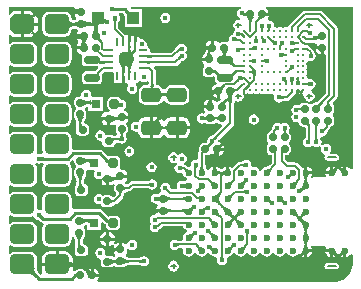
<source format=gbr>
%TF.GenerationSoftware,Altium Limited,Altium Designer,23.9.2 (47)*%
G04 Layer_Physical_Order=1*
G04 Layer_Color=255*
%FSLAX45Y45*%
%MOMM*%
%TF.SameCoordinates,AC4A3DE0-5486-420A-B1FF-1F5B93080124*%
%TF.FilePolarity,Positive*%
%TF.FileFunction,Copper,L1,Top,Signal*%
%TF.Part,Single*%
G01*
G75*
%TA.AperFunction,SMDPad,CuDef*%
G04:AMPARAMS|DCode=10|XSize=0.65mm|YSize=1.35mm|CornerRadius=0.1625mm|HoleSize=0mm|Usage=FLASHONLY|Rotation=270.000|XOffset=0mm|YOffset=0mm|HoleType=Round|Shape=RoundedRectangle|*
%AMROUNDEDRECTD10*
21,1,0.65000,1.02500,0,0,270.0*
21,1,0.32500,1.35000,0,0,270.0*
1,1,0.32500,-0.51250,-0.16250*
1,1,0.32500,-0.51250,0.16250*
1,1,0.32500,0.51250,0.16250*
1,1,0.32500,0.51250,-0.16250*
%
%ADD10ROUNDEDRECTD10*%
%ADD11R,0.23000X0.75000*%
G04:AMPARAMS|DCode=12|XSize=0.23mm|YSize=0.75mm|CornerRadius=0.0575mm|HoleSize=0mm|Usage=FLASHONLY|Rotation=180.000|XOffset=0mm|YOffset=0mm|HoleType=Round|Shape=RoundedRectangle|*
%AMROUNDEDRECTD12*
21,1,0.23000,0.63500,0,0,180.0*
21,1,0.11500,0.75000,0,0,180.0*
1,1,0.11500,-0.05750,0.31750*
1,1,0.11500,0.05750,0.31750*
1,1,0.11500,0.05750,-0.31750*
1,1,0.11500,-0.05750,-0.31750*
%
%ADD12ROUNDEDRECTD12*%
G04:AMPARAMS|DCode=13|XSize=0.23mm|YSize=0.75mm|CornerRadius=0.0575mm|HoleSize=0mm|Usage=FLASHONLY|Rotation=90.000|XOffset=0mm|YOffset=0mm|HoleType=Round|Shape=RoundedRectangle|*
%AMROUNDEDRECTD13*
21,1,0.23000,0.63500,0,0,90.0*
21,1,0.11500,0.75000,0,0,90.0*
1,1,0.11500,0.31750,0.05750*
1,1,0.11500,0.31750,-0.05750*
1,1,0.11500,-0.31750,-0.05750*
1,1,0.11500,-0.31750,0.05750*
%
%ADD13ROUNDEDRECTD13*%
G04:AMPARAMS|DCode=14|XSize=1.13mm|YSize=1.13mm|CornerRadius=0.2825mm|HoleSize=0mm|Usage=FLASHONLY|Rotation=90.000|XOffset=0mm|YOffset=0mm|HoleType=Round|Shape=RoundedRectangle|*
%AMROUNDEDRECTD14*
21,1,1.13000,0.56500,0,0,90.0*
21,1,0.56500,1.13000,0,0,90.0*
1,1,0.56500,0.28250,0.28250*
1,1,0.56500,0.28250,-0.28250*
1,1,0.56500,-0.28250,-0.28250*
1,1,0.56500,-0.28250,0.28250*
%
%ADD14ROUNDEDRECTD14*%
%TA.AperFunction,BGAPad,SMDef*%
%ADD15C,0.25000*%
%TA.AperFunction,BGAPad,CuDef*%
%ADD16C,0.25000*%
%ADD17C,0.60000*%
%TA.AperFunction,SMDPad,CuDef*%
G04:AMPARAMS|DCode=18|XSize=0.6mm|YSize=0.7mm|CornerRadius=0.15mm|HoleSize=0mm|Usage=FLASHONLY|Rotation=270.000|XOffset=0mm|YOffset=0mm|HoleType=Round|Shape=RoundedRectangle|*
%AMROUNDEDRECTD18*
21,1,0.60000,0.40000,0,0,270.0*
21,1,0.30000,0.70000,0,0,270.0*
1,1,0.30000,-0.20000,-0.15000*
1,1,0.30000,-0.20000,0.15000*
1,1,0.30000,0.20000,0.15000*
1,1,0.30000,0.20000,-0.15000*
%
%ADD18ROUNDEDRECTD18*%
G04:AMPARAMS|DCode=19|XSize=0.6mm|YSize=0.6mm|CornerRadius=0.15mm|HoleSize=0mm|Usage=FLASHONLY|Rotation=180.000|XOffset=0mm|YOffset=0mm|HoleType=Round|Shape=RoundedRectangle|*
%AMROUNDEDRECTD19*
21,1,0.60000,0.30000,0,0,180.0*
21,1,0.30000,0.60000,0,0,180.0*
1,1,0.30000,-0.15000,0.15000*
1,1,0.30000,0.15000,0.15000*
1,1,0.30000,0.15000,-0.15000*
1,1,0.30000,-0.15000,-0.15000*
%
%ADD19ROUNDEDRECTD19*%
%ADD20R,0.80000X0.80000*%
G04:AMPARAMS|DCode=21|XSize=0.8mm|YSize=0.8mm|CornerRadius=0.2mm|HoleSize=0mm|Usage=FLASHONLY|Rotation=90.000|XOffset=0mm|YOffset=0mm|HoleType=Round|Shape=RoundedRectangle|*
%AMROUNDEDRECTD21*
21,1,0.80000,0.40000,0,0,90.0*
21,1,0.40000,0.80000,0,0,90.0*
1,1,0.40000,0.20000,0.20000*
1,1,0.40000,0.20000,-0.20000*
1,1,0.40000,-0.20000,-0.20000*
1,1,0.40000,-0.20000,0.20000*
%
%ADD21ROUNDEDRECTD21*%
G04:AMPARAMS|DCode=22|XSize=1.1mm|YSize=1.1mm|CornerRadius=0.275mm|HoleSize=0mm|Usage=FLASHONLY|Rotation=270.000|XOffset=0mm|YOffset=0mm|HoleType=Round|Shape=RoundedRectangle|*
%AMROUNDEDRECTD22*
21,1,1.10000,0.55000,0,0,270.0*
21,1,0.55000,1.10000,0,0,270.0*
1,1,0.55000,-0.27500,-0.27500*
1,1,0.55000,-0.27500,0.27500*
1,1,0.55000,0.27500,0.27500*
1,1,0.55000,0.27500,-0.27500*
%
%ADD22ROUNDEDRECTD22*%
%ADD23R,1.10000X1.10000*%
G04:AMPARAMS|DCode=24|XSize=1.65mm|YSize=1.25mm|CornerRadius=0.3125mm|HoleSize=0mm|Usage=FLASHONLY|Rotation=180.000|XOffset=0mm|YOffset=0mm|HoleType=Round|Shape=RoundedRectangle|*
%AMROUNDEDRECTD24*
21,1,1.65000,0.62500,0,0,180.0*
21,1,1.02500,1.25000,0,0,180.0*
1,1,0.62500,-0.51250,0.31250*
1,1,0.62500,0.51250,0.31250*
1,1,0.62500,0.51250,-0.31250*
1,1,0.62500,-0.51250,-0.31250*
%
%ADD24ROUNDEDRECTD24*%
G04:AMPARAMS|DCode=25|XSize=0.6mm|YSize=0.6mm|CornerRadius=0.15mm|HoleSize=0mm|Usage=FLASHONLY|Rotation=90.000|XOffset=0mm|YOffset=0mm|HoleType=Round|Shape=RoundedRectangle|*
%AMROUNDEDRECTD25*
21,1,0.60000,0.30000,0,0,90.0*
21,1,0.30000,0.60000,0,0,90.0*
1,1,0.30000,0.15000,0.15000*
1,1,0.30000,0.15000,-0.15000*
1,1,0.30000,-0.15000,-0.15000*
1,1,0.30000,-0.15000,0.15000*
%
%ADD25ROUNDEDRECTD25*%
%TA.AperFunction,NonConductor*%
%ADD26C,0.15000*%
%TA.AperFunction,Conductor*%
%ADD27C,0.20000*%
%ADD28C,0.15000*%
%ADD29C,0.25000*%
%TA.AperFunction,ComponentPad*%
G04:AMPARAMS|DCode=30|XSize=1.7mm|YSize=2.1mm|CornerRadius=0.425mm|HoleSize=0mm|Usage=FLASHONLY|Rotation=270.000|XOffset=0mm|YOffset=0mm|HoleType=Round|Shape=RoundedRectangle|*
%AMROUNDEDRECTD30*
21,1,1.70000,1.25001,0,0,270.0*
21,1,0.85000,2.10000,0,0,270.0*
1,1,0.85000,-0.62500,-0.42500*
1,1,0.85000,-0.62500,0.42500*
1,1,0.85000,0.62500,0.42500*
1,1,0.85000,0.62500,-0.42500*
%
%ADD30ROUNDEDRECTD30*%
G04:AMPARAMS|DCode=31|XSize=1.7mm|YSize=2.1mm|CornerRadius=0mm|HoleSize=0mm|Usage=FLASHONLY|Rotation=270.000|XOffset=0mm|YOffset=0mm|HoleType=Round|Shape=Octagon|*
%AMOCTAGOND31*
4,1,8,1.05000,0.42500,1.05000,-0.42500,0.62500,-0.85000,-0.62500,-0.85000,-1.05000,-0.42500,-1.05000,0.42500,-0.62500,0.85000,0.62500,0.85000,1.05000,0.42500,0.0*
%
%ADD31OCTAGOND31*%

%TA.AperFunction,ViaPad*%
%ADD32C,0.45000*%
G36*
X933090Y2469533D02*
X934290Y2468980D01*
X935865Y2468492D01*
X937816Y2468070D01*
X940143Y2467712D01*
X945921Y2467192D01*
X953202Y2466932D01*
X957405Y2466900D01*
Y2441900D01*
X953202Y2441868D01*
X937816Y2440730D01*
X935865Y2440308D01*
X934290Y2439820D01*
X933090Y2439267D01*
X932265Y2438650D01*
Y2470150D01*
X933090Y2469533D01*
D02*
G37*
G36*
X2062598Y2420084D02*
X2065000Y2419998D01*
X2062598Y2416060D01*
X2062600Y2389266D01*
X2118843D01*
X2115262Y2383697D01*
X2109232Y2372989D01*
X2106782Y2367849D01*
X2103013Y2358000D01*
X2101694Y2353289D01*
X2100752Y2348722D01*
X2100187Y2344298D01*
X2099998Y2340017D01*
X2079998D01*
X2079810Y2344299D01*
X2079245Y2348724D01*
X2078303Y2353291D01*
X2076984Y2358002D01*
X2075288Y2362856D01*
X2073216Y2367852D01*
X2067940Y2378273D01*
X2064737Y2383698D01*
X2061158Y2389266D01*
X2062376D01*
X2062274Y2390001D01*
X2061296Y2392099D01*
X2059666Y2393950D01*
X2057384Y2395555D01*
X2054450Y2396912D01*
X2050865Y2398023D01*
X2046627Y2398887D01*
X2041737Y2399504D01*
X2038935Y2399691D01*
X2029222Y2399477D01*
X2030002Y2401239D01*
Y2419998D01*
X2036196Y2420121D01*
X2038459Y2420335D01*
X2041395Y2426965D01*
X2042039Y2425641D01*
X2043065Y2424457D01*
X2044472Y2423412D01*
X2046260Y2422506D01*
X2048430Y2421740D01*
X2049016Y2421596D01*
X2050864Y2421972D01*
X2054449Y2423083D01*
X2057382Y2424441D01*
X2059664Y2426045D01*
X2061294Y2427897D01*
X2062271Y2429995D01*
X2062597Y2432340D01*
X2062598Y2420084D01*
D02*
G37*
G36*
X1041049Y2456747D02*
X1061787Y2438861D01*
X1065544Y2436411D01*
X1068730Y2434769D01*
X1071345Y2433936D01*
X1073390Y2433911D01*
X1074863Y2434695D01*
X1045305Y2405137D01*
X1046089Y2406610D01*
X1046064Y2408655D01*
X1045231Y2411270D01*
X1043589Y2414456D01*
X1041139Y2418213D01*
X1037880Y2422541D01*
X1028937Y2432910D01*
X1016760Y2445562D01*
X1034438Y2463240D01*
X1041049Y2456747D01*
D02*
G37*
G36*
X2008555Y2461056D02*
X2003417Y2460034D01*
X1989359Y2450641D01*
X1979966Y2436583D01*
X1976668Y2420000D01*
X1979966Y2403417D01*
X1989359Y2389359D01*
X2003417Y2379966D01*
X1999005Y2366247D01*
X1989999Y2368038D01*
X1979269Y2365904D01*
X1970173Y2359826D01*
X1964095Y2350730D01*
X1963294Y2346704D01*
X1959270Y2345904D01*
X1950174Y2339826D01*
X1944096Y2330730D01*
X1941962Y2320000D01*
X1944096Y2309270D01*
X1950174Y2300174D01*
X1959270Y2294096D01*
X1961417Y2278792D01*
X1958823Y2277059D01*
X1949429Y2263001D01*
X1946131Y2246418D01*
X1946876Y2242670D01*
X1933417Y2239993D01*
X1919359Y2230600D01*
X1909965Y2216542D01*
X1906667Y2199959D01*
X1908801Y2189233D01*
X1903840Y2183725D01*
X1896643Y2178371D01*
X1885002Y2180687D01*
X1855002D01*
X1841345Y2177970D01*
X1832277Y2171911D01*
X1829768Y2170235D01*
X1814229Y2173978D01*
X1814128Y2174127D01*
X1800765Y2183057D01*
X1785002Y2186192D01*
X1782702D01*
Y2130001D01*
X1770002D01*
Y2117301D01*
X1749268D01*
Y2101158D01*
X1743699Y2104739D01*
X1732990Y2110769D01*
X1727850Y2113219D01*
X1718001Y2116988D01*
X1716884Y2117301D01*
X1713810D01*
Y2115001D01*
X1716946Y2099238D01*
X1709662Y2083140D01*
X1709237Y2083056D01*
X1695873Y2074127D01*
X1686944Y2060763D01*
X1683809Y2045000D01*
Y2042700D01*
X1740000D01*
Y2017300D01*
X1683809D01*
Y2015000D01*
X1686944Y1999237D01*
X1695873Y1985873D01*
X1696023Y1985773D01*
X1699766Y1970234D01*
X1698090Y1967725D01*
X1692031Y1958656D01*
X1689314Y1945000D01*
Y1915000D01*
X1692031Y1901344D01*
X1699766Y1889767D01*
X1711344Y1882031D01*
X1725000Y1879315D01*
X1755000D01*
X1768656Y1882031D01*
X1780233Y1889767D01*
X1790031Y1879646D01*
X1790603Y1878826D01*
X1791790Y1876761D01*
Y1863699D01*
X1791175Y1861983D01*
X1791790Y1860681D01*
Y1859676D01*
X1791596Y1858662D01*
X1791896Y1858220D01*
X1794604Y1844606D01*
X1802616Y1832615D01*
X1804843Y1831126D01*
X1804902Y1825562D01*
X1801298Y1815455D01*
X1789237Y1813056D01*
X1775874Y1804127D01*
X1766944Y1790763D01*
X1763809Y1775000D01*
Y1772700D01*
X1785537D01*
X1789265Y1776885D01*
X1790550Y1779093D01*
X1791158Y1780734D01*
X1793049Y1772700D01*
X1820000D01*
Y1760000D01*
X1832700D01*
Y1703809D01*
X1835000D01*
X1837175Y1704241D01*
X1843536Y1690622D01*
X1831680Y1682472D01*
X1829229Y1681382D01*
X1826947Y1680580D01*
X1823991Y1679838D01*
X1822712Y1678888D01*
X1821119Y1678899D01*
X1817727Y1675553D01*
X1812276Y1671910D01*
X1809766Y1670234D01*
X1794227Y1673977D01*
X1794127Y1674127D01*
X1780764Y1683056D01*
X1765001Y1686191D01*
X1762701D01*
Y1683120D01*
X1763014Y1682000D01*
X1764710Y1677147D01*
X1766783Y1672151D01*
X1772059Y1661728D01*
X1775263Y1656303D01*
X1778843Y1650734D01*
X1762701D01*
Y1630000D01*
X1750001D01*
Y1617300D01*
X1693809D01*
Y1615000D01*
X1696945Y1599237D01*
X1705874Y1585873D01*
X1706024Y1585773D01*
X1706167Y1585181D01*
X1698770Y1573491D01*
X1694275Y1570493D01*
X1680000Y1573332D01*
X1663417Y1570034D01*
X1649359Y1560641D01*
X1639966Y1546583D01*
X1636668Y1530000D01*
X1639966Y1513417D01*
X1649359Y1499359D01*
X1663417Y1489966D01*
X1680000Y1486668D01*
X1696582Y1489966D01*
X1709767Y1489767D01*
X1721344Y1482031D01*
X1735001Y1479315D01*
X1765001D01*
X1778657Y1482031D01*
X1790234Y1489767D01*
X1790980Y1490883D01*
X1796019Y1492361D01*
X1803982D01*
X1809021Y1490883D01*
X1809767Y1489767D01*
X1821344Y1482031D01*
X1835000Y1479315D01*
X1844843D01*
X1851056Y1464315D01*
X1780483Y1393742D01*
X1777999Y1392754D01*
X1775495Y1390320D01*
X1771036Y1386400D01*
X1769555Y1385257D01*
X1768263Y1384367D01*
X1767395Y1383849D01*
X1767242Y1383773D01*
X1766895Y1383691D01*
X1766700Y1383550D01*
X1766129Y1383336D01*
X1765179Y1382450D01*
X1765029Y1382342D01*
X1753414Y1380031D01*
X1739356Y1370638D01*
X1729963Y1356580D01*
X1726664Y1339997D01*
X1727872Y1333925D01*
X1727400Y1333159D01*
X1726997Y1332600D01*
X1723987Y1329802D01*
X1718099Y1325080D01*
X1712969Y1321497D01*
X1711559Y1320686D01*
X1699102D01*
X1697557Y1321326D01*
X1696011Y1320686D01*
X1695690D01*
X1694143Y1321055D01*
X1692845Y1320257D01*
X1681344Y1317969D01*
X1669767Y1310234D01*
X1662031Y1298656D01*
X1659314Y1285000D01*
Y1262573D01*
X1658373Y1261631D01*
X1651742Y1251708D01*
X1649414Y1240003D01*
X1649414Y1240001D01*
Y1193797D01*
X1634414Y1181727D01*
X1629393Y1182726D01*
X1612811Y1179427D01*
X1598753Y1170034D01*
X1589360Y1155976D01*
X1586061Y1139393D01*
X1587369Y1132819D01*
X1574612Y1120062D01*
X1570000Y1120979D01*
X1566716Y1120326D01*
X1564676Y1121171D01*
X1563628Y1120738D01*
X1563260Y1120909D01*
X1562884Y1120925D01*
X1562444Y1121056D01*
X1562224Y1121034D01*
X1561760Y1121234D01*
X1560701Y1121815D01*
X1559553Y1122571D01*
X1555282Y1126039D01*
X1552906Y1128307D01*
X1547852Y1130264D01*
X1543384Y1133250D01*
X1538020Y1134317D01*
X1532999Y1136491D01*
X1531399Y1136517D01*
X1529655Y1141388D01*
X1529089Y1151641D01*
X1540641Y1159359D01*
X1550034Y1173417D01*
X1553332Y1190000D01*
X1550034Y1206583D01*
X1540641Y1220640D01*
X1526583Y1230034D01*
X1510000Y1233332D01*
X1493417Y1230034D01*
X1479360Y1220640D01*
X1474899Y1223119D01*
X1470730Y1225904D01*
X1469413Y1226166D01*
X1466489Y1227790D01*
X1465904Y1230730D01*
X1459826Y1239826D01*
X1450730Y1245904D01*
X1440000Y1248038D01*
X1429270Y1245904D01*
X1420174Y1239826D01*
X1414096Y1230730D01*
X1413295Y1226705D01*
X1409270Y1225904D01*
X1400174Y1219826D01*
X1394096Y1210730D01*
X1391962Y1200000D01*
X1394096Y1189270D01*
X1400174Y1180174D01*
X1409270Y1174096D01*
X1413295Y1173295D01*
X1414096Y1169270D01*
X1420174Y1160173D01*
X1429270Y1154095D01*
X1440000Y1151961D01*
X1450730Y1154095D01*
X1451661Y1154717D01*
X1469975Y1150669D01*
X1470213Y1150446D01*
X1472346Y1146005D01*
X1460345Y1137987D01*
X1450952Y1123929D01*
X1447653Y1107346D01*
X1450952Y1090763D01*
X1460345Y1076705D01*
X1474403Y1067312D01*
X1490986Y1064014D01*
X1507568Y1067312D01*
X1521316Y1058458D01*
X1522901Y1050491D01*
X1533952Y1033952D01*
X1550491Y1022901D01*
X1551769Y1022647D01*
Y1007353D01*
X1550491Y1007099D01*
X1540600Y1000490D01*
X1536378Y999197D01*
X1533493Y996815D01*
X1532483Y996091D01*
X1526583Y1000034D01*
X1510000Y1003333D01*
X1493417Y1000034D01*
X1479359Y990641D01*
X1469966Y976583D01*
X1466668Y960000D01*
X1469544Y945540D01*
X1465290Y934669D01*
X1463083Y930539D01*
X1420725D01*
X1419579Y931736D01*
X1417951Y933606D01*
X1416645Y935281D01*
X1415649Y936731D01*
X1414942Y937929D01*
X1414494Y938844D01*
X1414260Y939450D01*
X1414176Y939751D01*
X1414174Y939762D01*
X1414120Y940853D01*
X1412470Y944334D01*
X1410034Y956583D01*
X1400641Y970640D01*
X1386583Y980034D01*
X1370000Y983332D01*
X1353417Y980034D01*
X1339360Y970640D01*
X1329966Y956583D01*
X1326668Y940000D01*
X1329966Y923417D01*
X1335132Y915685D01*
X1335109Y913034D01*
X1329141Y899520D01*
X1321344Y897969D01*
X1309767Y890234D01*
X1307083Y889700D01*
X1306583Y890034D01*
X1290000Y893332D01*
X1273417Y890034D01*
X1259359Y880641D01*
X1249966Y866583D01*
X1246668Y850000D01*
X1249966Y833417D01*
X1259359Y819360D01*
X1273417Y809966D01*
X1290000Y806668D01*
X1300883Y808832D01*
X1306358Y795615D01*
X1306023Y794227D01*
X1305873Y794127D01*
X1296944Y780763D01*
X1293809Y765000D01*
Y762700D01*
X1306067D01*
Y765751D01*
X1307348Y764658D01*
X1308935Y763681D01*
X1310827Y762818D01*
X1311176Y762700D01*
X1313202D01*
X1314450Y763087D01*
X1317384Y764444D01*
X1319666Y766049D01*
X1321296Y767900D01*
X1322274Y769999D01*
X1322600Y772344D01*
X1322600Y762700D01*
X1350000D01*
Y737300D01*
X1322599D01*
X1322599Y727658D01*
X1322273Y730003D01*
X1321295Y732102D01*
X1319665Y733953D01*
X1317383Y735558D01*
X1314449Y736915D01*
X1313208Y737300D01*
X1311172D01*
X1310829Y737183D01*
X1308936Y736321D01*
X1307349Y735343D01*
X1306069Y734251D01*
Y737300D01*
X1293809D01*
Y735000D01*
X1295698Y725504D01*
X1285625Y713281D01*
X1284153Y712506D01*
X1280000Y713332D01*
X1263417Y710034D01*
X1249359Y700640D01*
X1239966Y686583D01*
X1236668Y670000D01*
X1239966Y653417D01*
X1248931Y640000D01*
X1239966Y626583D01*
X1236668Y610000D01*
X1239966Y593417D01*
X1249359Y579360D01*
X1263417Y569966D01*
X1280000Y566668D01*
X1296583Y569966D01*
X1310641Y579360D01*
X1318585Y591249D01*
X1325566Y595914D01*
X1347685Y618032D01*
X1521401D01*
X1522901Y610491D01*
X1533952Y593952D01*
X1550491Y582901D01*
X1551769Y582647D01*
Y567353D01*
X1550491Y567099D01*
X1533952Y556048D01*
X1522901Y539509D01*
X1519021Y520000D01*
X1521897Y505541D01*
X1512883Y490540D01*
X1495893D01*
X1493534Y491632D01*
X1486971Y491899D01*
X1484943Y492124D01*
X1482999Y492445D01*
X1481388Y492811D01*
X1480103Y493194D01*
X1479144Y493560D01*
X1478488Y493873D01*
X1478097Y494105D01*
X1477021Y494894D01*
X1472685Y495956D01*
X1466583Y500034D01*
X1450000Y503332D01*
X1433417Y500034D01*
X1419359Y490641D01*
X1409966Y476583D01*
X1406667Y460000D01*
X1409966Y443417D01*
X1419359Y429360D01*
X1433417Y419966D01*
X1450000Y416668D01*
X1466583Y419966D01*
X1480640Y429360D01*
X1481406Y430505D01*
X1482854Y431196D01*
X1483259Y431327D01*
X1483427Y431470D01*
X1483811Y431653D01*
X1484121Y431997D01*
X1484725Y432229D01*
X1485796Y432534D01*
X1486997Y432778D01*
X1491973Y433291D01*
X1494940Y433360D01*
X1495941Y433802D01*
X1496993Y433505D01*
X1498702Y434463D01*
X1509545D01*
X1520903Y419463D01*
X1519021Y410000D01*
X1522901Y390491D01*
X1533952Y373952D01*
X1550491Y362901D01*
X1570000Y359020D01*
X1589509Y362901D01*
X1606048Y373952D01*
X1617099Y390491D01*
X1617353Y391768D01*
X1632647D01*
X1632901Y390491D01*
X1643952Y373952D01*
X1660491Y362901D01*
X1680000Y359020D01*
X1699509Y362901D01*
X1716048Y373952D01*
X1727099Y390491D01*
X1727353Y391768D01*
X1742647D01*
X1742901Y390491D01*
X1753952Y373952D01*
X1770491Y362901D01*
X1790000Y359020D01*
X1800988Y361206D01*
X1803340Y359672D01*
X1810825Y347868D01*
X1809966Y346583D01*
X1806668Y330000D01*
X1809966Y313417D01*
X1819360Y299360D01*
X1833417Y289966D01*
X1850000Y286668D01*
X1866583Y289966D01*
X1880641Y299360D01*
X1890034Y313417D01*
X1893333Y330000D01*
X1890034Y346582D01*
X1899728Y359074D01*
X1900000Y359020D01*
X1919509Y362901D01*
X1936048Y373952D01*
X1947099Y390491D01*
X1947353Y391768D01*
X1962647D01*
X1962901Y390491D01*
X1973952Y373952D01*
X1990491Y362901D01*
X2010000Y359020D01*
X2029509Y362901D01*
X2046048Y373952D01*
X2057099Y390491D01*
X2057353Y391768D01*
X2072647D01*
X2072901Y390491D01*
X2083952Y373952D01*
X2100491Y362901D01*
X2120000Y359020D01*
X2139509Y362901D01*
X2156048Y373952D01*
X2167099Y390491D01*
X2167353Y391768D01*
X2182647D01*
X2182901Y390491D01*
X2193952Y373952D01*
X2210491Y362901D01*
X2230000Y359020D01*
X2249509Y362901D01*
X2266048Y373952D01*
X2277099Y390491D01*
X2277353Y391768D01*
X2292647D01*
X2292901Y390491D01*
X2303952Y373952D01*
X2320491Y362901D01*
X2340000Y359020D01*
X2359509Y362901D01*
X2376048Y373952D01*
X2387099Y390491D01*
X2387353Y391768D01*
X2402647D01*
X2402901Y390491D01*
X2413952Y373952D01*
X2430491Y362901D01*
X2450000Y359020D01*
X2469509Y362901D01*
X2486048Y373952D01*
X2493419Y384983D01*
X2497119Y385857D01*
X2510123Y384929D01*
X2513704Y379570D01*
X2515046Y380529D01*
X2516792Y382615D01*
X2519985Y387114D01*
X2522749Y391557D01*
X2525085Y395945D01*
X2526992Y400278D01*
X2528472Y404555D01*
X2529522Y408778D01*
X2530145Y412945D01*
X2547300Y395789D01*
Y410000D01*
X2560000D01*
Y422700D01*
X2613959D01*
X2612186Y431616D01*
X2603622Y444432D01*
X2614437Y455246D01*
X2623183Y449402D01*
X2640000Y446057D01*
X2720013D01*
X2728003Y433728D01*
X2727704Y431057D01*
X2726041Y422700D01*
X2780000D01*
Y410000D01*
X2792700D01*
Y396162D01*
X2809820Y413282D01*
X2810488Y409012D01*
X2811552Y404725D01*
X2813013Y400420D01*
X2814870Y396098D01*
X2817125Y391758D01*
X2819776Y387400D01*
X2820373Y386544D01*
X2821790Y385809D01*
X2823841Y385005D01*
X2825749Y384537D01*
X2827514Y384404D01*
X2829135Y384607D01*
X2825776Y379261D01*
X2825946Y379045D01*
X2825980Y379096D01*
X2843509D01*
X2840491Y384372D01*
X2842082Y384113D01*
X2843821Y384196D01*
X2845707Y384621D01*
X2847740Y385388D01*
X2849417Y386241D01*
X2850224Y387400D01*
X2852876Y391757D01*
X2855130Y396098D01*
X2856988Y400420D01*
X2858449Y404725D01*
X2859513Y409012D01*
X2860180Y413282D01*
X2877300Y396162D01*
Y410000D01*
X2902700D01*
Y356041D01*
X2911616Y357814D01*
X2929941Y370058D01*
X2933066Y374736D01*
X2953199Y377867D01*
X2956055Y375591D01*
Y299999D01*
X2956164Y299449D01*
X2950913Y259563D01*
X2935305Y221881D01*
X2910476Y189524D01*
X2878118Y164695D01*
X2840437Y149087D01*
X2814295Y145645D01*
X2800000Y143944D01*
Y143944D01*
X802823D01*
X799845Y148029D01*
X796178Y158944D01*
X803056Y169237D01*
X806191Y185000D01*
Y187300D01*
X750000D01*
Y200000D01*
X741891D01*
X721158Y179266D01*
X719367Y187118D01*
X717163Y194744D01*
X714546Y202146D01*
X711517Y209322D01*
X708074Y216274D01*
X704218Y223001D01*
X699948Y229503D01*
X695266Y235781D01*
X691300Y240491D01*
X690234Y240234D01*
X687725Y241910D01*
X678657Y247969D01*
X665000Y250686D01*
X635000D01*
X621344Y247969D01*
X609767Y240234D01*
X608288Y238020D01*
X597670Y235848D01*
X584887Y247262D01*
X585730Y251500D01*
Y279635D01*
X583403Y279250D01*
X576864Y277500D01*
X571330Y275250D01*
X566803Y272500D01*
X563282Y269250D01*
X560766Y265500D01*
X559257Y261250D01*
X558754Y256500D01*
Y281300D01*
X454000D01*
X322270D01*
Y251500D01*
X327539Y225007D01*
X327668Y224814D01*
X320265Y208894D01*
X312802Y208060D01*
X311844Y209017D01*
X310926Y211361D01*
X302298Y220326D01*
X295377Y228198D01*
X289904Y235185D01*
X285896Y241149D01*
X284631Y243489D01*
X286224Y251500D01*
Y261545D01*
X286402Y261974D01*
X286224Y262403D01*
Y336500D01*
X281374Y360886D01*
X267560Y381560D01*
X246886Y395374D01*
X222500Y400224D01*
X97500D01*
X73113Y395374D01*
X58944Y385906D01*
X43944Y393790D01*
Y448210D01*
X58944Y456094D01*
X73113Y446626D01*
X97500Y441776D01*
X222500D01*
X246886Y446626D01*
X267560Y460440D01*
X281374Y481114D01*
X286224Y505500D01*
Y590500D01*
X281374Y614886D01*
X267560Y635560D01*
X246886Y649374D01*
X222500Y654224D01*
X97500D01*
X73113Y649374D01*
X58944Y639906D01*
X43944Y647790D01*
Y702210D01*
X58944Y710094D01*
X73113Y700626D01*
X97500Y695776D01*
X222500D01*
X246886Y700626D01*
X259578Y695369D01*
X259966Y693417D01*
X269359Y679360D01*
X283417Y669966D01*
X296767Y667311D01*
X296787Y667299D01*
X297071Y667104D01*
X305493Y659808D01*
X308003Y657345D01*
X309373Y656792D01*
X310122Y655518D01*
X312836Y654813D01*
X320958Y649386D01*
X333639Y646863D01*
X338412D01*
X343970Y631863D01*
X332626Y614886D01*
X327775Y590500D01*
Y505500D01*
X332626Y481114D01*
X346440Y460440D01*
X367113Y446626D01*
X391500Y441776D01*
X516500D01*
X540886Y446626D01*
X561560Y460440D01*
X575374Y481114D01*
X580224Y505500D01*
Y523326D01*
X595224Y527308D01*
X596306Y525626D01*
X598944Y521158D01*
X603533Y512092D01*
X605055Y508424D01*
X606323Y504794D01*
X607254Y501469D01*
X607877Y498449D01*
X608223Y495739D01*
X608372Y492354D01*
X609411Y490128D01*
Y481910D01*
X608352Y479391D01*
X608316Y472103D01*
X607766Y454327D01*
X607099Y446468D01*
X606775Y444192D01*
X606526Y442968D01*
X606164Y441770D01*
X606436Y439044D01*
X606428Y438916D01*
X604314Y428289D01*
Y398289D01*
X607031Y384633D01*
X614766Y373056D01*
X626344Y365320D01*
X640000Y362604D01*
X680000D01*
X693656Y365320D01*
X705234Y373056D01*
X712969Y384633D01*
X715686Y398289D01*
Y428289D01*
X712969Y441946D01*
X705234Y453523D01*
X693656Y461258D01*
X680000Y463975D01*
X673383D01*
X673033Y465348D01*
X672314Y469989D01*
X671827Y476011D01*
X671642Y483787D01*
X670848Y485582D01*
X671230Y487509D01*
X670586Y488470D01*
Y490128D01*
X671626Y492354D01*
X671775Y495738D01*
X672121Y498445D01*
X672744Y501469D01*
X673590Y504487D01*
X676694Y512600D01*
X678457Y516299D01*
X683812Y525810D01*
X687051Y530848D01*
X687648Y534153D01*
X687969Y534633D01*
X688672Y538165D01*
X690490Y542555D01*
X689852Y544097D01*
X690686Y548289D01*
Y578289D01*
X687969Y591945D01*
X680234Y603523D01*
X680187Y603554D01*
X678749Y612689D01*
X680592Y621324D01*
X682132Y622233D01*
X691201Y626825D01*
X694873Y628348D01*
X695000Y628392D01*
X705330Y623514D01*
X708874Y620351D01*
X710000Y618723D01*
Y583289D01*
X830000D01*
Y643540D01*
X843858Y649280D01*
X854266Y638872D01*
X865016Y631690D01*
X869217Y630854D01*
Y623289D01*
X872321Y607682D01*
X881162Y594451D01*
X894393Y585610D01*
X910000Y582506D01*
X950000D01*
X965607Y585610D01*
X978839Y594451D01*
X987679Y607682D01*
X990784Y623289D01*
Y663289D01*
X987679Y678896D01*
X978839Y692127D01*
X965607Y700968D01*
X950000Y704073D01*
X910000D01*
X894393Y700968D01*
X889298Y697564D01*
X833431Y753431D01*
X822681Y760614D01*
X810000Y763137D01*
X610000D01*
X597319Y760614D01*
X595061Y759105D01*
X580224Y767232D01*
Y844500D01*
X575374Y868886D01*
X561560Y889560D01*
X540886Y903374D01*
X516500Y908224D01*
X391500D01*
X367113Y903374D01*
X346440Y889560D01*
X332626Y868886D01*
X327775Y844500D01*
Y760596D01*
X323311Y756281D01*
X314273Y750494D01*
X300000Y753333D01*
X298551Y753044D01*
X286224Y765886D01*
Y844500D01*
X281374Y868886D01*
X267560Y889560D01*
X246886Y903374D01*
X222500Y908224D01*
X97500D01*
X73113Y903374D01*
X58944Y893906D01*
X43944Y901790D01*
Y956210D01*
X58944Y964094D01*
X73113Y954626D01*
X97500Y949776D01*
X222500D01*
X246886Y954626D01*
X267560Y968440D01*
X281374Y989114D01*
X286224Y1013500D01*
Y1098500D01*
X281374Y1122886D01*
X267560Y1143560D01*
X277148Y1154155D01*
X283417Y1149966D01*
X300000Y1146668D01*
X316583Y1149966D01*
X323792Y1154784D01*
X323916Y1154793D01*
X324116Y1154774D01*
X324250Y1154750D01*
X324288Y1154758D01*
X324491Y1154739D01*
X324899Y1154865D01*
X337889Y1155826D01*
X337969Y1155826D01*
X343612Y1147654D01*
X344049Y1146697D01*
X345222Y1142684D01*
X345306Y1141863D01*
X332626Y1122886D01*
X327775Y1098500D01*
Y1013500D01*
X332626Y989114D01*
X346440Y968440D01*
X367113Y954626D01*
X391500Y949776D01*
X516500D01*
X540886Y954626D01*
X561560Y968440D01*
X575374Y989114D01*
X580224Y1013500D01*
Y1098500D01*
X575374Y1122886D01*
X561560Y1143560D01*
X561204Y1143798D01*
X560984Y1149117D01*
X563778Y1160119D01*
X573431Y1166569D01*
X584314Y1177452D01*
X599314Y1171239D01*
Y1158289D01*
X602031Y1144633D01*
X609766Y1133056D01*
X610883Y1132310D01*
Y1114269D01*
X609766Y1113523D01*
X602031Y1101946D01*
X599314Y1088289D01*
Y1058289D01*
X600148Y1054097D01*
X599510Y1052556D01*
X601328Y1048165D01*
X602031Y1044633D01*
X602352Y1044153D01*
X602949Y1040848D01*
X606304Y1035630D01*
X608945Y1031157D01*
X613535Y1022089D01*
X615058Y1018417D01*
X616324Y1014795D01*
X617256Y1011468D01*
X617879Y1008445D01*
X618225Y1005739D01*
X618374Y1002355D01*
X619414Y1000128D01*
Y996184D01*
X618359Y993804D01*
X618234Y988733D01*
X617904Y984390D01*
X617366Y980255D01*
X616625Y976311D01*
X615691Y972560D01*
X614566Y968977D01*
X613250Y965549D01*
X611746Y962263D01*
X610048Y959104D01*
X607784Y955471D01*
X607254Y952280D01*
X607031Y951946D01*
X604314Y938289D01*
Y908289D01*
X607031Y894633D01*
X614766Y883056D01*
X626344Y875320D01*
X640000Y872604D01*
X680000D01*
X693656Y875320D01*
X705234Y883056D01*
X712969Y894633D01*
X715686Y908289D01*
Y938289D01*
X712969Y951946D01*
X705234Y963523D01*
X693656Y971258D01*
X683652Y973248D01*
X683023Y975698D01*
X682310Y980261D01*
X681827Y986165D01*
X681643Y993795D01*
X680589Y996175D01*
Y1000128D01*
X681628Y1002355D01*
X681777Y1005739D01*
X682123Y1008450D01*
X682746Y1011471D01*
X683592Y1014491D01*
X686695Y1022602D01*
X688458Y1026300D01*
X693814Y1035813D01*
X697052Y1040849D01*
X697649Y1044153D01*
X697969Y1044633D01*
X698672Y1048165D01*
X700490Y1052556D01*
X699852Y1054097D01*
X700686Y1058289D01*
Y1082147D01*
X707941Y1090826D01*
X714985Y1093289D01*
X763089D01*
X771106Y1078289D01*
X769966Y1076583D01*
X766668Y1060000D01*
X769966Y1043417D01*
X779359Y1029359D01*
X793417Y1019966D01*
X810000Y1016668D01*
X818809Y1009438D01*
Y1003289D01*
X821944Y987526D01*
X830873Y974162D01*
X844237Y965233D01*
X860000Y962098D01*
X867300D01*
Y1018289D01*
X892700D01*
Y962098D01*
X900000D01*
X915763Y965233D01*
X928975Y974061D01*
X929777Y973717D01*
X941448Y965728D01*
X939314Y955000D01*
Y925000D01*
X942031Y911344D01*
X949766Y899767D01*
X952456Y889840D01*
X952507Y885785D01*
X951149Y880802D01*
X937648Y867300D01*
X925233Y868523D01*
X913656Y876258D01*
X900000Y878975D01*
X860000D01*
X846344Y876258D01*
X840981Y872675D01*
X838218Y876810D01*
X824160Y886204D01*
X807577Y889502D01*
X790994Y886204D01*
X776936Y876810D01*
X767543Y862752D01*
X764245Y846170D01*
X767543Y829587D01*
X776936Y815529D01*
X790994Y806136D01*
X807577Y802837D01*
X824159Y806136D01*
X826625Y801672D01*
X827031Y799633D01*
X834766Y788056D01*
X846344Y780320D01*
X860000Y777603D01*
X900000D01*
X913656Y780320D01*
X925234Y788056D01*
X932408Y798794D01*
X935054Y799066D01*
X938757Y799146D01*
X943729Y801332D01*
X949019Y802385D01*
X958115Y808463D01*
X1009826Y860174D01*
X1015904Y869270D01*
X1016957Y874562D01*
X1019142Y879499D01*
X1019276Y885082D01*
X1019611Y889251D01*
X1020091Y892419D01*
X1020259Y893102D01*
X1024691Y896063D01*
X1027638Y897284D01*
X1028067Y898318D01*
X1030234Y899767D01*
X1031681Y901932D01*
X1032715Y902361D01*
X1033935Y905307D01*
X1036898Y909740D01*
X1037582Y909908D01*
X1040749Y910389D01*
X1044918Y910724D01*
X1050501Y910857D01*
X1052994Y911961D01*
X1059999D01*
X1070729Y914095D01*
X1079825Y920173D01*
X1101614Y941962D01*
X1213307D01*
X1215818Y940857D01*
X1219101Y940786D01*
X1221569Y940615D01*
X1223685Y940353D01*
X1225413Y940032D01*
X1226757Y939685D01*
X1227719Y939356D01*
X1228317Y939091D01*
X1228586Y938939D01*
X1228595Y938932D01*
X1229406Y938199D01*
X1233035Y936904D01*
X1243417Y929966D01*
X1260000Y926668D01*
X1276583Y929966D01*
X1290641Y939360D01*
X1300034Y953417D01*
X1303332Y970000D01*
X1300034Y986583D01*
X1290641Y1000641D01*
X1276583Y1010034D01*
X1260000Y1013332D01*
X1243417Y1010034D01*
X1233035Y1003097D01*
X1229406Y1001801D01*
X1228595Y1001068D01*
X1228587Y1001061D01*
X1228316Y1000909D01*
X1227719Y1000644D01*
X1226757Y1000315D01*
X1225413Y999968D01*
X1223977Y999701D01*
X1218818Y999208D01*
X1215818Y999143D01*
X1213307Y998039D01*
X1090000D01*
X1079270Y995904D01*
X1070174Y989826D01*
X1053480Y973133D01*
X1037729Y974885D01*
X1031438Y985231D01*
X1033977Y995773D01*
X1034127Y995873D01*
X1043056Y1009237D01*
X1046191Y1025000D01*
Y1027300D01*
X990000D01*
Y1052700D01*
X1046191D01*
Y1055000D01*
X1043056Y1070763D01*
X1034127Y1084127D01*
X1020763Y1093056D01*
X1005000Y1096191D01*
X991360D01*
X983342Y1111191D01*
X987679Y1117682D01*
X990784Y1133289D01*
Y1173289D01*
X987679Y1188897D01*
X978839Y1202128D01*
X965607Y1210968D01*
X950000Y1214073D01*
X910000D01*
X894393Y1210968D01*
X889298Y1207564D01*
X840555Y1256307D01*
X829805Y1263490D01*
X817124Y1266013D01*
X594650D01*
X592675Y1266217D01*
X580224Y1278790D01*
Y1352500D01*
X575374Y1376886D01*
X561560Y1397560D01*
X540886Y1411374D01*
X516500Y1416224D01*
X391500D01*
X367113Y1411374D01*
X346440Y1397560D01*
X332626Y1376886D01*
X327775Y1352500D01*
Y1267500D01*
X332626Y1243114D01*
X324428Y1229795D01*
X320272Y1227568D01*
X316583Y1230034D01*
X300000Y1233332D01*
X291787Y1231699D01*
X286211Y1237812D01*
X281748Y1244996D01*
X286224Y1267500D01*
Y1352500D01*
X281374Y1376886D01*
X267560Y1397560D01*
X246886Y1411374D01*
X222500Y1416224D01*
X97500D01*
X73113Y1411374D01*
X58944Y1401906D01*
X43944Y1409790D01*
Y1464210D01*
X58944Y1472094D01*
X73113Y1462626D01*
X97500Y1457776D01*
X222500D01*
X246886Y1462626D01*
X267560Y1476440D01*
X281374Y1497114D01*
X286224Y1521500D01*
Y1606500D01*
X281374Y1630886D01*
X267560Y1651560D01*
X246886Y1665374D01*
X222500Y1670224D01*
X97500D01*
X73113Y1665374D01*
X58944Y1655906D01*
X43944Y1663790D01*
Y1718210D01*
X58944Y1726094D01*
X73113Y1716626D01*
X97500Y1711776D01*
X222500D01*
X246886Y1716626D01*
X267560Y1730440D01*
X281374Y1751114D01*
X286224Y1775500D01*
Y1860500D01*
X281374Y1884886D01*
X267560Y1905560D01*
X246886Y1919374D01*
X222500Y1924224D01*
X97500D01*
X73113Y1919374D01*
X58944Y1909906D01*
X43944Y1917790D01*
Y1972210D01*
X58944Y1980094D01*
X73113Y1970626D01*
X97500Y1965776D01*
X222500D01*
X246886Y1970626D01*
X267560Y1984440D01*
X281374Y2005114D01*
X286224Y2029500D01*
Y2114500D01*
X281374Y2138886D01*
X267560Y2159560D01*
X246886Y2173374D01*
X222500Y2178224D01*
X97500D01*
X73113Y2173374D01*
X58944Y2163906D01*
X43944Y2171790D01*
Y2236857D01*
X57802Y2242597D01*
X84800Y2215600D01*
X147300D01*
Y2326000D01*
Y2436400D01*
X84800D01*
X57802Y2409402D01*
X43944Y2415142D01*
Y2476056D01*
X599122D01*
X607140Y2461056D01*
X606944Y2460763D01*
X606791Y2459995D01*
X645000Y2459983D01*
X638655Y2442700D01*
X660000D01*
Y2417300D01*
X603809D01*
Y2415000D01*
X606944Y2399237D01*
X615087Y2387050D01*
X615934Y2384648D01*
X616269Y2377896D01*
X613971Y2369104D01*
X611855Y2368029D01*
X606970Y2365866D01*
X602207Y2364072D01*
X597563Y2362633D01*
X594039Y2361779D01*
X592122Y2362337D01*
X580224Y2368500D01*
X575374Y2392886D01*
X561560Y2413560D01*
X540886Y2427374D01*
X516500Y2432224D01*
X391500D01*
X367113Y2427374D01*
X346440Y2413560D01*
X332626Y2392886D01*
X327775Y2368500D01*
Y2283500D01*
X332626Y2259114D01*
X346440Y2238440D01*
X367113Y2224626D01*
X391500Y2219776D01*
X516500D01*
X540886Y2224626D01*
X561560Y2238440D01*
X575374Y2259114D01*
X580224Y2283500D01*
Y2286115D01*
X580282Y2286220D01*
X580411Y2287437D01*
X581089Y2287849D01*
X583765Y2288937D01*
X587983Y2290066D01*
X593667Y2291007D01*
X595883Y2291202D01*
X606062Y2290089D01*
X610837Y2289222D01*
X615274Y2288160D01*
X619123Y2286980D01*
X622385Y2285721D01*
X625069Y2284428D01*
X625742Y2284024D01*
X631060Y2270055D01*
X630987Y2266940D01*
X630929Y2266727D01*
X626944Y2260763D01*
X623809Y2245000D01*
Y2242700D01*
X680000D01*
Y2217300D01*
X658656D01*
X661605Y2209266D01*
X708843D01*
X705262Y2203697D01*
X699232Y2192989D01*
X696782Y2187850D01*
X693744Y2179909D01*
X694710Y2177147D01*
X696782Y2172151D01*
X702059Y2161728D01*
X705262Y2156303D01*
X708843Y2150734D01*
X651158D01*
X654738Y2156302D01*
X660767Y2167009D01*
X663216Y2172148D01*
X666254Y2180091D01*
X665288Y2182855D01*
X663216Y2187852D01*
X657941Y2198273D01*
X656912Y2200015D01*
X626791Y2200005D01*
X626944Y2199237D01*
X632966Y2190224D01*
X634813Y2180000D01*
X632966Y2169776D01*
X626944Y2160763D01*
X623809Y2145000D01*
Y2142700D01*
X680000D01*
Y2117300D01*
X623809D01*
Y2115000D01*
X626944Y2099237D01*
X635874Y2085873D01*
X649237Y2076944D01*
X659586Y2074886D01*
X666377Y2062845D01*
X666885Y2058809D01*
X664603Y2055394D01*
X661790Y2041250D01*
Y2008750D01*
X664603Y1994606D01*
X672615Y1982615D01*
X684606Y1974603D01*
X698750Y1971790D01*
X797319D01*
X802991Y1962089D01*
X803879Y1957137D01*
X782011Y1935269D01*
X777295Y1928210D01*
X698750D01*
X684606Y1925397D01*
X672615Y1917385D01*
X664603Y1905394D01*
X661790Y1891250D01*
Y1858750D01*
X664603Y1844606D01*
X672615Y1832615D01*
X684606Y1824603D01*
X698750Y1821790D01*
X801250D01*
X815394Y1824603D01*
X827385Y1832615D01*
X835397Y1844606D01*
X838210Y1858750D01*
Y1891250D01*
X835937Y1902679D01*
X857414Y1924156D01*
X863250Y1922996D01*
X926750D01*
X933500Y1917456D01*
Y1827500D01*
X991719D01*
X997096Y1823907D01*
X1002300Y1822872D01*
Y1885000D01*
X1027700D01*
Y1822872D01*
X1032904Y1823907D01*
X1036492Y1826305D01*
X1052006Y1821674D01*
X1053533Y1819383D01*
X1056848Y1806882D01*
X1049966Y1796583D01*
X1046668Y1780000D01*
X1049966Y1763417D01*
X1059360Y1749359D01*
X1073417Y1739966D01*
X1090000Y1736668D01*
X1106583Y1739966D01*
X1120641Y1749359D01*
X1130034Y1763417D01*
X1133333Y1780000D01*
X1130034Y1796583D01*
X1120641Y1810641D01*
X1118613Y1811996D01*
X1120082Y1822305D01*
X1122609Y1827365D01*
X1130797Y1828994D01*
X1139314Y1834685D01*
X1145006Y1843203D01*
X1145104Y1843695D01*
X1152036Y1846449D01*
X1161270Y1848083D01*
X1173417Y1839966D01*
X1190000Y1836668D01*
X1206583Y1839966D01*
X1214412Y1845198D01*
X1229412Y1837543D01*
Y1835392D01*
X1228359Y1833027D01*
X1228177Y1826033D01*
X1227707Y1820668D01*
X1227014Y1816476D01*
X1226234Y1813559D01*
X1226212Y1813504D01*
X1198750D01*
X1178753Y1809526D01*
X1161801Y1798199D01*
X1150474Y1781247D01*
X1146496Y1761250D01*
Y1698750D01*
X1150474Y1678753D01*
X1161801Y1661801D01*
X1178753Y1650474D01*
X1198750Y1646496D01*
X1301250D01*
X1321247Y1650474D01*
X1338199Y1661801D01*
X1349526Y1678753D01*
X1359999Y1683863D01*
X1370474Y1678753D01*
X1381801Y1661801D01*
X1398753Y1650474D01*
X1418750Y1646496D01*
X1521250D01*
X1541247Y1650474D01*
X1558199Y1661801D01*
X1569526Y1678753D01*
X1573504Y1698750D01*
Y1761250D01*
X1569526Y1781247D01*
X1558199Y1798199D01*
X1541247Y1809526D01*
X1521250Y1813504D01*
X1418750D01*
X1398753Y1809526D01*
X1381801Y1798199D01*
X1370474Y1781247D01*
X1360001Y1776137D01*
X1349526Y1781247D01*
X1338199Y1798199D01*
X1321247Y1809526D01*
X1301250Y1813504D01*
X1293788D01*
X1293766Y1813559D01*
X1292986Y1816478D01*
X1292293Y1820668D01*
X1291823Y1826033D01*
X1291641Y1833027D01*
X1290588Y1835392D01*
Y1930000D01*
X1288259Y1941705D01*
X1281629Y1951629D01*
X1273846Y1959412D01*
X1280059Y1974412D01*
X1454999D01*
X1455000Y1974412D01*
X1466705Y1976741D01*
X1476629Y1983371D01*
X1499414Y2006156D01*
X1501841Y2007093D01*
X1507073Y2012077D01*
X1511004Y2015371D01*
X1512119Y2016183D01*
X1512917Y2016693D01*
X1513063Y2016771D01*
X1513730Y2017041D01*
X1513917Y2017226D01*
X1514058Y2017301D01*
X1514228Y2017509D01*
X1526583Y2019966D01*
X1540641Y2029359D01*
X1550034Y2043417D01*
X1553332Y2060000D01*
X1550034Y2076583D01*
X1541069Y2090000D01*
X1550034Y2103417D01*
X1553332Y2120000D01*
X1550034Y2136583D01*
X1540641Y2150641D01*
X1526583Y2160034D01*
X1510000Y2163332D01*
X1493417Y2160034D01*
X1479359Y2150641D01*
X1474676Y2143632D01*
X1473450Y2143103D01*
X1450150Y2119120D01*
X1449164Y2116637D01*
X1418116Y2085590D01*
X1263374D01*
X1260867Y2086650D01*
X1255799Y2086686D01*
X1243004Y2099250D01*
Y2110750D01*
X1241006Y2120797D01*
X1235315Y2129314D01*
X1226797Y2135006D01*
X1222891Y2135783D01*
X1213199Y2147972D01*
X1211893Y2152004D01*
X1213001Y2157572D01*
X1209702Y2174154D01*
X1200309Y2188212D01*
X1186251Y2197605D01*
X1169668Y2200904D01*
X1167510Y2200475D01*
X1162462Y2202586D01*
X1151355Y2212555D01*
X1150092Y2218904D01*
X1143208Y2229208D01*
X1132904Y2236093D01*
X1127700Y2237128D01*
Y2175000D01*
X1102300D01*
Y2237128D01*
X1097096Y2236093D01*
X1090000Y2231351D01*
X1082904Y2236093D01*
X1077700Y2237128D01*
Y2175000D01*
X1052300D01*
Y2237128D01*
X1047096Y2236093D01*
X1032014Y2239468D01*
X972156Y2299327D01*
Y2331011D01*
X973260Y2333522D01*
X973332Y2336805D01*
X973503Y2339273D01*
X973764Y2341389D01*
X974085Y2343117D01*
X974432Y2344461D01*
X974762Y2345423D01*
X975026Y2346021D01*
X975178Y2346290D01*
X975185Y2346299D01*
X975919Y2347110D01*
X977214Y2350739D01*
X984151Y2361121D01*
X987450Y2377704D01*
X984151Y2394287D01*
X976149Y2406263D01*
X978515Y2414676D01*
X982423Y2421263D01*
X1010101D01*
X1012930Y2418324D01*
X1021019Y2408945D01*
X1023405Y2405776D01*
X1023721Y2405292D01*
X1023657Y2405137D01*
X1024918Y2402092D01*
X1024601Y2398812D01*
X1025000Y2398328D01*
Y2305000D01*
X1175000D01*
Y2455000D01*
X1082488D01*
X1080862Y2455804D01*
X1076649Y2461056D01*
X1080587Y2471700D01*
X1085274Y2476056D01*
X2007077D01*
X2008555Y2461056D01*
D02*
G37*
G36*
X2210734Y2381158D02*
X2204470Y2379727D01*
X2198380Y2377960D01*
X2192462Y2375857D01*
X2186717Y2373418D01*
X2181144Y2370644D01*
X2175745Y2367533D01*
X2170518Y2364087D01*
X2165464Y2360305D01*
X2160583Y2356187D01*
X2155875Y2351733D01*
X2134462Y2358604D01*
X2142483Y2366905D01*
X2154902Y2381562D01*
X2159299Y2387918D01*
X2162489Y2393626D01*
X2164471Y2398686D01*
X2165246Y2403098D01*
X2164812Y2406861D01*
X2163171Y2409976D01*
X2160322Y2412443D01*
X2210734Y2381158D01*
D02*
G37*
G36*
X854757Y2369107D02*
X855338Y2368524D01*
X856369Y2368009D01*
X857849Y2367563D01*
X859637Y2367213D01*
X864996Y2367560D01*
X866115Y2367887D01*
X866845Y2368254D01*
X866556Y2366579D01*
X868267Y2366464D01*
X876173Y2366327D01*
Y2341327D01*
X871342Y2341295D01*
X862083Y2340663D01*
X861487Y2337212D01*
X860728Y2337994D01*
X859588Y2338694D01*
X858066Y2339311D01*
X856163Y2339846D01*
X854635Y2340148D01*
X852840Y2339736D01*
X851504Y2339249D01*
X850667Y2338697D01*
X850329Y2338080D01*
X850686Y2340709D01*
X844739Y2341162D01*
X836739Y2341327D01*
X842018Y2366327D01*
X846254Y2366346D01*
X854232Y2366863D01*
X854625Y2369760D01*
X854757Y2369107D01*
D02*
G37*
G36*
X958300Y2359904D02*
X956898Y2357942D01*
X955660Y2355751D01*
X954587Y2353331D01*
X953680Y2350681D01*
X952937Y2347802D01*
X952360Y2344693D01*
X951948Y2341355D01*
X951700Y2337788D01*
X951618Y2333991D01*
X936617D01*
X936535Y2337788D01*
X935875Y2344693D01*
X935298Y2347802D01*
X934555Y2350681D01*
X933648Y2353331D01*
X932575Y2355751D01*
X931337Y2357942D01*
X929935Y2359904D01*
X928367Y2361636D01*
X959868D01*
X958300Y2359904D01*
D02*
G37*
G36*
X817498Y2325375D02*
X812748Y2325750D01*
X808499Y2324923D01*
X804748Y2322896D01*
X801499Y2319667D01*
X798748Y2315237D01*
X796498Y2309606D01*
X794748Y2302774D01*
X793499Y2294745D01*
X793969Y2290039D01*
X795113Y2283804D01*
X796584Y2277776D01*
X798382Y2271955D01*
X800507Y2266340D01*
X802959Y2260931D01*
X805737Y2255729D01*
X808842Y2250734D01*
X751158D01*
X754262Y2255729D01*
X757040Y2260930D01*
X759491Y2266338D01*
X761616Y2271953D01*
X763413Y2277774D01*
X764884Y2283802D01*
X766028Y2290037D01*
X766344Y2292533D01*
X765811Y2297623D01*
X764498Y2304354D01*
X762810Y2310801D01*
X760747Y2316965D01*
X758309Y2322845D01*
X755496Y2328442D01*
X752308Y2333756D01*
X748745Y2338785D01*
X817498Y2325375D01*
D02*
G37*
G36*
X685729Y2355737D02*
X690931Y2352958D01*
X696340Y2350507D01*
X701955Y2348382D01*
X707777Y2346584D01*
X713805Y2345113D01*
X720040Y2343969D01*
X726481Y2343152D01*
X733129Y2342661D01*
X739983Y2342498D01*
Y2317498D01*
X733127Y2317334D01*
X720037Y2316027D01*
X713802Y2314883D01*
X707773Y2313413D01*
X701952Y2311615D01*
X696337Y2309491D01*
X690929Y2307040D01*
X685728Y2304262D01*
X680734Y2301158D01*
Y2358843D01*
X685729Y2355737D01*
D02*
G37*
G36*
X559257Y2358750D02*
X560766Y2354500D01*
X563282Y2350750D01*
X566803Y2347500D01*
X571330Y2344750D01*
X576864Y2342500D01*
X583403Y2340750D01*
X590949Y2339500D01*
X592097Y2339399D01*
X597447Y2340331D01*
X603323Y2341755D01*
X609231Y2343586D01*
X615173Y2345823D01*
X621147Y2348468D01*
X627154Y2351519D01*
X639266Y2358843D01*
Y2301158D01*
X635352Y2303503D01*
X630997Y2305601D01*
X626203Y2307452D01*
X620968Y2309057D01*
X615293Y2310414D01*
X609178Y2311525D01*
X596115Y2312953D01*
X590949Y2312500D01*
X583403Y2311250D01*
X576864Y2309500D01*
X571330Y2307250D01*
X566803Y2304500D01*
X563282Y2301250D01*
X560766Y2297500D01*
X559257Y2293250D01*
X558754Y2288500D01*
Y2363500D01*
X559257Y2358750D01*
D02*
G37*
G36*
X2197772Y2297351D02*
X2204516Y2297754D01*
X2203183Y2296226D01*
X2201990Y2294433D01*
X2200937Y2292374D01*
X2200025Y2290050D01*
X2199253Y2287460D01*
X2198621Y2284604D01*
X2198130Y2281482D01*
X2198117Y2281359D01*
X2198158Y2279471D01*
X2197921D01*
X2197779Y2278095D01*
X2197498Y2270524D01*
X2182498Y2269998D01*
X2182421Y2273854D01*
X2181919Y2279471D01*
X2181842D01*
X2181901Y2279664D01*
X2181806Y2280728D01*
X2181268Y2283745D01*
X2180576Y2286483D01*
X2179730Y2288942D01*
X2178731Y2291121D01*
X2177578Y2293020D01*
X2176271Y2294640D01*
X2174810Y2295980D01*
X2182372Y2296432D01*
X2182498Y2309998D01*
X2197498Y2310001D01*
X2197772Y2297351D01*
D02*
G37*
G36*
X2548884Y2279028D02*
X2549912Y2278707D01*
X2551339Y2278424D01*
X2553166Y2278179D01*
X2558017Y2277802D01*
X2572511Y2277500D01*
Y2262500D01*
X2568289Y2262481D01*
X2549912Y2261293D01*
X2548884Y2260972D01*
X2548255Y2260614D01*
Y2279386D01*
X2548884Y2279028D01*
D02*
G37*
G36*
X2672830Y2224815D02*
X2676079Y2224783D01*
X2681004Y2204783D01*
X2678292Y2204738D01*
X2679266Y2201157D01*
X2677911Y2201846D01*
X2676015Y2202463D01*
X2673579Y2203007D01*
X2670603Y2203478D01*
X2667374Y2203787D01*
X2666827Y2203702D01*
X2664125Y2203094D01*
X2661759Y2202351D01*
X2659731Y2201472D01*
X2658039Y2200459D01*
X2656685Y2199310D01*
X2655667Y2198026D01*
X2654256Y2204513D01*
X2647619Y2204747D01*
X2641401Y2204783D01*
Y2224783D01*
X2647343Y2224898D01*
X2649771Y2225126D01*
X2648970Y2228806D01*
X2650343Y2228042D01*
X2652014Y2227358D01*
X2653982Y2226754D01*
X2656247Y2226231D01*
X2657828Y2225958D01*
X2661021Y2226622D01*
X2664198Y2227657D01*
X2666683Y2228921D01*
X2668478Y2230415D01*
X2669580Y2232140D01*
X2669992Y2234094D01*
X2669712Y2236278D01*
X2672830Y2224815D01*
D02*
G37*
G36*
X2539045Y2257537D02*
X2538674Y2257337D01*
X2537896Y2256712D01*
X2535119Y2254188D01*
X2521644Y2240954D01*
X2502464Y2220955D01*
X2490955Y2232464D01*
X2491326Y2232663D01*
X2492104Y2233288D01*
X2494881Y2235813D01*
X2508356Y2249046D01*
X2527537Y2269045D01*
X2539045Y2257537D01*
D02*
G37*
G36*
X2139046D02*
X2138674Y2257337D01*
X2137896Y2256712D01*
X2135119Y2254188D01*
X2121644Y2240954D01*
X2102464Y2220955D01*
X2090955Y2232464D01*
X2091326Y2232663D01*
X2092104Y2233288D01*
X2094881Y2235813D01*
X2108357Y2249046D01*
X2127537Y2269045D01*
X2139046Y2257537D01*
D02*
G37*
G36*
X2052663Y2268674D02*
X2053288Y2267896D01*
X2055813Y2265119D01*
X2069046Y2251644D01*
X2089045Y2232464D01*
X2077537Y2220955D01*
X2077337Y2221326D01*
X2076712Y2222104D01*
X2074188Y2224881D01*
X2060954Y2238356D01*
X2040955Y2257537D01*
X2052464Y2269045D01*
X2052663Y2268674D01*
D02*
G37*
G36*
X2027170Y2243468D02*
X2038305Y2233798D01*
X2039473Y2233088D01*
X2040444Y2232636D01*
X2041219Y2232441D01*
X2027560Y2218782D01*
X2027365Y2219557D01*
X2026912Y2220529D01*
X2026202Y2221697D01*
X2025234Y2223062D01*
X2022526Y2226380D01*
X2018788Y2230485D01*
X2014020Y2235375D01*
X2024627Y2245982D01*
X2027170Y2243468D01*
D02*
G37*
G36*
X2625895Y2190219D02*
X2624698Y2190752D01*
X2623178Y2191229D01*
X2621333Y2191649D01*
X2619165Y2192014D01*
X2613856Y2192575D01*
X2607252Y2192911D01*
X2599351Y2193023D01*
X2591822Y2213023D01*
X2595881Y2213093D01*
X2602936Y2213650D01*
X2605931Y2214138D01*
X2608572Y2214765D01*
X2610858Y2215532D01*
X2612790Y2216438D01*
X2614367Y2217483D01*
X2615590Y2218667D01*
X2616458Y2219991D01*
X2625895Y2190219D01*
D02*
G37*
G36*
X2148162Y2216655D02*
X2148502Y2211537D01*
X2149212Y2211550D01*
X2149009Y2211068D01*
X2148827Y2210088D01*
X2148686Y2208780D01*
X2148793Y2207174D01*
X2149026Y2206083D01*
X2149296Y2205262D01*
X2149603Y2204709D01*
X2149944Y2204424D01*
X2148467Y2204382D01*
X2148315Y2201182D01*
X2148145Y2184300D01*
X2133144D01*
X2133124Y2189042D01*
X2132187Y2203916D01*
X2131458Y2203895D01*
X2131779Y2204198D01*
X2132065Y2204776D01*
X2132121Y2204964D01*
X2131836Y2209483D01*
X2131488Y2210581D01*
X2131100Y2211223D01*
X2132951Y2211257D01*
X2132993Y2211815D01*
X2133144Y2219357D01*
X2148145D01*
X2148162Y2216655D01*
D02*
G37*
G36*
X1969933Y2210968D02*
X1971596Y2209417D01*
X1973531Y2208049D01*
X1975738Y2206863D01*
X1978219Y2205859D01*
X1980971Y2205038D01*
X1983996Y2204399D01*
X1987294Y2203943D01*
X1990864Y2203670D01*
X1994706Y2203579D01*
X1991909Y2188578D01*
X1988170Y2188509D01*
X1981266Y2187957D01*
X1978100Y2187474D01*
X1975125Y2186852D01*
X1972340Y2186093D01*
X1969746Y2185195D01*
X1967344Y2184159D01*
X1965131Y2182986D01*
X1963110Y2181674D01*
X1968543Y2212702D01*
X1969933Y2210968D01*
D02*
G37*
G36*
X807444Y2239361D02*
X806339Y2235710D01*
X806363Y2231489D01*
X807515Y2226700D01*
X809796Y2221342D01*
X813205Y2215414D01*
X817743Y2208918D01*
X823409Y2201852D01*
X838128Y2186015D01*
X823985Y2171872D01*
X815782Y2179796D01*
X801082Y2192257D01*
X794586Y2196795D01*
X788659Y2200204D01*
X783300Y2202485D01*
X778511Y2203637D01*
X774291Y2203661D01*
X770639Y2202556D01*
X767557Y2200322D01*
X809678Y2242444D01*
X807444Y2239361D01*
D02*
G37*
G36*
X2502664Y2218674D02*
X2503288Y2217896D01*
X2505813Y2215119D01*
X2519047Y2201644D01*
X2539045Y2182464D01*
X2527537Y2170955D01*
X2527337Y2171326D01*
X2526712Y2172104D01*
X2524188Y2174881D01*
X2510955Y2188356D01*
X2490955Y2207537D01*
X2502464Y2219045D01*
X2502664Y2218674D01*
D02*
G37*
G36*
X2252657Y2218604D02*
X2253279Y2217801D01*
X2254326Y2216594D01*
X2268193Y2202263D01*
X2269802Y2200729D01*
X2272523Y2198404D01*
X2275172Y2196413D01*
X2277750Y2194756D01*
X2280255Y2193435D01*
X2282690Y2192448D01*
X2285052Y2191796D01*
X2287343Y2191479D01*
X2289563Y2191497D01*
X2291711Y2191849D01*
X2275136Y2165062D01*
X2274506Y2167400D01*
X2273659Y2169776D01*
X2272594Y2172188D01*
X2271313Y2174638D01*
X2269816Y2177124D01*
X2268101Y2179648D01*
X2264021Y2184806D01*
X2261656Y2187441D01*
X2260910Y2188214D01*
X2240912Y2207534D01*
X2252461Y2219002D01*
X2252657Y2218604D01*
D02*
G37*
G36*
X2460367Y2182672D02*
X2462554Y2181586D01*
X2464938Y2180628D01*
X2467520Y2179798D01*
X2470299Y2179095D01*
X2473274Y2178520D01*
X2474625Y2178362D01*
X2480917Y2178587D01*
Y2177695D01*
X2483386Y2177562D01*
X2487151Y2177498D01*
X2490003Y2162498D01*
X2486242Y2162408D01*
X2482760Y2162137D01*
X2480918Y2161877D01*
Y2161411D01*
X2480429Y2161618D01*
X2479827Y2161723D01*
X2479558Y2161686D01*
X2476635Y2161054D01*
X2473990Y2160241D01*
X2471625Y2159248D01*
X2469540Y2158074D01*
X2467733Y2156720D01*
X2466206Y2155185D01*
X2464957Y2153469D01*
X2463029Y2162384D01*
X2450540Y2162498D01*
Y2177498D01*
X2459688Y2177826D01*
X2458378Y2183885D01*
X2460367Y2182672D01*
D02*
G37*
G36*
X2348217Y2129420D02*
X2331784Y2129420D01*
X2331920Y2129673D01*
X2332042Y2130182D01*
X2332149Y2130946D01*
X2332321Y2133242D01*
X2332500Y2143455D01*
X2347501D01*
X2348217Y2129420D01*
D02*
G37*
G36*
X2000767Y2129949D02*
X2002712Y2129435D01*
X2005056Y2128982D01*
X2010944Y2128256D01*
X2017137Y2127856D01*
X2030146Y2128745D01*
X2031171Y2129075D01*
X2031811Y2129444D01*
Y2127517D01*
X2032655Y2127501D01*
X2034861Y2112501D01*
X2031811Y2112427D01*
Y2110556D01*
X2031170Y2110926D01*
X2030146Y2111256D01*
X2028737Y2111548D01*
X2026944Y2111801D01*
X2025836Y2111892D01*
X2024188Y2111649D01*
X2021322Y2110986D01*
X2018802Y2110134D01*
X2016629Y2109093D01*
X2014801Y2107862D01*
X2013320Y2106442D01*
X2012184Y2104832D01*
X2011394Y2103033D01*
X1999222Y2130523D01*
X2000767Y2129949D01*
D02*
G37*
G36*
X2548603Y2129263D02*
X2549608Y2128893D01*
X2550928Y2128567D01*
X2552563Y2128284D01*
X2556778Y2127849D01*
X2562254Y2127588D01*
X2568991Y2127501D01*
Y2112501D01*
X2565466Y2112479D01*
X2552564Y2111717D01*
X2550929Y2111434D01*
X2549609Y2111108D01*
X2548603Y2110737D01*
X2547914Y2110324D01*
X2547913Y2129677D01*
X2548603Y2129263D01*
D02*
G37*
G36*
X2112842Y2128938D02*
X2128587Y2129084D01*
X2130382Y2114084D01*
X2124852Y2114062D01*
X2113936Y2113427D01*
X2114226Y2109326D01*
X2113331Y2110230D01*
X2112132Y2111039D01*
X2110629Y2111753D01*
X2108821Y2112371D01*
X2106709Y2112894D01*
X2106234Y2112979D01*
X2101355Y2112695D01*
X2100172Y2112326D01*
X2099532Y2111913D01*
X2099459Y2113782D01*
X2095216Y2114036D01*
X2091581Y2114084D01*
Y2129084D01*
X2095000Y2129137D01*
X2100950Y2129560D01*
X2103481Y2129931D01*
X2105717Y2130408D01*
X2107657Y2130990D01*
X2109301Y2131679D01*
X2110649Y2132473D01*
X2111702Y2133374D01*
X2112459Y2134380D01*
X2112842Y2128938D01*
D02*
G37*
G36*
X1499747Y2099972D02*
X1498358Y2100455D01*
X1496798Y2100569D01*
X1495067Y2100315D01*
X1493164Y2099692D01*
X1491089Y2098701D01*
X1488843Y2097341D01*
X1486425Y2095613D01*
X1483836Y2093516D01*
X1478143Y2088217D01*
X1465677Y2104035D01*
X1488977Y2128019D01*
X1499747Y2099972D01*
D02*
G37*
G36*
X1126331Y2142153D02*
X1126051Y2140450D01*
X1125805Y2138140D01*
X1125262Y2127574D01*
X1124999Y2105000D01*
X1114988D01*
X1122065Y2097923D01*
X1114817Y2090417D01*
X1103425Y2076962D01*
X1099280Y2071013D01*
X1096170Y2065582D01*
X1094093Y2060670D01*
X1093051Y2056277D01*
X1093044Y2052402D01*
X1094070Y2049046D01*
X1096131Y2046208D01*
X1062873Y2079467D01*
X1035002Y2086131D01*
X1038802Y2085674D01*
X1042202Y2086213D01*
X1045202Y2087750D01*
X1047802Y2090285D01*
X1050002Y2093816D01*
X1051802Y2098346D01*
X1053202Y2103872D01*
X1054202Y2110396D01*
X1054463Y2113672D01*
X1053356Y2143250D01*
X1076644D01*
X1076332Y2142097D01*
X1076052Y2140223D01*
X1075806Y2137628D01*
X1075158Y2120267D01*
X1075178Y2119581D01*
X1075708Y2113758D01*
X1076591Y2108079D01*
X1077827Y2102543D01*
X1079416Y2097150D01*
X1081359Y2091902D01*
X1082174Y2090089D01*
X1086962Y2093425D01*
X1093430Y2098604D01*
X1104819Y2109182D01*
X1103356Y2143250D01*
X1126643D01*
X1126331Y2142153D01*
D02*
G37*
G36*
X807373Y2120169D02*
X805966Y2118022D01*
X805458Y2115394D01*
X805847Y2112286D01*
X807136Y2108698D01*
X809322Y2104630D01*
X812407Y2100082D01*
X816390Y2095053D01*
X821271Y2089544D01*
X827051Y2083556D01*
X810589Y2078804D01*
X805007Y2084177D01*
X794736Y2092776D01*
X790047Y2096001D01*
X785655Y2098511D01*
X781561Y2100305D01*
X777765Y2101383D01*
X774267Y2101745D01*
X771066Y2101391D01*
X768163Y2100322D01*
X809678Y2121837D01*
X807373Y2120169D01*
D02*
G37*
G36*
X2369639Y2081348D02*
X2370705Y2080540D01*
X2372070Y2079827D01*
X2373734Y2079210D01*
X2375697Y2078687D01*
X2377246Y2078394D01*
X2380847Y2078513D01*
Y2077906D01*
X2386543Y2077547D01*
X2390002Y2077499D01*
Y2062499D01*
X2386543Y2062452D01*
X2380847Y2061979D01*
Y2061487D01*
X2380369Y2061679D01*
X2379312Y2061851D01*
X2379310Y2061851D01*
X2377959Y2061739D01*
X2375697Y2061311D01*
X2373733Y2060789D01*
X2372069Y2060171D01*
X2370704Y2059458D01*
X2369638Y2058651D01*
X2368872Y2057748D01*
X2368872Y2062341D01*
X2350001Y2062499D01*
Y2077499D01*
X2368872Y2078119D01*
X2368873Y2082251D01*
X2369639Y2081348D01*
D02*
G37*
G36*
X1895264Y2103699D02*
X1889235Y2092992D01*
X1886786Y2087853D01*
X1883018Y2078003D01*
X1882253Y2075270D01*
X1883204Y2071712D01*
X1885004Y2067279D01*
X1887204Y2063651D01*
X1889804Y2060830D01*
X1892804Y2058815D01*
X1896204Y2057606D01*
X1900004Y2057203D01*
X1840004D01*
X1843804Y2057606D01*
X1847204Y2058815D01*
X1850204Y2060830D01*
X1852804Y2063651D01*
X1855004Y2067279D01*
X1856804Y2071712D01*
X1857754Y2075268D01*
X1856989Y2078000D01*
X1855293Y2082853D01*
X1853220Y2087850D01*
X1847943Y2098272D01*
X1844740Y2103698D01*
X1841159Y2109267D01*
X1898844D01*
X1895264Y2103699D01*
D02*
G37*
G36*
X1750190Y2095701D02*
X1750755Y2091276D01*
X1751697Y2086709D01*
X1753016Y2081998D01*
X1754712Y2077145D01*
X1756784Y2072148D01*
X1762060Y2061727D01*
X1765263Y2056302D01*
X1768843Y2050734D01*
X1711158D01*
X1714738Y2056303D01*
X1720768Y2067011D01*
X1723218Y2072151D01*
X1726987Y2082000D01*
X1728306Y2086711D01*
X1729248Y2091278D01*
X1729813Y2095702D01*
X1730002Y2099983D01*
X1750002D01*
X1750190Y2095701D01*
D02*
G37*
G36*
X859095Y2045850D02*
X858954Y2046164D01*
X858531Y2046445D01*
X857826Y2046693D01*
X856839Y2046908D01*
X855570Y2047089D01*
X852187Y2047354D01*
X844998Y2047502D01*
Y2062502D01*
X847676Y2062519D01*
X856841Y2063097D01*
X857827Y2063312D01*
X858532Y2063560D01*
X858955Y2063841D01*
X859096Y2064155D01*
X859095Y2045850D01*
D02*
G37*
G36*
X1217903Y2066332D02*
X1219777Y2066053D01*
X1222371Y2065806D01*
X1239956Y2065150D01*
X1260713Y2065002D01*
X1260724Y2045002D01*
X1216750Y2043356D01*
Y2066644D01*
X1217903Y2066332D01*
D02*
G37*
G36*
X2211128Y2027659D02*
X2230000Y2027501D01*
Y2012500D01*
X2211128Y2011881D01*
Y2007749D01*
X2210361Y2008652D01*
X2209296Y2009460D01*
X2207931Y2010173D01*
X2206267Y2010790D01*
X2204303Y2011313D01*
X2202755Y2011606D01*
X2199153Y2011487D01*
Y2012094D01*
X2193458Y2012453D01*
X2189999Y2012500D01*
Y2027501D01*
X2193458Y2027548D01*
X2199153Y2028021D01*
Y2028513D01*
X2199631Y2028321D01*
X2200688Y2028149D01*
X2200690Y2028148D01*
X2202041Y2028261D01*
X2204304Y2028688D01*
X2206267Y2029211D01*
X2207931Y2029829D01*
X2209296Y2030541D01*
X2210362Y2031349D01*
X2211128Y2032251D01*
Y2027659D01*
D02*
G37*
G36*
X1508479Y2037551D02*
X1507120Y2037481D01*
X1505583Y2037098D01*
X1503869Y2036402D01*
X1501977Y2035393D01*
X1499909Y2034071D01*
X1497664Y2032436D01*
X1492641Y2028227D01*
X1486909Y2022767D01*
X1472767Y2036909D01*
X1475653Y2039863D01*
X1482436Y2047663D01*
X1484071Y2049909D01*
X1485393Y2051977D01*
X1486402Y2053869D01*
X1487098Y2055583D01*
X1487481Y2057120D01*
X1487552Y2058479D01*
X1508479Y2037551D01*
D02*
G37*
G36*
X2099541Y2028366D02*
X2100689Y2027895D01*
X2102229Y2027479D01*
X2104159Y2027118D01*
X2106480Y2026813D01*
X2112296Y2026369D01*
X2123953Y2026119D01*
Y2011120D01*
X2103873Y2010580D01*
X2103868Y2010496D01*
X2103758Y2010577D01*
X2098033Y2010423D01*
X2098057Y2011019D01*
X2095813Y2011095D01*
X2091380Y2011120D01*
Y2026119D01*
X2098681Y2026358D01*
X2098784Y2028893D01*
X2099541Y2028366D01*
D02*
G37*
G36*
X1217904Y2016331D02*
X1219779Y2016052D01*
X1222374Y2015805D01*
X1239961Y2015148D01*
X1260718Y2015000D01*
Y1995000D01*
X1216750Y1993356D01*
Y2016643D01*
X1217904Y2016331D01*
D02*
G37*
G36*
X816757Y2031200D02*
X817306Y2027800D01*
X818850Y2024800D01*
X821388Y2022200D01*
X824921Y2020000D01*
X829449Y2018200D01*
X834971Y2016800D01*
X841331Y2015824D01*
X863250Y2016643D01*
Y1993356D01*
X862096Y1993668D01*
X860221Y1993948D01*
X857626Y1994194D01*
X842034Y1994777D01*
X807472Y1993730D01*
X817203Y2035000D01*
X816757Y2031200D01*
D02*
G37*
G36*
X1089305Y1982982D02*
X1086303Y1978164D01*
X1083654Y1973203D01*
X1081359Y1968098D01*
X1079416Y1962850D01*
X1077827Y1957457D01*
X1076591Y1951921D01*
X1075708Y1946242D01*
X1075590Y1944949D01*
X1076644Y1916750D01*
X1053356D01*
X1053669Y1917905D01*
X1053949Y1919780D01*
X1054196Y1922376D01*
X1054852Y1939930D01*
X1054802Y1942083D01*
X1054202Y1949604D01*
X1053202Y1956128D01*
X1051802Y1961654D01*
X1050002Y1966184D01*
X1047802Y1969715D01*
X1045202Y1972250D01*
X1042202Y1973787D01*
X1040001Y1974136D01*
X1037799Y1973787D01*
X1034799Y1972250D01*
X1032199Y1969715D01*
X1029999Y1966184D01*
X1028199Y1961654D01*
X1026799Y1956128D01*
X1025799Y1949604D01*
X1025537Y1946323D01*
X1026643Y1916750D01*
X1003356D01*
X1003668Y1917904D01*
X1003948Y1919778D01*
X1004194Y1922373D01*
X1004843Y1939734D01*
X1004823Y1940419D01*
X1004293Y1946242D01*
X1003410Y1951921D01*
X1002174Y1957457D01*
X1000584Y1962849D01*
X998642Y1968097D01*
X996346Y1973203D01*
X993697Y1978164D01*
X990695Y1982982D01*
X987340Y1987657D01*
X1040000Y1975064D01*
X1092660Y1987657D01*
X1089305Y1982982D01*
D02*
G37*
G36*
X1944990Y2016040D02*
X1943709Y2013776D01*
X1943362Y2010996D01*
X1943949Y2007699D01*
X1945469Y2003886D01*
X1947922Y1999556D01*
X1951309Y1994709D01*
X1955630Y1989347D01*
X1967071Y1977071D01*
X1951650Y1964208D01*
X1944669Y1970980D01*
X1932066Y1981915D01*
X1926444Y1986078D01*
X1921274Y1989372D01*
X1916556Y1991796D01*
X1912292Y1993351D01*
X1908479Y1994036D01*
X1905120Y1993851D01*
X1902213Y1992797D01*
X1947203Y2017787D01*
X1944990Y2016040D01*
D02*
G37*
G36*
X2441834Y1940484D02*
X2439474Y1940165D01*
X2437075Y1939592D01*
X2434635Y1938764D01*
X2432156Y1937682D01*
X2429637Y1936345D01*
X2427078Y1934753D01*
X2424480Y1932906D01*
X2421841Y1930805D01*
X2416445Y1925839D01*
X2414457Y1927474D01*
X2402406Y1918467D01*
X2392781Y1932187D01*
X2394340Y1932074D01*
X2396152Y1932390D01*
X2398217Y1933135D01*
X2400534Y1934308D01*
X2403104Y1935910D01*
X2405927Y1937941D01*
X2410084Y1941413D01*
X2411822Y1943545D01*
X2413556Y1946147D01*
X2414989Y1948696D01*
X2416119Y1951191D01*
X2416947Y1953632D01*
X2417473Y1956018D01*
X2417697Y1958351D01*
X2417618Y1960630D01*
X2441834Y1940484D01*
D02*
G37*
G36*
X2102680Y1968877D02*
X2103305Y1968053D01*
X2104354Y1966827D01*
X2113265Y1957509D01*
X2130672Y1941990D01*
X2132192Y1941017D01*
X2133424Y1940396D01*
X2105376Y1930740D01*
X2106148Y1932489D01*
X2106535Y1934359D01*
X2106536Y1936349D01*
X2106151Y1938460D01*
X2105380Y1940692D01*
X2104223Y1943044D01*
X2102680Y1945516D01*
X2101035Y1947727D01*
X2090698Y1957520D01*
X2102481Y1969301D01*
X2102680Y1968877D01*
D02*
G37*
G36*
X2098808Y1929075D02*
X2099851Y1928655D01*
X2101199Y1928283D01*
X2102851Y1927962D01*
X2103867Y1927820D01*
X2104028Y1927955D01*
Y1927798D01*
X2104808Y1927689D01*
X2109637Y1927293D01*
X2119167Y1927071D01*
Y1912070D01*
X2115523Y1912052D01*
X2104028Y1911364D01*
Y1911186D01*
X2103830Y1911352D01*
X2100686Y1911164D01*
X2099384Y1910887D01*
X2098418Y1910572D01*
X2097786Y1910221D01*
X2097811Y1911948D01*
X2090429Y1912070D01*
Y1927071D01*
X2092949Y1927079D01*
X2098039Y1927410D01*
X2098070Y1929546D01*
X2098808Y1929075D01*
D02*
G37*
G36*
X1975441Y1921299D02*
X1967697Y1913290D01*
X1955489Y1898967D01*
X1951025Y1892653D01*
X1947654Y1886903D01*
X1945377Y1881718D01*
X1944194Y1877098D01*
X1944104Y1873043D01*
X1945107Y1869553D01*
X1947203Y1866627D01*
X1906627Y1907203D01*
X1909553Y1905106D01*
X1913044Y1904103D01*
X1917099Y1904193D01*
X1921719Y1905377D01*
X1926904Y1907654D01*
X1932653Y1911024D01*
X1938968Y1915488D01*
X1945847Y1921046D01*
X1961299Y1935441D01*
X1975441Y1921299D01*
D02*
G37*
G36*
X2139161Y1901828D02*
X2137763Y1899860D01*
X2136530Y1897663D01*
X2135461Y1895238D01*
X2134556Y1892585D01*
X2133816Y1889703D01*
X2133240Y1886592D01*
X2132829Y1883254D01*
X2132582Y1879686D01*
X2132500Y1875891D01*
X2117500Y1875825D01*
X2117418Y1879623D01*
X2116755Y1886528D01*
X2116176Y1889635D01*
X2115431Y1892511D01*
X2114521Y1895157D01*
X2113445Y1897573D01*
X2112203Y1899758D01*
X2110796Y1901713D01*
X2109224Y1903437D01*
X2140723Y1903568D01*
X2139161Y1901828D01*
D02*
G37*
G36*
X1769861Y1942816D02*
X1770409Y1942225D01*
X1771323Y1941703D01*
X1772602Y1941251D01*
X1774247Y1940868D01*
X1776258Y1940555D01*
X1781375Y1940138D01*
X1787955Y1939999D01*
Y1924125D01*
X1796994Y1935101D01*
X1805215Y1927160D01*
X1819902Y1914712D01*
X1826367Y1910205D01*
X1832248Y1906843D01*
X1837543Y1904625D01*
X1842253Y1903552D01*
X1846378Y1903624D01*
X1849918Y1904841D01*
X1852872Y1907203D01*
X1812798Y1863034D01*
X1814908Y1866240D01*
X1815914Y1869990D01*
X1815816Y1874285D01*
X1814614Y1879125D01*
X1812308Y1884508D01*
X1808898Y1890436D01*
X1804385Y1896908D01*
X1798767Y1903925D01*
X1784220Y1919591D01*
X1784528Y1919964D01*
X1784482Y1919964D01*
X1776258Y1919442D01*
X1774247Y1919129D01*
X1772602Y1918746D01*
X1771323Y1918294D01*
X1770409Y1917772D01*
X1769861Y1917181D01*
X1769678Y1916520D01*
Y1943477D01*
X1769861Y1942816D01*
D02*
G37*
G36*
X2020460Y1881346D02*
X2021199Y1881064D01*
X2022296Y1880814D01*
X2023751Y1880598D01*
X2027735Y1880265D01*
X2036398Y1880015D01*
X2040001Y1879999D01*
Y1859999D01*
X2036398Y1859982D01*
X2021199Y1858934D01*
X2020460Y1858651D01*
X2020080Y1858335D01*
Y1881662D01*
X2020460Y1881346D01*
D02*
G37*
G36*
X2500740Y1852227D02*
X2479662Y1852060D01*
X2479761Y1852288D01*
X2479849Y1852860D01*
X2479926Y1853776D01*
X2480134Y1860881D01*
X2480180Y1869821D01*
X2500180D01*
X2500740Y1852227D01*
D02*
G37*
G36*
X2000614Y1847500D02*
X1998936Y1847367D01*
X1997123Y1846936D01*
X1995174Y1846208D01*
X1993091Y1845181D01*
X1990872Y1843857D01*
X1988517Y1842234D01*
X1986028Y1840314D01*
X1980643Y1835580D01*
X1977748Y1832766D01*
X1963606Y1846908D01*
X1966420Y1849803D01*
X1973074Y1857678D01*
X1974697Y1860032D01*
X1976021Y1862251D01*
X1977048Y1864334D01*
X1977776Y1866283D01*
X1978207Y1868096D01*
X1978340Y1869774D01*
X2000614Y1847500D01*
D02*
G37*
G36*
X2398789Y1857178D02*
X2398519Y1855609D01*
X2398281Y1853534D01*
X2397817Y1845333D01*
X2398861Y1829072D01*
X2399180Y1828485D01*
X2397551D01*
X2397503Y1824834D01*
X2382503Y1821880D01*
X2382410Y1825804D01*
X2382200Y1828486D01*
X2380822D01*
X2381142Y1829074D01*
X2381427Y1830112D01*
X2381679Y1831599D01*
X2381734Y1832088D01*
X2381668Y1832543D01*
X2381019Y1835359D01*
X2380184Y1837805D01*
X2379164Y1839882D01*
X2377958Y1841590D01*
X2376567Y1842928D01*
X2374990Y1843897D01*
X2373228Y1844497D01*
X2382440Y1849393D01*
X2382503Y1854593D01*
X2392226D01*
X2399090Y1858241D01*
X2398789Y1857178D01*
D02*
G37*
G36*
X2447715Y1849716D02*
X2455447Y1850062D01*
X2453937Y1848249D01*
X2452586Y1846217D01*
X2451394Y1843966D01*
X2450361Y1841496D01*
X2449487Y1838807D01*
X2448772Y1835899D01*
X2448215Y1832773D01*
X2448091Y1831728D01*
X2448138Y1829488D01*
X2447825D01*
X2447818Y1829427D01*
X2447500Y1822080D01*
X2432500Y1821368D01*
X2432415Y1825177D01*
X2431989Y1829488D01*
X2431862D01*
X2431958Y1829806D01*
X2431733Y1832076D01*
X2431137Y1835165D01*
X2430370Y1838014D01*
X2429433Y1840622D01*
X2428325Y1842991D01*
X2427046Y1845119D01*
X2425598Y1847006D01*
X2423979Y1848654D01*
X2432401Y1849031D01*
X2432500Y1860000D01*
X2447500D01*
X2447715Y1849716D01*
D02*
G37*
G36*
X2052663Y1868674D02*
X2053288Y1867896D01*
X2055813Y1865119D01*
X2069046Y1851643D01*
X2089045Y1832463D01*
X2077537Y1820955D01*
X2077337Y1821326D01*
X2076712Y1822104D01*
X2074188Y1824881D01*
X2060954Y1838356D01*
X2040955Y1857537D01*
X2052464Y1869045D01*
X2052663Y1868674D01*
D02*
G37*
G36*
X2123596Y1842917D02*
X2102465Y1820940D01*
X2090970Y1832462D01*
X2091351Y1832661D01*
X2092138Y1833285D01*
X2094929Y1835808D01*
X2113044Y1853578D01*
X2123596Y1842917D01*
D02*
G37*
G36*
X2583932Y1804250D02*
X2582651Y1805342D01*
X2581065Y1806320D01*
X2579172Y1807183D01*
X2576972Y1807930D01*
X2574467Y1808563D01*
X2571655Y1809080D01*
X2568537Y1809483D01*
X2561381Y1809943D01*
X2557344Y1810000D01*
Y1830000D01*
X2561381Y1830057D01*
X2571655Y1830920D01*
X2574467Y1831437D01*
X2576972Y1832070D01*
X2579172Y1832817D01*
X2581065Y1833680D01*
X2582651Y1834657D01*
X2583932Y1835750D01*
Y1804250D01*
D02*
G37*
G36*
X1270200Y1824804D02*
X1270800Y1817952D01*
X1271800Y1811907D01*
X1273200Y1806667D01*
X1275000Y1802234D01*
X1277200Y1798606D01*
X1279800Y1795785D01*
X1282800Y1793770D01*
X1286200Y1792561D01*
X1290000Y1792157D01*
X1230000D01*
X1233800Y1792561D01*
X1237200Y1793770D01*
X1240200Y1795785D01*
X1242800Y1798606D01*
X1245000Y1802234D01*
X1246800Y1806667D01*
X1248200Y1811907D01*
X1249200Y1817952D01*
X1249800Y1824804D01*
X1250000Y1832462D01*
X1270000D01*
X1270200Y1824804D01*
D02*
G37*
G36*
X1878128Y1803985D02*
X1870204Y1795782D01*
X1857743Y1781083D01*
X1853205Y1774586D01*
X1849796Y1768659D01*
X1847515Y1763300D01*
X1846363Y1758511D01*
X1846339Y1754291D01*
X1847445Y1750639D01*
X1849678Y1747557D01*
X1807557Y1789678D01*
X1810639Y1787444D01*
X1814291Y1786339D01*
X1818511Y1786363D01*
X1823300Y1787515D01*
X1828659Y1789796D01*
X1834586Y1793205D01*
X1841083Y1797743D01*
X1848148Y1803409D01*
X1863986Y1818128D01*
X1878128Y1803985D01*
D02*
G37*
G36*
X2089045Y1807536D02*
X2088674Y1807337D01*
X2087896Y1806712D01*
X2085119Y1804187D01*
X2071644Y1790954D01*
X2052464Y1770955D01*
X2040955Y1782464D01*
X2041326Y1782663D01*
X2042104Y1783288D01*
X2044881Y1785813D01*
X2058356Y1799046D01*
X2077537Y1819045D01*
X2089045Y1807536D01*
D02*
G37*
G36*
X1943465Y1787162D02*
X1946363Y1785659D01*
X1949430Y1784332D01*
X1952665Y1783183D01*
X1956067Y1782210D01*
X1959637Y1781414D01*
X1963375Y1780795D01*
X1971355Y1780087D01*
X1975596Y1779999D01*
Y1759999D01*
X1970282Y1759907D01*
X1961469Y1759170D01*
X1957969Y1758525D01*
X1955075Y1757697D01*
X1952786Y1756683D01*
X1951102Y1755486D01*
X1950022Y1754105D01*
X1949548Y1752539D01*
X1949678Y1750789D01*
X1940734Y1788842D01*
X1943465Y1787162D01*
D02*
G37*
G36*
X1387843Y1699999D02*
X1387440Y1703799D01*
X1386231Y1707199D01*
X1384215Y1710199D01*
X1381394Y1712799D01*
X1377767Y1714999D01*
X1373333Y1716799D01*
X1368094Y1718199D01*
X1362048Y1719199D01*
X1360000Y1719378D01*
X1357952Y1719199D01*
X1351907Y1718199D01*
X1346667Y1716799D01*
X1342234Y1714999D01*
X1338606Y1712799D01*
X1335785Y1710199D01*
X1333769Y1707199D01*
X1332560Y1703799D01*
X1332157Y1699999D01*
Y1759999D01*
X1332560Y1756199D01*
X1333769Y1752799D01*
X1335785Y1749799D01*
X1338606Y1747199D01*
X1342234Y1744999D01*
X1346667Y1743199D01*
X1351907Y1741799D01*
X1357952Y1740799D01*
X1360000Y1740620D01*
X1362048Y1740799D01*
X1368094Y1741799D01*
X1373333Y1743199D01*
X1377767Y1744999D01*
X1381394Y1747199D01*
X1384215Y1749799D01*
X1386231Y1752799D01*
X1387440Y1756199D01*
X1387843Y1759999D01*
Y1699999D01*
D02*
G37*
G36*
X2351297Y1722309D02*
X2352883Y1721331D01*
X2354776Y1720468D01*
X2356975Y1719721D01*
X2359481Y1719089D01*
X2362293Y1718571D01*
X2365411Y1718169D01*
X2372567Y1717709D01*
X2376604Y1717651D01*
Y1697651D01*
X2372567Y1697594D01*
X2362293Y1696731D01*
X2359481Y1696214D01*
X2356975Y1695581D01*
X2354776Y1694834D01*
X2352883Y1693971D01*
X2351297Y1692994D01*
X2350016Y1691901D01*
Y1723401D01*
X2351297Y1722309D01*
D02*
G37*
G36*
X1945262Y1733698D02*
X1939233Y1722990D01*
X1936783Y1717851D01*
X1933513Y1709302D01*
X1933680Y1708935D01*
X1934658Y1707348D01*
X1935750Y1706068D01*
X1932473D01*
X1931696Y1703290D01*
X1930754Y1698723D01*
X1930188Y1694299D01*
X1930000Y1690017D01*
X1910000D01*
X1909812Y1694299D01*
X1909246Y1698723D01*
X1908304Y1703290D01*
X1907527Y1706068D01*
X1904250D01*
X1905342Y1707348D01*
X1906320Y1708935D01*
X1906512Y1709356D01*
X1905289Y1712854D01*
X1903217Y1717851D01*
X1897941Y1728272D01*
X1894738Y1733698D01*
X1891158Y1739266D01*
X1948842D01*
X1945262Y1733698D01*
D02*
G37*
G36*
X2956055Y1104409D02*
X2953199Y1102132D01*
X2933066Y1105264D01*
X2929941Y1109941D01*
X2911616Y1122185D01*
X2902700Y1123959D01*
Y1070000D01*
X2877300D01*
Y1084210D01*
X2860145Y1067056D01*
X2859522Y1071223D01*
X2858472Y1075446D01*
X2856993Y1079725D01*
X2855085Y1084058D01*
X2852749Y1088446D01*
X2849985Y1092889D01*
X2847662Y1096163D01*
X2846542Y1096853D01*
X2844385Y1097925D01*
X2842381Y1098647D01*
X2840530Y1099018D01*
X2838832Y1099040D01*
X2837286Y1098712D01*
X2838413Y1100904D01*
X2826372D01*
X2829774Y1097501D01*
X2828096Y1097368D01*
X2826283Y1096938D01*
X2824335Y1096209D01*
X2822251Y1095182D01*
X2821197Y1094553D01*
X2820015Y1092889D01*
X2817251Y1088445D01*
X2814915Y1084057D01*
X2813008Y1079724D01*
X2811529Y1075446D01*
X2810478Y1071223D01*
X2809855Y1067055D01*
X2792700Y1084210D01*
Y1070000D01*
X2780000D01*
Y1057300D01*
X2726041D01*
X2727703Y1048945D01*
X2728000Y1046274D01*
X2720017Y1033945D01*
X2640000D01*
X2623183Y1030600D01*
X2614440Y1024758D01*
X2603625Y1035572D01*
X2612186Y1048384D01*
X2613959Y1057300D01*
X2560000D01*
Y1070000D01*
X2547300D01*
Y1123959D01*
X2538384Y1122185D01*
X2525723Y1113725D01*
X2525310Y1114343D01*
X2489827Y1149826D01*
X2480730Y1155904D01*
X2470000Y1158039D01*
X2411614D01*
X2388039Y1181614D01*
Y1219314D01*
X2395000D01*
X2408656Y1222031D01*
X2420234Y1229766D01*
X2427969Y1241344D01*
X2430686Y1255000D01*
Y1285000D01*
X2427969Y1298656D01*
X2420234Y1310234D01*
X2419117Y1310980D01*
Y1329020D01*
X2420234Y1329766D01*
X2427969Y1341344D01*
X2430686Y1355000D01*
Y1385000D01*
X2427969Y1398656D01*
X2420234Y1410233D01*
X2419449Y1411087D01*
X2416952Y1420314D01*
X2416570Y1424554D01*
X2417455Y1429557D01*
X2420034Y1433417D01*
X2423332Y1450000D01*
X2420034Y1466583D01*
X2410641Y1480640D01*
X2396583Y1490034D01*
X2380000Y1493332D01*
X2363417Y1490034D01*
X2350000Y1481068D01*
X2336583Y1490034D01*
X2320000Y1493332D01*
X2303417Y1490034D01*
X2289359Y1480640D01*
X2279966Y1466583D01*
X2276668Y1450000D01*
X2276934Y1448658D01*
X2274215Y1445468D01*
X2272576Y1443796D01*
X2270519Y1438684D01*
X2267437Y1434071D01*
X2266381Y1428761D01*
X2264198Y1423777D01*
X2264132Y1420513D01*
X2251344Y1417969D01*
X2239766Y1410233D01*
X2232031Y1398656D01*
X2229314Y1385000D01*
Y1355000D01*
X2232031Y1341344D01*
X2239766Y1329766D01*
X2240883Y1329020D01*
Y1310980D01*
X2239766Y1310234D01*
X2232031Y1298656D01*
X2229314Y1285000D01*
Y1255000D01*
X2232031Y1241344D01*
X2239766Y1229766D01*
X2251344Y1222031D01*
X2265000Y1219314D01*
X2271961D01*
Y1151616D01*
X2254153Y1133808D01*
X2251672Y1132878D01*
X2249022Y1130403D01*
X2246882Y1128670D01*
X2244705Y1127155D01*
X2242481Y1125842D01*
X2240185Y1124711D01*
X2237792Y1123749D01*
X2235277Y1122950D01*
X2232612Y1122314D01*
X2229782Y1121847D01*
X2226055Y1121490D01*
X2222156Y1119419D01*
X2210491Y1117099D01*
X2193952Y1106048D01*
X2182901Y1089509D01*
X2182647Y1088232D01*
X2167353D01*
X2167099Y1089509D01*
X2156048Y1106048D01*
X2139509Y1117099D01*
X2120000Y1120979D01*
X2109450Y1118881D01*
X2096599Y1131166D01*
X2097422Y1135303D01*
X2094124Y1151886D01*
X2084730Y1165944D01*
X2070673Y1175337D01*
X2054090Y1178636D01*
X2037507Y1175337D01*
X2027125Y1168400D01*
X2023496Y1167104D01*
X2022685Y1166371D01*
X2022677Y1166365D01*
X2022406Y1166212D01*
X2021809Y1165947D01*
X2020847Y1165618D01*
X2019503Y1165271D01*
X2018067Y1165005D01*
X2012908Y1164511D01*
X2009908Y1164446D01*
X2007397Y1163342D01*
X2001055D01*
X1990325Y1161207D01*
X1981229Y1155130D01*
X1937603Y1111503D01*
X1921616Y1122185D01*
X1912700Y1123959D01*
Y1120955D01*
X1915992Y1120826D01*
X1914854Y1119585D01*
X1913835Y1118033D01*
X1912937Y1116171D01*
X1912700Y1115511D01*
Y1111777D01*
X1913357Y1109098D01*
X1914833Y1104454D01*
X1916578Y1100097D01*
X1918591Y1096027D01*
X1920872Y1092243D01*
X1923422Y1088746D01*
X1912700Y1088746D01*
Y1070000D01*
X1887300D01*
Y1088746D01*
X1876582Y1088746D01*
X1876581Y1051250D01*
X1875005Y1052913D01*
X1873076Y1054400D01*
X1870797Y1055713D01*
X1868166Y1056850D01*
X1865183Y1057813D01*
X1864417Y1057994D01*
X1862200Y1056801D01*
X1860000Y1055000D01*
X1858200Y1052801D01*
X1856800Y1050200D01*
X1855800Y1047200D01*
X1855200Y1043801D01*
X1855000Y1040000D01*
X1835000D01*
X1834800Y1043801D01*
X1834200Y1047200D01*
X1833200Y1050200D01*
X1831800Y1052801D01*
X1830000Y1055000D01*
X1827800Y1056801D01*
X1825583Y1057994D01*
X1824817Y1057813D01*
X1821835Y1056850D01*
X1819204Y1055713D01*
X1816924Y1054400D01*
X1814996Y1052913D01*
X1813419Y1051250D01*
X1813419Y1088750D01*
X1814995Y1087088D01*
X1816924Y1085600D01*
X1819203Y1084288D01*
X1821834Y1083150D01*
X1824817Y1082188D01*
X1828151Y1081400D01*
X1831836Y1080788D01*
X1835873Y1080350D01*
X1845000Y1080000D01*
X1849740Y1080088D01*
X1858164Y1080788D01*
X1861850Y1081400D01*
X1865183Y1082188D01*
X1868166Y1083150D01*
X1870797Y1084288D01*
X1873077Y1085600D01*
X1875005Y1087088D01*
X1876580Y1088749D01*
X1879129Y1092244D01*
X1881411Y1096028D01*
X1883424Y1100098D01*
X1885169Y1104455D01*
X1886646Y1109099D01*
X1887300Y1111770D01*
Y1117245D01*
X1886491Y1119133D01*
X1885558Y1120750D01*
X1884516Y1122064D01*
X1887300Y1121955D01*
Y1123959D01*
X1878384Y1122185D01*
X1860059Y1109941D01*
X1854020Y1100904D01*
X1835980D01*
X1829941Y1109941D01*
X1811616Y1122185D01*
X1802700Y1123959D01*
Y1111946D01*
X1803297Y1109383D01*
X1804749Y1104629D01*
X1806464Y1100216D01*
X1808443Y1096145D01*
X1810686Y1092416D01*
X1813193Y1089029D01*
X1802700Y1089029D01*
Y1070000D01*
X1777300D01*
Y1089028D01*
X1766807Y1089028D01*
X1769313Y1092415D01*
X1771556Y1096144D01*
X1773535Y1100215D01*
X1775250Y1104627D01*
X1776701Y1109382D01*
X1777300Y1111954D01*
Y1123959D01*
X1768384Y1122185D01*
X1750059Y1109941D01*
X1740123Y1095070D01*
X1727119Y1094142D01*
X1723419Y1095016D01*
X1721654Y1097657D01*
X1720595Y1101905D01*
X1718704Y1104461D01*
X1717493Y1106474D01*
X1716322Y1108882D01*
X1715221Y1111716D01*
X1714218Y1115002D01*
X1713345Y1118752D01*
X1712676Y1122689D01*
X1711762Y1132998D01*
X1711645Y1138725D01*
X1710589Y1141133D01*
Y1219314D01*
X1725000D01*
X1738656Y1222031D01*
X1747725Y1228090D01*
X1750234Y1229766D01*
X1765773Y1226023D01*
X1765873Y1225873D01*
X1779237Y1216944D01*
X1780004Y1216792D01*
X1780017Y1255000D01*
X1797300Y1248655D01*
Y1270000D01*
X1810000D01*
Y1282700D01*
X1827450D01*
X1810472Y1299678D01*
X1812205Y1298549D01*
X1814391Y1298174D01*
X1817031Y1298554D01*
X1820123Y1299689D01*
X1823669Y1301578D01*
X1827668Y1304221D01*
X1829214Y1305401D01*
X1829341Y1305587D01*
X1830637Y1307809D01*
X1831630Y1309896D01*
X1832320Y1311848D01*
X1832706Y1313665D01*
X1832789Y1315347D01*
X1836712Y1311671D01*
X1842385Y1316678D01*
X1845609Y1319818D01*
X1840763Y1323056D01*
X1825000Y1326191D01*
X1824414D01*
X1824412Y1326193D01*
X1818979Y1331067D01*
X1816700Y1341191D01*
X1820464Y1345646D01*
X1822753Y1348000D01*
X1823741Y1350484D01*
X1941629Y1468372D01*
X1948259Y1478295D01*
X1950588Y1490001D01*
X1950588Y1490002D01*
Y1644582D01*
X1951646Y1647037D01*
X1951695Y1650533D01*
X1952076Y1656454D01*
X1952315Y1658305D01*
X1952600Y1659855D01*
X1952846Y1660831D01*
X1952902Y1660994D01*
X1953088Y1661296D01*
X1953126Y1661534D01*
X1953379Y1662089D01*
X1953424Y1663387D01*
X1953454Y1663570D01*
X1958585Y1671249D01*
X1961829Y1673748D01*
X1975909Y1676341D01*
X1979269Y1674096D01*
X1989999Y1671961D01*
X2000729Y1674096D01*
X2009825Y1680174D01*
X2015903Y1689270D01*
X2016704Y1693295D01*
X2020731Y1694096D01*
X2029827Y1700174D01*
X2035905Y1709270D01*
X2038039Y1720000D01*
X2039656Y1729366D01*
X2034698Y1734688D01*
X2040001Y1739991D01*
X2032501D01*
X2032480Y1743719D01*
X2031471Y1758956D01*
X2031156Y1760308D01*
X2030799Y1761321D01*
X2030400Y1761995D01*
X2049601Y1761995D01*
X2049202Y1761322D01*
X2048845Y1760309D01*
X2048530Y1758957D01*
X2048257Y1757266D01*
X2047837Y1752865D01*
X2047522Y1743719D01*
X2047519Y1743154D01*
X2048029Y1742661D01*
X2053133Y1738287D01*
X2055512Y1736545D01*
X2056861Y1735685D01*
X2067324Y1742675D01*
X2071233Y1743453D01*
X2077319Y1739386D01*
X2090000Y1736863D01*
X2102681Y1739386D01*
X2103129Y1739685D01*
X2115000Y1745765D01*
X2126872Y1739685D01*
X2127320Y1739386D01*
X2140000Y1736863D01*
X2152681Y1739386D01*
X2153129Y1739685D01*
X2165000Y1745765D01*
X2176872Y1739685D01*
X2177319Y1739386D01*
X2190000Y1736863D01*
X2202681Y1739386D01*
X2203129Y1739685D01*
X2215000Y1745765D01*
X2226872Y1739685D01*
X2227320Y1739386D01*
X2240000Y1736863D01*
X2252681Y1739386D01*
X2253129Y1739685D01*
X2265000Y1745765D01*
X2276872Y1739685D01*
X2277320Y1739386D01*
X2284980Y1737862D01*
X2292545Y1726321D01*
X2293523Y1722270D01*
X2290616Y1707651D01*
X2293914Y1691069D01*
X2303308Y1677011D01*
X2317365Y1667617D01*
X2333948Y1664319D01*
X2350531Y1667617D01*
X2360378Y1674197D01*
X2360561Y1674227D01*
X2361859Y1674272D01*
X2362414Y1674525D01*
X2362652Y1674563D01*
X2362954Y1674749D01*
X2363117Y1674805D01*
X2364093Y1675051D01*
X2365165Y1675248D01*
X2373628Y1675959D01*
X2376911Y1676006D01*
X2379366Y1677063D01*
X2397650D01*
X2397651Y1677063D01*
X2409357Y1679392D01*
X2419280Y1686022D01*
X2461629Y1728371D01*
X2475213Y1734299D01*
X2477300Y1733884D01*
Y1770000D01*
X2500921D01*
X2502411Y1771491D01*
X2502602Y1770674D01*
X2502995Y1769721D01*
X2503590Y1768632D01*
X2504387Y1767407D01*
X2505386Y1766046D01*
X2507990Y1762915D01*
X2511048Y1759621D01*
X2512377Y1759819D01*
X2514509Y1760349D01*
X2516641Y1761092D01*
X2518770Y1762046D01*
X2520898Y1763213D01*
X2523025Y1764592D01*
X2523932Y1765271D01*
X2524616Y1766044D01*
X2525614Y1767405D01*
X2526411Y1768630D01*
X2527006Y1769719D01*
X2527399Y1770671D01*
X2527589Y1771488D01*
X2529232Y1769845D01*
X2529396Y1770001D01*
X2540002Y1759394D01*
X2539849Y1759229D01*
X2541489Y1757589D01*
X2540673Y1757398D01*
X2539720Y1757005D01*
X2538632Y1756411D01*
X2537407Y1755614D01*
X2536046Y1754615D01*
X2535799Y1754410D01*
X2534593Y1752635D01*
X2533214Y1750206D01*
X2532047Y1747690D01*
X2531093Y1745085D01*
X2530350Y1742393D01*
X2529820Y1739612D01*
X2529502Y1736744D01*
X2529396Y1733788D01*
X2528743Y1733597D01*
X2540000Y1731358D01*
X2541962Y1720000D01*
X2544096Y1709270D01*
X2550174Y1700174D01*
X2559270Y1694096D01*
X2563294Y1693296D01*
X2564094Y1689270D01*
X2570172Y1680174D01*
X2579269Y1674096D01*
X2589999Y1671961D01*
X2600729Y1674096D01*
X2609825Y1680174D01*
X2615903Y1689270D01*
X2616703Y1693295D01*
X2620730Y1694096D01*
X2629827Y1700174D01*
X2635905Y1709270D01*
X2638039Y1720000D01*
X2635905Y1730730D01*
X2629827Y1739826D01*
X2620730Y1745904D01*
X2616703Y1746705D01*
X2615903Y1750730D01*
X2609825Y1759826D01*
X2605787Y1762525D01*
X2608826Y1778423D01*
X2616583Y1779966D01*
X2630640Y1789359D01*
X2640034Y1803417D01*
X2643332Y1820000D01*
X2640034Y1836583D01*
X2630640Y1850640D01*
X2616583Y1860034D01*
X2600000Y1863332D01*
X2586573Y1860662D01*
X2573894Y1869266D01*
X2573137Y1870000D01*
X2570614Y1882681D01*
X2563431Y1893431D01*
Y1896569D01*
X2570614Y1907319D01*
X2573137Y1920000D01*
X2570614Y1932681D01*
X2570315Y1933128D01*
X2564235Y1945000D01*
X2570315Y1956872D01*
X2570614Y1957319D01*
X2573137Y1970000D01*
X2570614Y1982681D01*
X2563431Y1993431D01*
Y1996569D01*
X2570614Y2007319D01*
X2571169Y2010109D01*
X2582799Y2019468D01*
X2587114Y2019231D01*
X2600000Y2016668D01*
X2616583Y2019966D01*
X2630640Y2029359D01*
X2640034Y2043417D01*
X2643332Y2060000D01*
X2640034Y2076583D01*
X2630640Y2090640D01*
X2627261Y2092898D01*
X2625904Y2099722D01*
X2619826Y2108818D01*
X2588817Y2139827D01*
X2579721Y2145905D01*
X2577484Y2158743D01*
X2586543Y2172436D01*
X2596589D01*
X2599044Y2171378D01*
X2606543Y2171271D01*
X2612170Y2170984D01*
X2616229Y2170556D01*
X2617131Y2170404D01*
X2617522Y2170315D01*
X2618221Y2170096D01*
X2619650Y2170223D01*
X2620035Y2169966D01*
X2634089Y2167170D01*
X2634750Y2166841D01*
X2639771Y2161818D01*
X2645425Y2153125D01*
X2643809Y2145000D01*
Y2142700D01*
X2659504D01*
X2661394Y2146968D01*
X2662039Y2145644D01*
X2663064Y2144459D01*
X2664472Y2143414D01*
X2665881Y2142700D01*
X2700000D01*
Y2130000D01*
X2712700D01*
Y2073809D01*
X2715000D01*
X2717817Y2074369D01*
X2729412Y2064853D01*
Y1742167D01*
X2678498Y1691253D01*
X2676201Y1690423D01*
X2665013Y1680220D01*
X2660118Y1676384D01*
X2655045Y1672832D01*
X2649997Y1669710D01*
X2644979Y1667006D01*
X2639989Y1664708D01*
X2635010Y1662798D01*
X2630032Y1661261D01*
X2624311Y1659915D01*
X2621705Y1658041D01*
X2621344Y1657969D01*
X2609766Y1650233D01*
X2609020Y1649117D01*
X2590980D01*
X2590234Y1650233D01*
X2578656Y1657969D01*
X2565000Y1660686D01*
X2535000D01*
X2521344Y1657969D01*
X2509766Y1650233D01*
X2504272Y1642011D01*
X2500963Y1641757D01*
X2492007Y1641963D01*
X2491413Y1642009D01*
X2489616Y1641420D01*
X2480000Y1643333D01*
X2463417Y1640034D01*
X2449360Y1630641D01*
X2439966Y1616583D01*
X2436668Y1600000D01*
X2439966Y1583417D01*
X2448932Y1570000D01*
X2439966Y1556583D01*
X2436668Y1540000D01*
X2439966Y1523417D01*
X2449360Y1509359D01*
X2463417Y1499966D01*
X2480000Y1496668D01*
X2484314Y1497526D01*
X2498159Y1495194D01*
X2500964Y1486708D01*
X2502031Y1481344D01*
X2509766Y1469766D01*
X2521344Y1462031D01*
X2535000Y1459314D01*
X2553716D01*
X2554001Y1459121D01*
X2560918Y1448847D01*
X2561961Y1444816D01*
Y1379480D01*
X2561082Y1378009D01*
X2561422Y1376658D01*
X2560858Y1375384D01*
X2560778Y1372082D01*
X2560599Y1369842D01*
X2560359Y1368212D01*
X2560299Y1367950D01*
X2549359Y1360640D01*
X2539966Y1346583D01*
X2536668Y1330000D01*
X2539966Y1313417D01*
X2549359Y1299359D01*
X2563417Y1289966D01*
X2580000Y1286667D01*
X2596583Y1289966D01*
X2604196Y1295053D01*
X2615000Y1298121D01*
X2625804Y1295053D01*
X2633417Y1289966D01*
X2650000Y1286667D01*
X2666583Y1289966D01*
X2678105Y1297665D01*
X2680641Y1299359D01*
X2692791Y1290811D01*
X2689966Y1286583D01*
X2686667Y1270000D01*
X2689966Y1253417D01*
X2699359Y1239359D01*
X2713417Y1229966D01*
X2714949Y1229661D01*
X2720755Y1213212D01*
X2719096Y1210730D01*
X2716962Y1200000D01*
X2719096Y1189270D01*
X2725174Y1180174D01*
X2734270Y1174096D01*
X2745000Y1171961D01*
X2814999D01*
X2825729Y1174096D01*
X2834825Y1180174D01*
X2840903Y1189270D01*
X2843037Y1200000D01*
X2840903Y1210730D01*
X2834825Y1219826D01*
X2825729Y1225904D01*
X2814999Y1228038D01*
X2769743D01*
X2767705Y1230574D01*
X2763099Y1243038D01*
X2770034Y1253417D01*
X2773332Y1270000D01*
X2770034Y1286583D01*
X2760640Y1300641D01*
X2746583Y1310034D01*
X2730000Y1313332D01*
X2713417Y1310034D01*
X2701895Y1302334D01*
X2699359Y1300641D01*
X2687209Y1309189D01*
X2690034Y1313417D01*
X2693332Y1330000D01*
X2690034Y1346583D01*
X2682646Y1357639D01*
X2681394Y1361010D01*
X2680689Y1361770D01*
X2680571Y1361974D01*
X2680325Y1362522D01*
X2680004Y1363444D01*
X2679661Y1364755D01*
X2679396Y1366164D01*
X2688882Y1376463D01*
X2691535Y1377836D01*
X2692435Y1378088D01*
X2692730Y1378114D01*
X2700000Y1376668D01*
X2716583Y1379966D01*
X2730640Y1389359D01*
X2740034Y1403417D01*
X2742470Y1415666D01*
X2744120Y1419147D01*
X2744174Y1420238D01*
X2744176Y1420248D01*
X2744259Y1420548D01*
X2744494Y1421157D01*
X2744941Y1422069D01*
X2745647Y1423266D01*
X2746472Y1424468D01*
X2749774Y1428468D01*
X2751850Y1430636D01*
X2752844Y1433191D01*
X2757139Y1437486D01*
X2763217Y1446583D01*
X2765351Y1457312D01*
Y1459384D01*
X2778656Y1462031D01*
X2790234Y1469766D01*
X2797969Y1481344D01*
X2800686Y1495000D01*
Y1525000D01*
X2797969Y1538656D01*
X2790234Y1550234D01*
X2789117Y1550980D01*
Y1569020D01*
X2790234Y1569766D01*
X2797969Y1581344D01*
X2800686Y1595000D01*
Y1625000D01*
X2797969Y1638656D01*
X2790234Y1650233D01*
X2789340Y1660521D01*
X2790827Y1667423D01*
X2790948Y1667691D01*
X2821628Y1698371D01*
X2821629Y1698371D01*
X2828259Y1708295D01*
X2830588Y1720000D01*
X2830588Y1720001D01*
Y2290000D01*
X2828259Y2301706D01*
X2821629Y2311629D01*
X2701629Y2431629D01*
X2691706Y2438259D01*
X2680000Y2440588D01*
X2679999Y2440588D01*
X2550000D01*
X2538294Y2438259D01*
X2528371Y2431629D01*
X2528371Y2431628D01*
X2418371Y2321629D01*
X2412154Y2312325D01*
X2402955Y2300953D01*
X2395277Y2302087D01*
X2390000Y2303137D01*
X2377320Y2300614D01*
X2376872Y2300315D01*
X2365000Y2294235D01*
X2353129Y2300315D01*
X2352681Y2300614D01*
X2340000Y2303137D01*
X2327319Y2300614D01*
X2326872Y2300315D01*
X2315000Y2294235D01*
X2303128Y2300315D01*
X2302681Y2300614D01*
X2290878Y2302962D01*
X2293012Y2313689D01*
X2289713Y2330272D01*
X2280320Y2344330D01*
X2266262Y2353723D01*
X2249679Y2357022D01*
X2244189Y2355930D01*
X2236707Y2369735D01*
X2243056Y2379237D01*
X2246191Y2395000D01*
Y2397300D01*
X2219996D01*
X2219861Y2397153D01*
X2219678Y2396486D01*
Y2397300D01*
X2190000D01*
Y2422700D01*
X2219678D01*
Y2423509D01*
X2219861Y2422842D01*
X2219992Y2422700D01*
X2236527D01*
X2238463Y2424702D01*
X2243020Y2430035D01*
X2244718Y2432406D01*
X2243056Y2440763D01*
X2234127Y2454127D01*
X2223757Y2461056D01*
X2226443Y2476056D01*
X2956055D01*
Y1104409D01*
D02*
G37*
G36*
X1934658Y1672651D02*
X1933680Y1671065D01*
X1932817Y1669172D01*
X1932070Y1666973D01*
X1931437Y1664467D01*
X1930920Y1661655D01*
X1930517Y1658537D01*
X1930057Y1651382D01*
X1930000Y1647344D01*
X1910000D01*
X1909943Y1651382D01*
X1909080Y1661655D01*
X1908563Y1664467D01*
X1907930Y1666973D01*
X1907183Y1669172D01*
X1906320Y1671065D01*
X1905342Y1672651D01*
X1904250Y1673932D01*
X1935750D01*
X1934658Y1672651D01*
D02*
G37*
G36*
X1897071Y1682929D02*
X1890225Y1675803D01*
X1879938Y1663278D01*
X1876497Y1657878D01*
X1874190Y1653053D01*
X1873018Y1648803D01*
X1872981Y1645129D01*
X1874079Y1642030D01*
X1876311Y1639505D01*
X1879678Y1637557D01*
X1829266Y1658843D01*
X1833183Y1659826D01*
X1837226Y1661246D01*
X1841395Y1663100D01*
X1845692Y1665390D01*
X1850114Y1668115D01*
X1854663Y1671275D01*
X1864141Y1678901D01*
X1869070Y1683366D01*
X1874125Y1688267D01*
X1897071Y1682929D01*
D02*
G37*
G36*
X2760126Y1663807D02*
X2761113Y1653374D01*
X2761977Y1649136D01*
X2763088Y1645549D01*
X2764446Y1642615D01*
X2766051Y1640332D01*
X2767903Y1638702D01*
X2770002Y1637724D01*
X2772348Y1637398D01*
X2727657Y1637400D01*
X2730002Y1637726D01*
X2732101Y1638704D01*
X2733953Y1640334D01*
X2735558Y1642616D01*
X2736916Y1645550D01*
X2738027Y1649137D01*
X2738891Y1653375D01*
X2739508Y1658265D01*
X2739879Y1663808D01*
X2740002Y1670002D01*
X2760002D01*
X2760126Y1663807D01*
D02*
G37*
G36*
X2520801Y1620007D02*
X2522656Y1620000D01*
X2525000Y1600000D01*
X2520923Y1599930D01*
X2520801Y1599920D01*
Y1592620D01*
X2520561Y1594022D01*
X2519840Y1595276D01*
X2518638Y1596383D01*
X2516955Y1597343D01*
X2514792Y1598155D01*
X2512148Y1598819D01*
X2511364Y1598948D01*
X2510982Y1598885D01*
X2508430Y1598258D01*
X2506260Y1597491D01*
X2504471Y1596586D01*
X2503064Y1595540D01*
X2502038Y1594356D01*
X2501394Y1593032D01*
X2498333Y1599946D01*
X2496765Y1600000D01*
Y1603489D01*
X2489223Y1620523D01*
X2489767Y1620423D01*
X2490933Y1620335D01*
X2501543Y1620090D01*
X2509023Y1620664D01*
X2512148Y1621180D01*
X2514792Y1621845D01*
X2516955Y1622656D01*
X2518638Y1623616D01*
X2519840Y1624723D01*
X2520561Y1625977D01*
X2520801Y1627380D01*
Y1620007D01*
D02*
G37*
G36*
X2705739Y1661094D02*
X2697699Y1652774D01*
X2685241Y1638078D01*
X2680824Y1631702D01*
X2677614Y1625974D01*
X2675611Y1620894D01*
X2674817Y1616462D01*
X2675230Y1612678D01*
X2676850Y1609542D01*
X2679678Y1607054D01*
X2629266Y1638842D01*
X2635709Y1640357D01*
X2642087Y1642326D01*
X2648401Y1644750D01*
X2654651Y1647627D01*
X2660835Y1650959D01*
X2666955Y1654744D01*
X2673010Y1658984D01*
X2679001Y1663678D01*
X2690789Y1674428D01*
X2705739Y1661094D01*
D02*
G37*
G36*
X1722592Y1537524D02*
X1723713Y1537500D01*
Y1522500D01*
X1722592Y1522475D01*
X1722592Y1507669D01*
X1722266Y1510487D01*
X1721289Y1513008D01*
X1719660Y1515233D01*
X1717380Y1517161D01*
X1714448Y1518792D01*
X1710865Y1520127D01*
X1708278Y1520761D01*
X1707022Y1520437D01*
X1704373Y1519530D01*
X1701952Y1518457D01*
X1699761Y1517220D01*
X1697800Y1515817D01*
X1696068Y1514250D01*
Y1522355D01*
X1690018Y1522500D01*
Y1537500D01*
X1696068Y1537645D01*
Y1545750D01*
X1697800Y1544182D01*
X1699762Y1542780D01*
X1701953Y1541542D01*
X1704373Y1540470D01*
X1707023Y1539562D01*
X1708278Y1539238D01*
X1710865Y1539873D01*
X1714448Y1541207D01*
X1717380Y1542839D01*
X1719660Y1544767D01*
X1721288Y1546991D01*
X1722266Y1549513D01*
X1722591Y1552330D01*
X1722592Y1537524D01*
D02*
G37*
G36*
X1822592Y1507669D02*
X1822266Y1510487D01*
X1821289Y1513008D01*
X1819660Y1515232D01*
X1817380Y1517161D01*
X1814448Y1518792D01*
X1810865Y1520126D01*
X1806630Y1521165D01*
X1801744Y1521906D01*
X1800000Y1522046D01*
X1798257Y1521906D01*
X1793371Y1521165D01*
X1789136Y1520126D01*
X1785553Y1518792D01*
X1782621Y1517161D01*
X1780341Y1515232D01*
X1778712Y1513008D01*
X1777735Y1510487D01*
X1777409Y1507669D01*
X1777410Y1552330D01*
X1777736Y1549512D01*
X1778713Y1546991D01*
X1780341Y1544767D01*
X1782622Y1542838D01*
X1785553Y1541207D01*
X1789136Y1539872D01*
X1793371Y1538834D01*
X1798257Y1538093D01*
X1800000Y1537952D01*
X1801744Y1538093D01*
X1806630Y1538834D01*
X1810864Y1539872D01*
X1814447Y1541207D01*
X1817379Y1542838D01*
X1819659Y1544767D01*
X1821288Y1546991D01*
X1822265Y1549512D01*
X1822591Y1552330D01*
X1822592Y1507669D01*
D02*
G37*
G36*
X2745100Y1480322D02*
X2745047Y1480219D01*
X2745000Y1479901D01*
X2744958Y1479369D01*
X2744833Y1473496D01*
X2744822Y1469647D01*
X2729822D01*
X2729604Y1481401D01*
X2745100Y1480322D01*
D02*
G37*
G36*
X2578872Y1500398D02*
X2578592Y1498860D01*
X2578838Y1497009D01*
X2579611Y1494846D01*
X2580910Y1492370D01*
X2582736Y1489582D01*
X2585088Y1486481D01*
X2591371Y1479342D01*
X2595302Y1475304D01*
X2584696Y1464698D01*
X2580658Y1468629D01*
X2570418Y1477264D01*
X2567630Y1479090D01*
X2565154Y1480389D01*
X2562991Y1481162D01*
X2561140Y1481408D01*
X2559602Y1481128D01*
X2558376Y1480322D01*
X2579678Y1501624D01*
X2578872Y1500398D01*
D02*
G37*
G36*
X2669515Y1482267D02*
X2666994Y1481289D01*
X2664769Y1479660D01*
X2662841Y1477380D01*
X2661210Y1474448D01*
X2659875Y1470865D01*
X2658837Y1466630D01*
X2658096Y1461744D01*
X2657651Y1456206D01*
X2657502Y1450017D01*
X2642502D01*
X2642354Y1456206D01*
X2641909Y1461744D01*
X2641168Y1466630D01*
X2640129Y1470864D01*
X2638795Y1474447D01*
X2637163Y1477379D01*
X2635235Y1479658D01*
X2633011Y1481287D01*
X2630490Y1482264D01*
X2627672Y1482590D01*
X2672333Y1482593D01*
X2669515Y1482267D01*
D02*
G37*
G36*
X2313506Y1428458D02*
X2312743Y1428538D01*
X2311819Y1428370D01*
X2310735Y1427952D01*
X2309490Y1427284D01*
X2308084Y1426367D01*
X2306518Y1425200D01*
X2302902Y1422118D01*
X2300903Y1420203D01*
X2300921Y1419301D01*
X2301562Y1411741D01*
X2302122Y1408220D01*
X2302842Y1404873D01*
X2303722Y1401698D01*
X2304762Y1398697D01*
X2305962Y1395870D01*
X2307322Y1393215D01*
X2308842Y1390734D01*
X2275822Y1399678D01*
X2277726Y1399426D01*
X2279429Y1399756D01*
X2280932Y1400668D01*
X2282234Y1402161D01*
X2283337Y1404237D01*
X2284238Y1406894D01*
X2284940Y1410133D01*
X2285441Y1413954D01*
X2285741Y1418357D01*
X2285842Y1423341D01*
X2293341D01*
X2288038Y1428645D01*
X2290203Y1430854D01*
X2296367Y1438084D01*
X2297284Y1439490D01*
X2297952Y1440735D01*
X2298370Y1441819D01*
X2298538Y1442743D01*
X2298458Y1443506D01*
X2313506Y1428458D01*
D02*
G37*
G36*
X2736213Y1445606D02*
X2733587Y1442863D01*
X2729170Y1437514D01*
X2727380Y1434907D01*
X2725870Y1432346D01*
X2724638Y1429831D01*
X2723684Y1427361D01*
X2723010Y1424937D01*
X2722615Y1422558D01*
X2722499Y1420225D01*
X2700225Y1442499D01*
X2702558Y1442615D01*
X2704937Y1443010D01*
X2707361Y1443684D01*
X2709831Y1444638D01*
X2712346Y1445870D01*
X2714907Y1447380D01*
X2717514Y1449170D01*
X2720166Y1451239D01*
X2722863Y1453587D01*
X2725606Y1456213D01*
X2736213Y1445606D01*
D02*
G37*
G36*
X2394183Y1432200D02*
X2392780Y1430238D01*
X2391543Y1428047D01*
X2390470Y1425627D01*
X2389563Y1422977D01*
X2388820Y1420098D01*
X2388266Y1417116D01*
X2388835Y1413370D01*
X2389873Y1409135D01*
X2391208Y1405552D01*
X2392839Y1402621D01*
X2394767Y1400340D01*
X2396992Y1398712D01*
X2399513Y1397734D01*
X2402331Y1397409D01*
X2357669D01*
X2360487Y1397734D01*
X2363008Y1398712D01*
X2365233Y1400340D01*
X2367161Y1402621D01*
X2368792Y1405552D01*
X2370127Y1409135D01*
X2371165Y1413370D01*
X2371734Y1417116D01*
X2371180Y1420098D01*
X2370437Y1422977D01*
X2369530Y1425627D01*
X2368458Y1428047D01*
X2367220Y1430238D01*
X2365817Y1432200D01*
X2364250Y1433932D01*
X2395750D01*
X2394183Y1432200D01*
D02*
G37*
G36*
X2657275Y1370018D02*
X2657942Y1363115D01*
X2658526Y1360012D01*
X2659276Y1357142D01*
X2660193Y1354505D01*
X2661277Y1352100D01*
X2662527Y1349928D01*
X2663945Y1347989D01*
X2665529Y1346282D01*
X2634032Y1345851D01*
X2635582Y1347608D01*
X2636969Y1349592D01*
X2638193Y1351801D01*
X2639254Y1354237D01*
X2640152Y1356899D01*
X2640886Y1359787D01*
X2641458Y1362902D01*
X2641865Y1366242D01*
X2642110Y1369809D01*
X2642192Y1373602D01*
X2657192Y1373819D01*
X2657275Y1370018D01*
D02*
G37*
G36*
X1807230Y1363088D02*
X1804415Y1360193D01*
X1797761Y1352319D01*
X1796139Y1349965D01*
X1794814Y1347745D01*
X1793788Y1345662D01*
X1793059Y1343713D01*
X1792628Y1341900D01*
X1792495Y1340222D01*
X1770222Y1362496D01*
X1771899Y1362629D01*
X1773712Y1363060D01*
X1775661Y1363788D01*
X1777744Y1364815D01*
X1779964Y1366140D01*
X1782318Y1367762D01*
X1784807Y1369682D01*
X1790192Y1374416D01*
X1793087Y1377230D01*
X1807230Y1363088D01*
D02*
G37*
G36*
X2597500Y1372655D02*
X2597530Y1367514D01*
X2598981Y1345057D01*
X2599434Y1342713D01*
X2599949Y1340768D01*
X2600523Y1339223D01*
X2573032Y1351394D01*
X2574831Y1352183D01*
X2576441Y1353319D01*
X2577861Y1354801D01*
X2579092Y1356628D01*
X2580133Y1358802D01*
X2580985Y1361322D01*
X2581648Y1364188D01*
X2582121Y1367399D01*
X2582405Y1370957D01*
X2582500Y1374860D01*
X2597500Y1372655D01*
D02*
G37*
G36*
X1776450Y1318443D02*
X1775250Y1317977D01*
X1773858Y1317242D01*
X1772273Y1316238D01*
X1770496Y1314963D01*
X1766365Y1311605D01*
X1762091Y1307736D01*
X1760204Y1305782D01*
X1747743Y1291083D01*
X1743205Y1284586D01*
X1739796Y1278659D01*
X1737515Y1273300D01*
X1736363Y1268511D01*
X1736339Y1264291D01*
X1737445Y1260639D01*
X1739678Y1257557D01*
X1697557Y1299678D01*
X1700639Y1297444D01*
X1704291Y1296339D01*
X1708511Y1296363D01*
X1713300Y1297515D01*
X1718659Y1299796D01*
X1724586Y1303205D01*
X1731083Y1307743D01*
X1738148Y1313409D01*
X1743002Y1317920D01*
X1743655Y1318686D01*
X1745427Y1321148D01*
X1746848Y1323457D01*
X1747920Y1325614D01*
X1748642Y1327617D01*
X1749014Y1329469D01*
X1749036Y1331167D01*
X1748708Y1332713D01*
X1776450Y1318443D01*
D02*
G37*
G36*
X316893Y1205132D02*
X318093Y1204580D01*
X319669Y1204092D01*
X321620Y1203670D01*
X323946Y1203312D01*
X329725Y1202792D01*
X337005Y1202532D01*
X341208Y1202500D01*
Y1177500D01*
X337005Y1177468D01*
X321620Y1176330D01*
X319669Y1175907D01*
X318093Y1175420D01*
X316893Y1174867D01*
X316068Y1174250D01*
Y1205750D01*
X316893Y1205132D01*
D02*
G37*
G36*
X676303Y1198551D02*
X687011Y1192521D01*
X692151Y1190071D01*
X702001Y1186302D01*
X706711Y1184983D01*
X709802Y1184345D01*
X715905Y1184839D01*
X720305Y1185711D01*
X723905Y1186778D01*
X726705Y1188039D01*
X728705Y1189493D01*
X729905Y1191142D01*
X730305Y1192984D01*
X730610Y1143287D01*
X730184Y1147087D01*
X728958Y1150487D01*
X726931Y1153487D01*
X724102Y1156087D01*
X720472Y1158287D01*
X716041Y1160087D01*
X710809Y1161487D01*
X708255Y1161910D01*
X706708Y1161591D01*
X701998Y1160273D01*
X697144Y1158577D01*
X692148Y1156504D01*
X681727Y1151229D01*
X676302Y1148026D01*
X670734Y1144447D01*
Y1202132D01*
X676303Y1198551D01*
D02*
G37*
G36*
X2038022Y1119553D02*
X2036290Y1121121D01*
X2034328Y1122523D01*
X2032137Y1123761D01*
X2029717Y1124833D01*
X2027067Y1125741D01*
X2024188Y1126483D01*
X2021079Y1127061D01*
X2017741Y1127473D01*
X2014174Y1127721D01*
X2010377Y1127803D01*
Y1142803D01*
X2014174Y1142886D01*
X2021079Y1143546D01*
X2024188Y1144123D01*
X2027067Y1144866D01*
X2029717Y1145773D01*
X2032137Y1146846D01*
X2034328Y1148083D01*
X2036290Y1149486D01*
X2038022Y1151053D01*
Y1119553D01*
D02*
G37*
G36*
X1641238Y1120263D02*
X1639475Y1118972D01*
X1637898Y1117396D01*
X1636507Y1115536D01*
X1635301Y1113391D01*
X1634280Y1110961D01*
X1633445Y1108246D01*
X1632796Y1105247D01*
X1632332Y1101963D01*
X1632054Y1098394D01*
X1631961Y1094541D01*
X1616961Y1098141D01*
X1616896Y1101860D01*
X1616380Y1108755D01*
X1615928Y1111930D01*
X1614636Y1117735D01*
X1613797Y1120366D01*
X1612828Y1122815D01*
X1611731Y1125083D01*
X1610504Y1127169D01*
X1641238Y1120263D01*
D02*
G37*
G36*
X1690002Y1138283D02*
X1690134Y1131819D01*
X1691189Y1119917D01*
X1692112Y1114478D01*
X1693300Y1109382D01*
X1694751Y1104627D01*
X1696466Y1100214D01*
X1698445Y1096144D01*
X1700687Y1092415D01*
X1703194Y1089028D01*
X1656807Y1089029D01*
X1659314Y1092416D01*
X1661558Y1096145D01*
X1663536Y1100216D01*
X1665252Y1104629D01*
X1666703Y1109383D01*
X1667891Y1114480D01*
X1668814Y1119918D01*
X1669474Y1125699D01*
X1670002Y1138284D01*
X1690002Y1138283D01*
D02*
G37*
G36*
X1510074Y1119640D02*
X1511398Y1118634D01*
X1513018Y1117746D01*
X1514934Y1116976D01*
X1517147Y1116325D01*
X1519656Y1115793D01*
X1522461Y1115379D01*
X1528960Y1114905D01*
X1532654Y1114846D01*
Y1107346D01*
X1537957Y1112649D01*
X1540961Y1109782D01*
X1546747Y1105083D01*
X1549530Y1103252D01*
X1552238Y1101767D01*
X1554873Y1100627D01*
X1557435Y1099833D01*
X1559922Y1099384D01*
X1562336Y1099281D01*
X1564676Y1099524D01*
X1540476Y1075324D01*
X1540719Y1077664D01*
X1540616Y1080078D01*
X1540167Y1082566D01*
X1539373Y1085127D01*
X1538233Y1087762D01*
X1536748Y1090471D01*
X1534917Y1093253D01*
X1532741Y1096109D01*
X1530218Y1099039D01*
X1529496Y1099796D01*
X1528960Y1099787D01*
X1522461Y1099314D01*
X1519656Y1098899D01*
X1517147Y1098367D01*
X1514934Y1097716D01*
X1513018Y1096946D01*
X1511398Y1096059D01*
X1510074Y1095052D01*
X1509047Y1093928D01*
Y1120764D01*
X1510074Y1119640D01*
D02*
G37*
G36*
X2277055Y1106451D02*
X2274059Y1103242D01*
X2271348Y1099895D01*
X2268923Y1096410D01*
X2266783Y1092785D01*
X2264929Y1089021D01*
X2263360Y1085119D01*
X2262078Y1081078D01*
X2261080Y1076899D01*
X2260368Y1072580D01*
X2259941Y1068123D01*
X2228120Y1099941D01*
X2232577Y1100368D01*
X2236896Y1101080D01*
X2241075Y1102078D01*
X2245116Y1103362D01*
X2249019Y1104931D01*
X2252782Y1106785D01*
X2256407Y1108925D01*
X2259893Y1111350D01*
X2263240Y1114061D01*
X2266448Y1117057D01*
X2277055Y1106451D01*
D02*
G37*
G36*
X2428413Y1059872D02*
X2430166Y1061239D01*
X2432863Y1063587D01*
X2435607Y1066213D01*
X2446213Y1055606D01*
X2443587Y1052863D01*
X2439894Y1048391D01*
X2448233Y1040052D01*
X2444916Y1040075D01*
X2441605Y1039751D01*
X2438299Y1039081D01*
X2434998Y1038065D01*
X2433758Y1037553D01*
X2433684Y1037361D01*
X2433010Y1034937D01*
X2432615Y1032558D01*
X2432499Y1030225D01*
X2427992Y1034731D01*
X2425127Y1032939D01*
X2421848Y1030538D01*
X2418573Y1027790D01*
X2415303Y1024697D01*
X2404697Y1035303D01*
X2407790Y1038573D01*
X2410538Y1041848D01*
X2412939Y1045127D01*
X2414732Y1047992D01*
X2410225Y1052499D01*
X2412558Y1052615D01*
X2414937Y1053010D01*
X2417361Y1053684D01*
X2417553Y1053758D01*
X2418066Y1054999D01*
X2419082Y1058299D01*
X2419752Y1061605D01*
X2420075Y1064916D01*
X2420052Y1068233D01*
X2428413Y1059872D01*
D02*
G37*
G36*
X975000Y1010017D02*
X976030Y1009689D01*
X975649Y1009396D01*
X973857Y1009137D01*
X970655Y1008912D01*
X954983Y1008658D01*
Y1008291D01*
X950702Y1008103D01*
X946278Y1007537D01*
X941711Y1006595D01*
X937001Y1005276D01*
X932147Y1003580D01*
X927151Y1001507D01*
X916729Y996231D01*
X911303Y993027D01*
X905734Y989447D01*
Y1047132D01*
X911302Y1043552D01*
X922009Y1037523D01*
X927148Y1035074D01*
X936998Y1031306D01*
X941708Y1029987D01*
X942280Y1029869D01*
X943794Y1030091D01*
X949494Y1031491D01*
X954081Y1033291D01*
X957555Y1035491D01*
X959916Y1038091D01*
X961164Y1041091D01*
X961300Y1044491D01*
X960322Y1048291D01*
X975000Y1010017D01*
D02*
G37*
G36*
X675263Y1046987D02*
X669233Y1036280D01*
X666784Y1031141D01*
X663016Y1021291D01*
X661697Y1016581D01*
X660755Y1012013D01*
X660190Y1007588D01*
X660001Y1003307D01*
X640001D01*
X639813Y1007588D01*
X639247Y1012012D01*
X638305Y1016579D01*
X636986Y1021289D01*
X635290Y1026143D01*
X633217Y1031139D01*
X627941Y1041561D01*
X624738Y1046987D01*
X621158Y1052556D01*
X678842D01*
X675263Y1046987D01*
D02*
G37*
G36*
X2057056Y996449D02*
X2054060Y993241D01*
X2051349Y989894D01*
X2050049Y988025D01*
X2055169Y982830D01*
X2052839Y982730D01*
X2050464Y982348D01*
X2048041Y981686D01*
X2045827Y980840D01*
X2044930Y979020D01*
X2043361Y975117D01*
X2042078Y971077D01*
X2041080Y966897D01*
X2040368Y962578D01*
X2039941Y958121D01*
X2008121Y989941D01*
X2012579Y990368D01*
X2016897Y991080D01*
X2021077Y992078D01*
X2025118Y993361D01*
X2029020Y994930D01*
X2030958Y995884D01*
X2031829Y998120D01*
X2032515Y1000546D01*
X2032924Y1002927D01*
X2033056Y1005264D01*
X2038127Y1000119D01*
X2039894Y1001349D01*
X2043241Y1004059D01*
X2046450Y1007056D01*
X2057056Y996449D01*
D02*
G37*
G36*
X2580686Y1047584D02*
X2578444Y1043855D01*
X2576465Y1039784D01*
X2574749Y1035372D01*
X2573298Y1030617D01*
X2572111Y1025520D01*
X2571187Y1020082D01*
X2570680Y1015637D01*
X2571187Y1009918D01*
X2572111Y1004479D01*
X2573298Y999383D01*
X2574749Y994628D01*
X2576465Y990215D01*
X2578444Y986145D01*
X2580686Y982415D01*
X2583193Y979028D01*
X2536807D01*
X2539314Y982415D01*
X2541557Y986144D01*
X2543535Y990215D01*
X2545250Y994628D01*
X2546702Y999383D01*
X2547889Y1004479D01*
X2548813Y1009917D01*
X2549320Y1014363D01*
X2548813Y1020082D01*
X2547889Y1025521D01*
X2546702Y1030617D01*
X2545250Y1035372D01*
X2543535Y1039785D01*
X2541557Y1043855D01*
X2539314Y1047584D01*
X2536807Y1050971D01*
X2583193D01*
X2580686Y1047584D01*
D02*
G37*
G36*
X1550157Y967577D02*
X1553713Y967500D01*
Y952500D01*
X1550157Y952423D01*
Y937500D01*
X1546703Y940350D01*
X1543146Y942900D01*
X1539485Y945150D01*
X1535720Y947100D01*
X1532240Y948585D01*
X1531953Y948458D01*
X1529762Y947220D01*
X1527800Y945818D01*
X1526068Y944250D01*
Y950567D01*
X1523803Y951150D01*
X1519624Y951900D01*
X1515340Y952350D01*
X1510953Y952500D01*
X1510953Y967500D01*
X1515340Y967650D01*
X1519624Y968100D01*
X1523804Y968850D01*
X1526068Y969433D01*
Y975750D01*
X1527800Y974183D01*
X1529762Y972780D01*
X1531953Y971543D01*
X1532240Y971415D01*
X1535721Y972900D01*
X1539485Y974850D01*
X1543146Y977100D01*
X1546704Y979650D01*
X1550157Y982500D01*
Y967577D01*
D02*
G37*
G36*
X1947057Y996448D02*
X1944061Y993239D01*
X1941350Y989892D01*
X1938925Y986406D01*
X1936785Y982782D01*
X1934931Y979018D01*
X1933362Y975116D01*
X1932079Y971075D01*
X1931081Y966895D01*
X1930368Y962577D01*
X1929941Y958119D01*
X1898123Y989941D01*
X1902581Y990368D01*
X1906899Y991080D01*
X1911079Y992077D01*
X1915120Y993360D01*
X1919022Y994929D01*
X1922785Y996783D01*
X1926410Y998923D01*
X1929896Y1001348D01*
X1933243Y1004058D01*
X1936452Y1007055D01*
X1947057Y996448D01*
D02*
G37*
G36*
X1756757Y1004058D02*
X1760104Y1001348D01*
X1763590Y998923D01*
X1767215Y996783D01*
X1770978Y994929D01*
X1774881Y993360D01*
X1778922Y992077D01*
X1783101Y991080D01*
X1787420Y990368D01*
X1791877Y989941D01*
X1760059Y958119D01*
X1759632Y962576D01*
X1758920Y966895D01*
X1757922Y971075D01*
X1756638Y975116D01*
X1755069Y979018D01*
X1753215Y982782D01*
X1751075Y986406D01*
X1748650Y989892D01*
X1745939Y993239D01*
X1742943Y996447D01*
X1753549Y1007055D01*
X1756757Y1004058D01*
D02*
G37*
G36*
X2497058Y996447D02*
X2494062Y993238D01*
X2491351Y989891D01*
X2488926Y986405D01*
X2486786Y982781D01*
X2484932Y979017D01*
X2483363Y975115D01*
X2482079Y971074D01*
X2481081Y966894D01*
X2480368Y962576D01*
X2479941Y958118D01*
X2448125Y989941D01*
X2452582Y990367D01*
X2456900Y991079D01*
X2461080Y992077D01*
X2465121Y993360D01*
X2469023Y994928D01*
X2472786Y996782D01*
X2476411Y998922D01*
X2479897Y1001347D01*
X2483244Y1004058D01*
X2486452Y1007054D01*
X2497058Y996447D01*
D02*
G37*
G36*
X1243932Y954250D02*
X1242200Y955817D01*
X1240238Y957220D01*
X1238047Y958458D01*
X1235627Y959530D01*
X1232977Y960437D01*
X1230098Y961180D01*
X1226989Y961758D01*
X1223651Y962170D01*
X1220084Y962418D01*
X1216287Y962500D01*
Y977500D01*
X1220084Y977582D01*
X1226989Y978243D01*
X1230098Y978820D01*
X1232977Y979563D01*
X1235627Y980470D01*
X1238047Y981543D01*
X1240238Y982780D01*
X1242200Y984183D01*
X1243932Y985750D01*
Y954250D01*
D02*
G37*
G36*
X1681195Y945586D02*
X1678544Y942808D01*
X1676212Y940091D01*
X1674198Y937436D01*
X1672501Y934842D01*
X1671880Y933700D01*
X1676284Y930231D01*
X1674371Y930302D01*
X1672346Y930053D01*
X1670210Y929483D01*
X1669918Y929368D01*
X1669321Y927431D01*
X1668897Y925085D01*
X1668792Y922799D01*
X1669004Y920576D01*
X1662428Y925347D01*
X1660545Y923997D01*
X1657850Y921823D01*
X1652123Y916515D01*
X1641516Y927121D01*
X1644080Y929804D01*
X1648193Y934867D01*
X1648550Y935416D01*
X1643508Y939075D01*
X1645867Y939541D01*
X1648264Y940245D01*
X1650699Y941185D01*
X1651828Y941723D01*
X1652358Y943786D01*
X1652553Y945764D01*
X1652410Y947641D01*
X1651929Y949417D01*
X1657551Y944988D01*
X1658228Y945427D01*
X1660813Y947314D01*
X1666095Y951799D01*
X1668792Y954397D01*
X1681195Y945586D01*
D02*
G37*
G36*
X660201Y985018D02*
X660799Y977703D01*
X661796Y971326D01*
X663191Y965888D01*
X664986Y961389D01*
X667179Y957828D01*
X669771Y955206D01*
X672762Y953523D01*
X676152Y952779D01*
X679940Y952973D01*
X626157Y944023D01*
X628788Y948244D01*
X631141Y952622D01*
X633217Y957156D01*
X635017Y961847D01*
X636539Y966694D01*
X637785Y971697D01*
X638754Y976856D01*
X639446Y982172D01*
X639862Y987644D01*
X640000Y993272D01*
X660001D01*
X660201Y985018D01*
D02*
G37*
G36*
X1017735Y959512D02*
X1018712Y956991D01*
X1020341Y954766D01*
X1022621Y952838D01*
X1025553Y951207D01*
X1029136Y949872D01*
X1033370Y948834D01*
X1038256Y948092D01*
X1043794Y947647D01*
X1049983Y947499D01*
Y932499D01*
X1043794Y932351D01*
X1038256Y931906D01*
X1033370Y931165D01*
X1029135Y930126D01*
X1025552Y928791D01*
X1022621Y927160D01*
X1020340Y925232D01*
X1018711Y923008D01*
X1017734Y920486D01*
X1017408Y917668D01*
X1017410Y962330D01*
X1017735Y959512D01*
D02*
G37*
G36*
X2561504Y930038D02*
X2556853Y929590D01*
X2552218Y928716D01*
X2547598Y927415D01*
X2542994Y925687D01*
X2538405Y923532D01*
X2533832Y920949D01*
X2531564Y919452D01*
X2531329Y919059D01*
X2530303Y916975D01*
X2529574Y915027D01*
X2529143Y913214D01*
X2529010Y911536D01*
X2525478Y915068D01*
X2524732Y914505D01*
X2520206Y910642D01*
X2515695Y906352D01*
X2503263Y922205D01*
X2507930Y927023D01*
X2510530Y930015D01*
X2506736Y933809D01*
X2508414Y933942D01*
X2510227Y934373D01*
X2512176Y935102D01*
X2514259Y936128D01*
X2516479Y937453D01*
X2517287Y938010D01*
X2519317Y940680D01*
X2524729Y949120D01*
X2526782Y953140D01*
X2528399Y957028D01*
X2529580Y960782D01*
X2530325Y964403D01*
X2561504Y930038D01*
D02*
G37*
G36*
X1392615Y937442D02*
X1393010Y935063D01*
X1393685Y932639D01*
X1394638Y930169D01*
X1395870Y927654D01*
X1397380Y925093D01*
X1399170Y922486D01*
X1401239Y919834D01*
X1403587Y917137D01*
X1406213Y914393D01*
X1395607Y903787D01*
X1392863Y906413D01*
X1387514Y910830D01*
X1384907Y912619D01*
X1382346Y914130D01*
X1379831Y915362D01*
X1377361Y916315D01*
X1374937Y916990D01*
X1372558Y917385D01*
X1370225Y917501D01*
X1392499Y939775D01*
X1392615Y937442D01*
D02*
G37*
G36*
X2045783Y892561D02*
X2043856Y893974D01*
X2041726Y895238D01*
X2039392Y896354D01*
X2036854Y897321D01*
X2034112Y898139D01*
X2031166Y898808D01*
X2028017Y899329D01*
X2024664Y899701D01*
X2017345Y899998D01*
X2015562Y914998D01*
X2019390Y915087D01*
X2026274Y915796D01*
X2029331Y916417D01*
X2032131Y917215D01*
X2034675Y918190D01*
X2036961Y919343D01*
X2038991Y920673D01*
X2040764Y922181D01*
X2042280Y923866D01*
X2045783Y892561D01*
D02*
G37*
G36*
X1009513Y912266D02*
X1006992Y911288D01*
X1004767Y909660D01*
X1002839Y907379D01*
X1001208Y904448D01*
X999873Y900865D01*
X998835Y896630D01*
X998093Y891744D01*
X997648Y886206D01*
X997500Y880017D01*
X982500D01*
X982352Y886206D01*
X981907Y891744D01*
X981165Y896630D01*
X980127Y900865D01*
X978792Y904448D01*
X977161Y907379D01*
X975233Y909660D01*
X973008Y911288D01*
X970487Y912266D01*
X967669Y912591D01*
X1012331D01*
X1009513Y912266D01*
D02*
G37*
G36*
X1322600Y860445D02*
X1328618Y860058D01*
X1332655Y860001D01*
X1332656Y840001D01*
X1328619Y839943D01*
X1322599Y839438D01*
X1322599Y827658D01*
X1322273Y830003D01*
X1321295Y832101D01*
X1319665Y833953D01*
X1317383Y835557D01*
X1314449Y836915D01*
X1312142Y837630D01*
X1310829Y837183D01*
X1308936Y836321D01*
X1307349Y835343D01*
X1306069Y834251D01*
X1306069Y838960D01*
X1301736Y839507D01*
X1296195Y839877D01*
X1290001Y840001D01*
Y860001D01*
X1296195Y860124D01*
X1306068Y861059D01*
X1306067Y865751D01*
X1307348Y864658D01*
X1308935Y863681D01*
X1310828Y862818D01*
X1312142Y862371D01*
X1314450Y863087D01*
X1317384Y864444D01*
X1319666Y866049D01*
X1321296Y867900D01*
X1322274Y869999D01*
X1322600Y872344D01*
X1322600Y860445D01*
D02*
G37*
G36*
X1947056Y886449D02*
X1944060Y883241D01*
X1941349Y879894D01*
X1938924Y876408D01*
X1936784Y872783D01*
X1934930Y869020D01*
X1933361Y865118D01*
X1932078Y861077D01*
X1931080Y856897D01*
X1930368Y852578D01*
X1929941Y848121D01*
X1898122Y879941D01*
X1902579Y880368D01*
X1906897Y881080D01*
X1911077Y882078D01*
X1915118Y883361D01*
X1919020Y884930D01*
X1922784Y886784D01*
X1926408Y888924D01*
X1929894Y891349D01*
X1933241Y894060D01*
X1936450Y897056D01*
X1947056Y886449D01*
D02*
G37*
G36*
X2370440Y851566D02*
X2373195Y842912D01*
X2374875Y838837D01*
X2376755Y834929D01*
X2376853Y834752D01*
X2378786Y834006D01*
X2381210Y833332D01*
X2383589Y832936D01*
X2385922Y832820D01*
X2380962Y827860D01*
X2381118Y827616D01*
X2383601Y824211D01*
X2386285Y820974D01*
X2389170Y817905D01*
X2380256Y805605D01*
X2376923Y808708D01*
X2373496Y811444D01*
X2369976Y813813D01*
X2368006Y814904D01*
X2363648Y810546D01*
X2363532Y812879D01*
X2363137Y815258D01*
X2362514Y817497D01*
X2358852Y818718D01*
X2354957Y819620D01*
X2350968Y820154D01*
X2346885Y820322D01*
X2342708Y820122D01*
X2352455Y833294D01*
X2349934Y835928D01*
X2360541Y846534D01*
X2361543Y845575D01*
X2369364Y856144D01*
X2370440Y851566D01*
D02*
G37*
G36*
X2259925Y844916D02*
X2260249Y841605D01*
X2260919Y838299D01*
X2261935Y834998D01*
X2262447Y833758D01*
X2262639Y833684D01*
X2265063Y833010D01*
X2267442Y832615D01*
X2269775Y832499D01*
X2265269Y827992D01*
X2267061Y825127D01*
X2269462Y821847D01*
X2272210Y818573D01*
X2275303Y815303D01*
X2264697Y804697D01*
X2261427Y807790D01*
X2258152Y810538D01*
X2254873Y812939D01*
X2252008Y814731D01*
X2247501Y810225D01*
X2247385Y812558D01*
X2246990Y814937D01*
X2246316Y817361D01*
X2246242Y817553D01*
X2245002Y818065D01*
X2241701Y819081D01*
X2238395Y819751D01*
X2235084Y820075D01*
X2231768Y820052D01*
X2240128Y828413D01*
X2238761Y830166D01*
X2236413Y832863D01*
X2233787Y835606D01*
X2244394Y846213D01*
X2247137Y843587D01*
X2251610Y839894D01*
X2259948Y848232D01*
X2259925Y844916D01*
D02*
G37*
G36*
X1550971Y826807D02*
X1547584Y829314D01*
X1543855Y831557D01*
X1539784Y833536D01*
X1535372Y835251D01*
X1530617Y836702D01*
X1525520Y837890D01*
X1520082Y838813D01*
X1514302Y839473D01*
X1501716Y840001D01*
X1501716Y860001D01*
X1508181Y860133D01*
X1520083Y861188D01*
X1525521Y862112D01*
X1530618Y863299D01*
X1535373Y864750D01*
X1539785Y866465D01*
X1543856Y868444D01*
X1547585Y870687D01*
X1550972Y873193D01*
X1550971Y826807D01*
D02*
G37*
G36*
X1376302Y875262D02*
X1387009Y869233D01*
X1392149Y866784D01*
X1401999Y863016D01*
X1406709Y861697D01*
X1411277Y860754D01*
X1415701Y860189D01*
X1419983Y860001D01*
Y840001D01*
X1415702Y839812D01*
X1411278Y839247D01*
X1406710Y838305D01*
X1402000Y836986D01*
X1397147Y835290D01*
X1392150Y833217D01*
X1381728Y827941D01*
X1376303Y824738D01*
X1370734Y821157D01*
Y878842D01*
X1376302Y875262D01*
D02*
G37*
G36*
X914432Y843824D02*
X915155Y842138D01*
X916360Y840650D01*
X918046Y839360D01*
X920215Y838269D01*
X922866Y837376D01*
X925999Y836682D01*
X929614Y836186D01*
X933710Y835888D01*
X938289Y835789D01*
Y820789D01*
X933710Y820690D01*
X925999Y819896D01*
X922866Y819202D01*
X920215Y818309D01*
X918046Y817218D01*
X916360Y815928D01*
X915155Y814440D01*
X914432Y812754D01*
X914191Y810869D01*
X914191Y845709D01*
X914432Y843824D01*
D02*
G37*
G36*
X1845355Y891214D02*
X1840877Y886550D01*
X1833207Y877388D01*
X1830015Y872889D01*
X1827251Y868446D01*
X1824915Y864057D01*
X1823008Y859724D01*
X1821529Y855446D01*
X1820478Y851223D01*
X1820295Y850000D01*
X1820478Y848777D01*
X1821529Y844554D01*
X1823008Y840276D01*
X1824915Y835943D01*
X1827251Y831555D01*
X1830015Y827112D01*
X1833208Y822613D01*
X1836829Y818060D01*
X1845355Y808787D01*
X1831213Y794645D01*
X1826549Y799122D01*
X1817387Y806792D01*
X1812888Y809984D01*
X1808444Y812749D01*
X1804056Y815084D01*
X1799723Y816992D01*
X1795445Y818471D01*
X1791223Y819522D01*
X1787055Y820145D01*
X1816911Y850000D01*
X1787055Y879855D01*
X1791222Y880478D01*
X1795444Y881528D01*
X1799722Y883008D01*
X1804055Y884915D01*
X1808443Y887251D01*
X1812886Y890015D01*
X1817385Y893208D01*
X1821939Y896829D01*
X1831212Y905356D01*
X1845355Y891214D01*
D02*
G37*
G36*
X1617071Y772929D02*
X1613677Y769394D01*
X1608010Y762604D01*
X1606638Y760639D01*
X1609775Y757501D01*
X1608097Y757368D01*
X1606284Y756938D01*
X1604336Y756209D01*
X1603691Y755891D01*
X1602312Y753116D01*
X1601160Y750139D01*
X1600383Y747256D01*
X1599978Y744465D01*
X1599948Y741767D01*
X1593173Y748542D01*
X1589805Y745581D01*
X1586909Y742767D01*
X1572767Y756909D01*
X1575581Y759804D01*
X1578480Y763235D01*
X1571767Y769948D01*
X1574465Y769978D01*
X1577256Y770382D01*
X1580140Y771160D01*
X1583116Y772312D01*
X1585891Y773691D01*
X1586209Y774336D01*
X1586938Y776284D01*
X1587368Y778097D01*
X1587501Y779775D01*
X1590639Y776638D01*
X1592604Y778010D01*
X1595953Y780656D01*
X1602929Y787071D01*
X1617071Y772929D01*
D02*
G37*
G36*
X1708841Y779498D02*
X1710209Y780813D01*
X1720816Y770206D01*
X1718172Y767454D01*
X1715340Y764052D01*
X1719119Y755070D01*
X1717227Y755732D01*
X1715232Y756021D01*
X1713132Y755938D01*
X1710930Y755482D01*
X1709749Y755058D01*
X1709146Y753225D01*
X1708781Y751233D01*
X1708741Y749351D01*
X1709027Y747578D01*
X1704330Y752276D01*
X1703704Y751885D01*
X1701089Y749942D01*
X1698370Y747626D01*
X1695549Y744939D01*
X1690146Y760749D01*
X1692899Y763553D01*
X1692971Y763636D01*
X1687582Y769026D01*
X1689355Y768740D01*
X1691237Y768779D01*
X1693229Y769144D01*
X1695328Y769834D01*
X1697537Y770850D01*
X1699854Y772191D01*
X1701393Y773249D01*
X1701613Y773500D01*
X1703217Y775669D01*
X1705736Y779626D01*
X1706651Y781414D01*
X1707336Y783075D01*
X1708841Y779498D01*
D02*
G37*
G36*
X1863451Y790878D02*
X1872614Y783207D01*
X1877112Y780015D01*
X1881556Y777251D01*
X1885944Y774915D01*
X1890277Y773008D01*
X1894555Y771528D01*
X1898778Y770478D01*
X1902945Y769855D01*
X1870145Y737055D01*
X1869523Y741222D01*
X1868472Y745445D01*
X1866992Y749723D01*
X1865085Y754056D01*
X1862749Y758444D01*
X1859985Y762887D01*
X1856793Y767386D01*
X1853172Y771940D01*
X1844645Y781213D01*
X1858787Y795355D01*
X1863451Y790878D01*
D02*
G37*
G36*
X1376302Y775262D02*
X1387010Y769233D01*
X1392150Y766783D01*
X1401999Y763015D01*
X1406710Y761696D01*
X1411277Y760754D01*
X1415702Y760188D01*
X1419983Y760000D01*
Y740000D01*
X1415702Y739812D01*
X1411277Y739246D01*
X1406710Y738304D01*
X1401999Y736985D01*
X1397146Y735289D01*
X1392150Y733217D01*
X1381728Y727941D01*
X1376302Y724738D01*
X1370734Y721158D01*
Y778842D01*
X1376302Y775262D01*
D02*
G37*
G36*
X1547886Y719727D02*
X1544062Y723579D01*
X1540024Y727025D01*
X1535771Y730066D01*
X1531304Y732702D01*
X1526622Y734932D01*
X1521726Y736756D01*
X1516616Y738176D01*
X1511292Y739189D01*
X1505753Y739797D01*
X1500000Y740000D01*
X1507640Y760000D01*
X1514829Y760058D01*
X1542475Y762074D01*
X1546343Y762823D01*
X1549658Y763688D01*
X1552420Y764668D01*
X1554628Y765762D01*
X1547886Y719727D01*
D02*
G37*
G36*
X1820368Y737419D02*
X1821080Y733101D01*
X1822078Y728921D01*
X1823361Y724880D01*
X1824929Y720978D01*
X1826783Y717215D01*
X1828923Y713590D01*
X1831348Y710104D01*
X1834059Y706757D01*
X1837055Y703549D01*
X1826448Y692943D01*
X1823240Y695939D01*
X1819893Y698650D01*
X1816407Y701075D01*
X1812782Y703215D01*
X1809019Y705069D01*
X1805117Y706638D01*
X1801075Y707921D01*
X1796896Y708919D01*
X1792577Y709632D01*
X1788120Y710059D01*
X1819941Y741877D01*
X1820368Y737419D01*
D02*
G37*
G36*
X2480478Y738778D02*
X2481529Y734555D01*
X2483008Y730277D01*
X2484916Y725944D01*
X2487252Y721556D01*
X2490016Y717113D01*
X2493208Y712614D01*
X2495804Y709350D01*
X2497680Y707765D01*
X2500034Y706142D01*
X2502253Y704818D01*
X2504337Y703791D01*
X2506285Y703062D01*
X2506532Y703004D01*
X2507724Y703760D01*
X2509501Y705034D01*
X2512466Y707444D01*
X2516793Y712612D01*
X2519985Y717111D01*
X2522749Y721555D01*
X2525085Y725943D01*
X2526993Y730276D01*
X2528472Y734554D01*
X2529522Y738777D01*
X2530145Y742944D01*
X2562945Y710145D01*
X2558778Y709522D01*
X2554555Y708471D01*
X2550278Y706992D01*
X2545945Y705084D01*
X2541557Y702749D01*
X2537113Y699984D01*
X2533839Y697661D01*
X2533148Y696540D01*
X2532077Y694383D01*
X2531355Y692379D01*
X2530983Y690528D01*
X2530961Y688829D01*
X2531289Y687283D01*
X2525113Y690460D01*
X2519166Y684992D01*
X2523451Y680877D01*
X2528976Y676252D01*
X2532499Y679775D01*
X2532632Y678097D01*
X2533062Y676284D01*
X2533791Y674335D01*
X2534818Y672252D01*
X2535448Y671197D01*
X2537113Y670015D01*
X2541556Y667251D01*
X2545944Y664915D01*
X2550277Y663007D01*
X2554555Y661528D01*
X2558777Y660477D01*
X2562945Y659855D01*
X2530145Y627055D01*
X2529523Y631223D01*
X2528472Y635445D01*
X2526993Y639723D01*
X2525085Y644056D01*
X2522749Y648444D01*
X2519985Y652887D01*
X2518803Y654552D01*
X2517748Y655182D01*
X2515665Y656209D01*
X2513716Y656937D01*
X2511903Y657368D01*
X2510225Y657501D01*
X2513833Y661109D01*
X2513172Y661940D01*
X2504645Y671213D01*
X2518432Y685000D01*
X2505354Y698077D01*
X2487501Y680226D01*
X2487368Y681904D01*
X2486938Y683717D01*
X2486209Y685665D01*
X2485183Y687749D01*
X2483858Y689968D01*
X2482236Y692322D01*
X2481340Y693484D01*
X2477387Y696792D01*
X2472889Y699985D01*
X2468446Y702749D01*
X2464057Y705085D01*
X2459724Y706992D01*
X2455446Y708471D01*
X2451223Y709522D01*
X2447056Y710145D01*
X2479855Y742945D01*
X2480478Y738778D01*
D02*
G37*
G36*
X2012633Y710115D02*
X2008356Y709527D01*
X2004040Y708510D01*
X1999684Y707066D01*
X1995289Y705195D01*
X1990855Y702896D01*
X1986381Y700169D01*
X1981868Y697015D01*
X1980127Y695645D01*
X1978772Y693710D01*
X1977419Y691496D01*
X1976359Y689419D01*
X1975592Y687478D01*
X1975117Y685674D01*
X1975008Y684682D01*
X1975130Y683702D01*
X1975625Y681902D01*
X1976411Y679966D01*
X1977487Y677893D01*
X1978852Y675684D01*
X1979871Y674241D01*
X1981522Y672875D01*
X1986042Y669739D01*
X1990529Y667030D01*
X1994985Y664749D01*
X1999408Y662895D01*
X2003799Y661468D01*
X2008159Y660469D01*
X2012486Y659897D01*
X1980194Y626595D01*
X1979526Y630596D01*
X1978429Y634676D01*
X1976901Y638836D01*
X1974944Y643074D01*
X1972556Y647392D01*
X1969739Y651788D01*
X1966491Y656264D01*
X1965667Y657237D01*
X1963505Y658693D01*
X1961283Y659977D01*
X1959195Y660954D01*
X1957242Y661625D01*
X1955425Y661991D01*
X1953743Y662050D01*
X1957743Y666453D01*
X1954169Y670165D01*
X1967772Y684846D01*
X1971346Y681426D01*
X1974302Y684680D01*
X1971280Y687905D01*
X1968093Y684987D01*
X1954318Y699495D01*
X1957410Y702710D01*
X1953398Y706992D01*
X1955080Y707075D01*
X1956897Y707461D01*
X1958849Y708151D01*
X1960936Y709144D01*
X1963158Y710440D01*
X1965383Y711950D01*
X1966584Y713373D01*
X1969814Y717856D01*
X1972615Y722268D01*
X1974986Y726609D01*
X1976928Y730878D01*
X1978441Y735076D01*
X1979524Y739202D01*
X1980177Y743258D01*
X2012633Y710115D01*
D02*
G37*
G36*
X1930469Y738159D02*
X1931469Y733799D01*
X1932896Y729407D01*
X1934749Y724984D01*
X1937031Y720529D01*
X1939739Y716041D01*
X1942875Y711522D01*
X1943012Y711348D01*
X1943612Y710924D01*
X1945822Y709558D01*
X1947894Y708483D01*
X1949830Y707697D01*
X1951630Y707202D01*
X1953293Y706996D01*
X1949536Y703582D01*
X1954847Y697772D01*
X1941144Y685075D01*
X1955013Y671907D01*
X1950576Y667276D01*
X1949159Y665568D01*
X1952948Y662018D01*
X1951279Y661836D01*
X1949474Y661361D01*
X1947533Y660593D01*
X1945456Y659533D01*
X1943243Y658181D01*
X1942805Y657874D01*
X1939831Y653619D01*
X1937104Y649145D01*
X1934805Y644711D01*
X1932934Y640316D01*
X1931490Y635960D01*
X1930473Y631644D01*
X1929885Y627367D01*
X1896742Y659822D01*
X1900798Y660476D01*
X1904924Y661559D01*
X1909122Y663072D01*
X1913391Y665014D01*
X1917732Y667385D01*
X1922143Y670186D01*
X1925900Y672892D01*
X1926513Y673794D01*
X1927809Y676016D01*
X1928802Y678104D01*
X1929491Y680056D01*
X1929878Y681873D01*
X1929961Y683555D01*
X1934050Y679724D01*
X1939529Y684782D01*
X1935453Y688706D01*
X1934267Y689711D01*
X1929978Y685814D01*
X1929919Y687497D01*
X1929553Y689314D01*
X1928882Y691267D01*
X1927905Y693354D01*
X1926621Y695577D01*
X1925759Y696858D01*
X1921789Y699738D01*
X1917392Y702556D01*
X1913074Y704943D01*
X1908836Y706901D01*
X1904677Y708429D01*
X1900596Y709526D01*
X1896595Y710194D01*
X1929897Y742486D01*
X1930469Y738159D01*
D02*
G37*
G36*
X322609Y711469D02*
X323145Y710354D01*
X323985Y709002D01*
X325129Y707415D01*
X328330Y703532D01*
X335412Y695939D01*
X338380Y692936D01*
X323168Y672793D01*
X320176Y675731D01*
X310329Y684260D01*
X308398Y685587D01*
X306679Y686592D01*
X305173Y687275D01*
X303878Y687636D01*
X302796Y687675D01*
X322377Y712349D01*
X322609Y711469D01*
D02*
G37*
G36*
X666302Y688552D02*
X677009Y682523D01*
X682148Y680073D01*
X691998Y676305D01*
X696709Y674986D01*
X701276Y674044D01*
X703119Y673809D01*
X715905Y674841D01*
X720305Y675714D01*
X723905Y676780D01*
X726705Y678040D01*
X728705Y679494D01*
X729905Y681142D01*
X730305Y682984D01*
X730610Y633291D01*
X730184Y637091D01*
X728958Y640490D01*
X726931Y643490D01*
X724102Y646091D01*
X720472Y648291D01*
X716041Y650091D01*
X710809Y651490D01*
X704775Y652490D01*
X702488Y652691D01*
X701278Y652537D01*
X696711Y651595D01*
X692000Y650276D01*
X687147Y648580D01*
X682151Y646507D01*
X671728Y641230D01*
X666303Y638027D01*
X660734Y634447D01*
Y692131D01*
X666302Y688552D01*
D02*
G37*
G36*
X1756759Y674060D02*
X1760106Y671349D01*
X1763592Y668924D01*
X1767217Y666784D01*
X1770980Y664930D01*
X1774883Y663361D01*
X1778924Y662078D01*
X1783103Y661080D01*
X1787422Y660367D01*
X1791879Y659941D01*
X1760059Y628121D01*
X1759632Y632579D01*
X1758920Y636897D01*
X1757922Y641077D01*
X1756639Y645118D01*
X1755070Y649020D01*
X1753216Y652783D01*
X1751077Y656408D01*
X1748651Y659894D01*
X1745941Y663241D01*
X1742944Y666449D01*
X1753551Y677056D01*
X1756759Y674060D01*
D02*
G37*
G36*
X1618742Y553136D02*
X1615865Y550066D01*
X1613200Y546822D01*
X1611464Y544403D01*
X1616242Y537816D01*
X1614019Y538028D01*
X1611734Y537922D01*
X1609387Y537499D01*
X1606978Y536757D01*
X1606825Y536691D01*
X1606477Y536046D01*
X1604660Y532106D01*
X1603055Y527992D01*
X1601662Y523704D01*
X1600480Y519242D01*
X1599511Y514606D01*
X1571663Y549953D01*
X1575909Y549890D01*
X1580051Y550175D01*
X1584089Y550811D01*
X1588022Y551795D01*
X1591852Y553130D01*
X1594856Y554488D01*
X1595634Y556122D01*
X1596575Y558557D01*
X1597278Y560954D01*
X1597745Y563313D01*
X1601369Y558318D01*
X1602715Y559230D01*
X1606128Y561962D01*
X1609437Y565044D01*
X1618742Y553136D01*
D02*
G37*
G36*
X2580686Y607584D02*
X2578444Y603855D01*
X2576465Y599784D01*
X2574749Y595371D01*
X2573298Y590617D01*
X2572111Y585520D01*
X2571187Y580082D01*
X2570680Y575637D01*
X2571187Y569918D01*
X2572111Y564479D01*
X2573298Y559383D01*
X2574749Y554628D01*
X2576465Y550215D01*
X2578444Y546144D01*
X2580686Y542415D01*
X2583193Y539028D01*
X2536807D01*
X2539314Y542415D01*
X2541557Y546144D01*
X2543535Y550215D01*
X2545250Y554628D01*
X2546702Y559382D01*
X2547889Y564479D01*
X2548813Y569917D01*
X2549320Y574363D01*
X2548813Y580082D01*
X2547889Y585521D01*
X2546702Y590617D01*
X2545250Y595372D01*
X2543535Y599784D01*
X2541557Y603855D01*
X2539314Y607584D01*
X2536807Y610971D01*
X2583193D01*
X2580686Y607584D01*
D02*
G37*
G36*
X2079746Y559263D02*
X2078373Y557259D01*
X2077162Y555033D01*
X2076112Y552583D01*
X2075224Y549910D01*
X2074497Y547013D01*
X2073932Y543894D01*
X2073528Y540551D01*
X2073286Y536985D01*
X2073205Y533197D01*
X2058205Y532777D01*
X2058121Y536581D01*
X2057448Y543483D01*
X2056859Y546581D01*
X2056102Y549442D01*
X2055176Y552068D01*
X2054082Y554458D01*
X2052820Y556612D01*
X2051390Y558530D01*
X2049791Y560212D01*
X2081280Y561043D01*
X2079746Y559263D01*
D02*
G37*
G36*
X1757455Y574685D02*
X1757748Y572330D01*
X1758334Y569925D01*
X1759213Y567471D01*
X1760384Y564965D01*
X1761848Y562410D01*
X1763005Y560695D01*
X1764597Y559576D01*
X1768215Y557400D01*
X1771984Y555487D01*
X1775903Y553834D01*
X1779973Y552443D01*
X1784193Y551314D01*
X1788564Y550447D01*
X1793086Y549841D01*
X1760008Y519331D01*
X1759754Y523720D01*
X1759193Y527982D01*
X1758322Y532117D01*
X1757144Y536125D01*
X1755657Y540007D01*
X1753862Y543761D01*
X1751758Y547388D01*
X1750325Y549467D01*
X1748754Y550568D01*
X1746193Y552126D01*
X1743673Y553420D01*
X1741196Y554449D01*
X1738760Y555213D01*
X1736366Y555712D01*
X1734013Y555947D01*
X1757454Y576989D01*
X1757455Y574685D01*
D02*
G37*
G36*
X665262Y536987D02*
X659232Y526278D01*
X656783Y521139D01*
X653014Y511289D01*
X651695Y506579D01*
X650753Y502011D01*
X650187Y497588D01*
X649999Y493306D01*
X629999D01*
X629810Y497588D01*
X629245Y502013D01*
X628303Y506580D01*
X626984Y511291D01*
X625289Y516144D01*
X623216Y521141D01*
X617940Y531562D01*
X614737Y536987D01*
X611158Y542555D01*
X668842D01*
X665262Y536987D01*
D02*
G37*
G36*
X1466144Y476026D02*
X1468274Y474762D01*
X1470608Y473646D01*
X1473146Y472679D01*
X1475888Y471861D01*
X1478833Y471192D01*
X1481983Y470671D01*
X1485336Y470299D01*
X1492655Y470002D01*
X1494438Y455002D01*
X1490610Y454913D01*
X1483726Y454204D01*
X1480669Y453583D01*
X1477869Y452785D01*
X1475325Y451809D01*
X1473038Y450657D01*
X1471009Y449327D01*
X1469236Y447819D01*
X1467720Y446134D01*
X1464217Y477439D01*
X1466144Y476026D01*
D02*
G37*
G36*
X1762857Y443635D02*
X1763755Y441273D01*
X1764863Y438874D01*
X1765973Y436822D01*
X1766233Y436700D01*
X1768452Y435983D01*
X1770581Y435630D01*
X1772619Y435640D01*
X1774567Y436014D01*
X1776424Y436752D01*
X1771704Y428527D01*
X1773550Y426313D01*
X1778493Y421026D01*
X1770883Y407422D01*
X1768086Y410086D01*
X1765365Y412410D01*
X1763330Y413935D01*
X1760053Y408223D01*
X1759770Y410411D01*
X1759175Y412711D01*
X1758268Y415123D01*
X1757089Y417563D01*
X1755236Y418300D01*
X1752892Y418921D01*
X1750624Y419201D01*
X1748431Y419141D01*
X1746314Y418740D01*
X1750894Y426603D01*
X1746265Y431940D01*
X1743171Y435134D01*
X1753778Y445741D01*
X1756450Y443205D01*
X1759031Y441033D01*
X1759219Y440897D01*
X1762168Y445959D01*
X1762857Y443635D01*
D02*
G37*
G36*
X650200Y474880D02*
X650800Y467457D01*
X651800Y461003D01*
X653200Y455519D01*
X655000Y451003D01*
X657200Y447458D01*
X659800Y444881D01*
X662800Y443274D01*
X666200Y442636D01*
X670000Y442967D01*
X626157Y434023D01*
X626887Y435511D01*
X627541Y437673D01*
X628117Y440511D01*
X628617Y444025D01*
X629385Y453076D01*
X629962Y471717D01*
X630000Y479281D01*
X650000Y483272D01*
X650200Y474880D01*
D02*
G37*
G36*
X2580686Y497584D02*
X2578444Y493855D01*
X2576465Y489784D01*
X2574749Y485371D01*
X2573298Y480617D01*
X2572111Y475520D01*
X2571187Y470082D01*
X2570737Y465000D01*
X2571187Y459918D01*
X2572111Y454479D01*
X2573298Y449383D01*
X2574749Y444628D01*
X2576465Y440215D01*
X2578444Y436144D01*
X2580686Y432415D01*
X2583193Y429028D01*
X2536807D01*
X2539314Y432415D01*
X2541557Y436144D01*
X2543535Y440215D01*
X2545250Y444628D01*
X2546702Y449382D01*
X2547889Y454479D01*
X2548813Y459917D01*
X2549392Y465000D01*
X2548813Y470082D01*
X2547889Y475521D01*
X2546702Y480617D01*
X2545250Y485372D01*
X2543535Y489784D01*
X2541557Y493855D01*
X2539314Y497584D01*
X2536807Y500971D01*
X2583193D01*
X2580686Y497584D01*
D02*
G37*
G36*
X2057055Y446451D02*
X2054058Y443243D01*
X2051348Y439896D01*
X2048922Y436410D01*
X2046783Y432785D01*
X2044929Y429022D01*
X2043360Y425120D01*
X2042077Y421079D01*
X2041080Y416899D01*
X2040368Y412581D01*
X2039941Y408123D01*
X2008119Y439941D01*
X2012576Y440368D01*
X2016895Y441080D01*
X2021075Y442078D01*
X2025116Y443362D01*
X2029018Y444931D01*
X2032781Y446785D01*
X2036406Y448925D01*
X2039892Y451350D01*
X2043239Y454061D01*
X2046447Y457057D01*
X2057055Y446451D01*
D02*
G37*
G36*
X1646761Y454061D02*
X1650108Y451350D01*
X1653594Y448925D01*
X1657219Y446785D01*
X1660982Y444931D01*
X1664884Y443362D01*
X1668926Y442078D01*
X1673105Y441080D01*
X1677424Y440368D01*
X1681881Y439941D01*
X1650059Y408123D01*
X1649632Y412581D01*
X1648921Y416899D01*
X1647923Y421079D01*
X1646640Y425120D01*
X1645071Y429022D01*
X1643217Y432785D01*
X1641078Y436410D01*
X1638653Y439896D01*
X1635942Y443243D01*
X1632945Y446451D01*
X1643553Y457057D01*
X1646761Y454061D01*
D02*
G37*
G36*
X1933227Y454049D02*
X1933241Y454060D01*
X1936449Y457056D01*
X1947056Y446450D01*
X1944060Y443241D01*
X1944048Y443228D01*
X1949775Y437501D01*
X1947442Y437385D01*
X1945063Y436990D01*
X1942639Y436316D01*
X1940169Y435363D01*
X1937653Y434130D01*
X1937539Y434063D01*
X1936784Y432784D01*
X1934930Y429020D01*
X1933361Y425118D01*
X1932078Y421077D01*
X1931080Y416897D01*
X1930368Y412579D01*
X1929941Y408122D01*
X1898121Y439941D01*
X1902578Y440368D01*
X1906897Y441080D01*
X1911076Y442078D01*
X1915118Y443361D01*
X1919020Y444930D01*
X1922783Y446784D01*
X1924063Y447540D01*
X1924130Y447654D01*
X1925362Y450169D01*
X1926315Y452639D01*
X1926990Y455063D01*
X1927385Y457442D01*
X1927501Y459775D01*
X1933227Y454049D01*
D02*
G37*
G36*
X1855090Y370610D02*
X1855799Y363725D01*
X1856420Y360668D01*
X1857218Y357868D01*
X1858193Y355324D01*
X1859346Y353038D01*
X1860676Y351008D01*
X1862183Y349235D01*
X1863868Y347718D01*
X1832563Y344220D01*
X1833976Y346146D01*
X1835241Y348276D01*
X1836356Y350610D01*
X1837323Y353148D01*
X1838142Y355890D01*
X1838811Y358835D01*
X1839332Y361985D01*
X1839704Y365338D01*
X1840001Y372656D01*
X1855001Y374437D01*
X1855090Y370610D01*
D02*
G37*
G36*
X261905Y258163D02*
X260369Y253741D01*
X260145Y248707D01*
X261234Y243062D01*
X263635Y236805D01*
X267349Y229937D01*
X272375Y222458D01*
X278713Y214367D01*
X286364Y205664D01*
X295328Y196350D01*
X277650Y178672D01*
X268336Y187636D01*
X251543Y201625D01*
X244063Y206651D01*
X237195Y210365D01*
X230938Y212766D01*
X225293Y213855D01*
X220259Y213631D01*
X215837Y212095D01*
X212026Y209246D01*
X264754Y261974D01*
X261905Y258163D01*
D02*
G37*
%LPC*%
G36*
X235200Y2436400D02*
X172700D01*
Y2338700D01*
X290400D01*
Y2381200D01*
X270323Y2401277D01*
X269185Y2399924D01*
X265613Y2394953D01*
X262890Y2390272D01*
X261017Y2385880D01*
X259993Y2381779D01*
X259818Y2377967D01*
X260493Y2374444D01*
X262017Y2371212D01*
X264390Y2368269D01*
X222268Y2410390D01*
X225211Y2408017D01*
X228444Y2406493D01*
X231966Y2405818D01*
X235778Y2405993D01*
X239880Y2407017D01*
X244271Y2408890D01*
X248953Y2411613D01*
X253923Y2415185D01*
X255277Y2416323D01*
X235200Y2436400D01*
D02*
G37*
G36*
X1370000Y2423332D02*
X1353417Y2420034D01*
X1339360Y2410641D01*
X1329966Y2396583D01*
X1326668Y2380000D01*
X1329966Y2363417D01*
X1339360Y2349360D01*
X1353417Y2339966D01*
X1370000Y2336668D01*
X1386583Y2339966D01*
X1400641Y2349360D01*
X1410034Y2363417D01*
X1413332Y2380000D01*
X1410034Y2396583D01*
X1400641Y2410641D01*
X1386583Y2420034D01*
X1370000Y2423332D01*
D02*
G37*
G36*
X290400Y2313300D02*
X172700D01*
Y2215600D01*
X235200D01*
X255277Y2235677D01*
X253923Y2236815D01*
X248953Y2240387D01*
X244271Y2243110D01*
X239880Y2244983D01*
X235778Y2246007D01*
X231966Y2246181D01*
X228444Y2245507D01*
X225211Y2243983D01*
X222268Y2241610D01*
X264390Y2283731D01*
X262017Y2280788D01*
X260493Y2277556D01*
X259818Y2274033D01*
X259993Y2270221D01*
X261017Y2266120D01*
X262890Y2261728D01*
X265613Y2257047D01*
X269185Y2252076D01*
X270323Y2250722D01*
X290400Y2270800D01*
Y2313300D01*
D02*
G37*
G36*
X1757302Y2186192D02*
X1755002D01*
X1739239Y2183057D01*
X1725875Y2174127D01*
X1716946Y2160764D01*
X1713810Y2145001D01*
Y2142701D01*
X1716872D01*
X1718004Y2143018D01*
X1722858Y2144713D01*
X1727854Y2146786D01*
X1738275Y2152061D01*
X1743700Y2155264D01*
X1749268Y2158843D01*
Y2142701D01*
X1757302D01*
Y2186192D01*
D02*
G37*
G36*
X516500Y2178224D02*
X391500D01*
X367113Y2173374D01*
X346440Y2159560D01*
X332626Y2138886D01*
X327775Y2114500D01*
Y2029500D01*
X332626Y2005114D01*
X346440Y1984440D01*
X367113Y1970626D01*
X391500Y1965776D01*
X516500D01*
X540886Y1970626D01*
X561560Y1984440D01*
X575374Y2005114D01*
X580224Y2029500D01*
Y2114500D01*
X575374Y2138886D01*
X561560Y2159560D01*
X540886Y2173374D01*
X516500Y2178224D01*
D02*
G37*
G36*
X1807300Y1747300D02*
X1799029D01*
X1802927Y1730740D01*
X1801553Y1734695D01*
X1799569Y1737478D01*
X1796975Y1739091D01*
X1793771Y1739533D01*
X1789957Y1738803D01*
X1785532Y1736903D01*
X1780497Y1733831D01*
X1776986Y1731192D01*
X1776141Y1729966D01*
X1774817Y1727747D01*
X1773790Y1725664D01*
X1773061Y1723715D01*
X1772631Y1721902D01*
X1772547Y1720851D01*
X1775874Y1715873D01*
X1789237Y1706944D01*
X1805000Y1703809D01*
X1807300D01*
Y1747300D01*
D02*
G37*
G36*
X516500Y1924224D02*
X391500D01*
X367113Y1919374D01*
X346440Y1905560D01*
X332626Y1884886D01*
X327775Y1860500D01*
Y1775500D01*
X332626Y1751114D01*
X346440Y1730440D01*
X367113Y1716626D01*
X391500Y1711776D01*
X516500D01*
X540886Y1716626D01*
X561560Y1730440D01*
X575374Y1751114D01*
X580224Y1775500D01*
Y1860500D01*
X575374Y1884886D01*
X561560Y1905560D01*
X540886Y1919374D01*
X516500Y1924224D01*
D02*
G37*
G36*
X1737301Y1686191D02*
X1735001D01*
X1719237Y1683056D01*
X1705874Y1674127D01*
X1696945Y1660763D01*
X1693809Y1645000D01*
Y1642700D01*
X1737301D01*
Y1650734D01*
X1721158D01*
X1724738Y1656302D01*
X1730767Y1667009D01*
X1733216Y1672148D01*
X1736985Y1681998D01*
X1737301Y1683127D01*
Y1686191D01*
D02*
G37*
G36*
X700000Y1773332D02*
X683417Y1770034D01*
X669360Y1760641D01*
X659966Y1746583D01*
X656668Y1730000D01*
X657549Y1725570D01*
X648033Y1713975D01*
X635000D01*
X621344Y1711258D01*
X609766Y1703523D01*
X602031Y1691945D01*
X599314Y1678289D01*
Y1648289D01*
X602031Y1634633D01*
X609766Y1623055D01*
X610883Y1622309D01*
Y1604269D01*
X609766Y1603523D01*
X602031Y1591946D01*
X599314Y1578289D01*
Y1548289D01*
X600148Y1544097D01*
X599510Y1542555D01*
X601328Y1538165D01*
X602031Y1534633D01*
X602352Y1534153D01*
X602949Y1530848D01*
X606304Y1525629D01*
X608945Y1521156D01*
X613535Y1512089D01*
X615058Y1508417D01*
X616324Y1504794D01*
X617256Y1501467D01*
X617879Y1498445D01*
X618225Y1495739D01*
X618323Y1493526D01*
X618316Y1492103D01*
X617766Y1474327D01*
X617099Y1466468D01*
X616775Y1464192D01*
X616526Y1462968D01*
X616164Y1461770D01*
X616436Y1459044D01*
X616428Y1458916D01*
X614314Y1448289D01*
Y1418289D01*
X617031Y1404633D01*
X624766Y1393056D01*
X636344Y1385320D01*
X650000Y1382604D01*
X690000D01*
X703656Y1385320D01*
X715234Y1393056D01*
X722969Y1404633D01*
X725686Y1418289D01*
Y1448289D01*
X722969Y1461946D01*
X715234Y1473523D01*
X703656Y1481258D01*
X690000Y1483975D01*
X682123Y1498450D01*
X682746Y1501470D01*
X683592Y1504491D01*
X686695Y1512601D01*
X688458Y1516300D01*
X693814Y1525813D01*
X697052Y1530848D01*
X697649Y1534153D01*
X697969Y1534633D01*
X698672Y1538165D01*
X700490Y1542555D01*
X699852Y1544097D01*
X700686Y1548289D01*
Y1578289D01*
X697969Y1591946D01*
X690234Y1603523D01*
X690187Y1603554D01*
X688750Y1612701D01*
X690592Y1621324D01*
X692127Y1622230D01*
X701200Y1626823D01*
X704865Y1628344D01*
X705000Y1628391D01*
X715333Y1623510D01*
X718870Y1620354D01*
X720000Y1618721D01*
Y1593289D01*
X840000D01*
Y1713289D01*
X755303D01*
X742982Y1727276D01*
X743015Y1728403D01*
X743333Y1730000D01*
X740034Y1746583D01*
X730641Y1760641D01*
X716583Y1770034D01*
X700000Y1773332D01*
D02*
G37*
G36*
X877300Y1515589D02*
X856320D01*
X856320Y1508300D01*
X856040Y1510197D01*
X855199Y1511895D01*
X853797Y1513393D01*
X851835Y1514692D01*
X849775Y1515589D01*
X849553D01*
X848071Y1514924D01*
X846425Y1513895D01*
X845123Y1512728D01*
X844165Y1511424D01*
X843078Y1515589D01*
X828809D01*
Y1513289D01*
X831944Y1497526D01*
X840873Y1484162D01*
X854237Y1475233D01*
X870000Y1472098D01*
X877300D01*
Y1515589D01*
D02*
G37*
G36*
X1457300Y1539010D02*
X1418750D01*
X1396646Y1534613D01*
X1377908Y1522092D01*
X1368334Y1507764D01*
X1366654Y1507224D01*
X1353346D01*
X1351667Y1507764D01*
X1342092Y1522092D01*
X1323354Y1534613D01*
X1313409Y1536591D01*
X1327071Y1522929D01*
X1324032Y1519765D01*
X1319586Y1514325D01*
X1318701Y1512893D01*
X1321569Y1510704D01*
X1319962Y1510374D01*
X1318213Y1509768D01*
X1317168Y1509280D01*
X1316998Y1508380D01*
X1317223Y1506989D01*
X1317993Y1505894D01*
X1319306Y1505095D01*
X1321164Y1504590D01*
X1311909Y1506139D01*
X1309791Y1504574D01*
X1304725Y1500314D01*
X1299088Y1494946D01*
X1282815Y1506957D01*
X1285628Y1509862D01*
X1286138Y1510452D01*
X1275944Y1512158D01*
X1278175Y1512095D01*
X1280733Y1512600D01*
X1283616Y1513673D01*
X1286825Y1515313D01*
X1290361Y1517521D01*
X1293431Y1519727D01*
X1293677Y1520106D01*
X1294888Y1522323D01*
X1295779Y1524402D01*
X1296349Y1526344D01*
X1296599Y1528148D01*
X1296529Y1529815D01*
X1301286Y1526184D01*
X1302923Y1527548D01*
X1312595Y1536753D01*
X1301250Y1539010D01*
X1262700D01*
Y1450000D01*
Y1360990D01*
X1301250D01*
X1323354Y1365387D01*
X1342092Y1377908D01*
X1351667Y1392237D01*
X1353346Y1392776D01*
X1366654D01*
X1368334Y1392237D01*
X1377908Y1377908D01*
X1396646Y1365387D01*
X1418750Y1360990D01*
X1457300D01*
Y1450000D01*
Y1539010D01*
D02*
G37*
G36*
X1237300D02*
X1198750D01*
X1176646Y1534613D01*
X1157908Y1522092D01*
X1149469Y1509464D01*
X1136582Y1500034D01*
X1120000Y1503332D01*
X1103417Y1500034D01*
X1089360Y1490640D01*
X1079966Y1476583D01*
X1076668Y1460000D01*
X1079966Y1443417D01*
X1089360Y1429359D01*
X1103417Y1419966D01*
X1120000Y1416667D01*
X1126331Y1417927D01*
X1137328Y1418545D01*
X1143294Y1407171D01*
X1145387Y1396646D01*
X1157908Y1377908D01*
X1176646Y1365387D01*
X1198750Y1360990D01*
X1237300D01*
Y1450000D01*
Y1539010D01*
D02*
G37*
G36*
X1521250D02*
X1482700D01*
Y1462700D01*
X1579010D01*
Y1481250D01*
X1574613Y1503354D01*
X1562092Y1522092D01*
X1543354Y1534613D01*
X1521250Y1539010D01*
D02*
G37*
G36*
X516500Y1670224D02*
X391500D01*
X367113Y1665374D01*
X346440Y1651560D01*
X332626Y1630886D01*
X327775Y1606500D01*
Y1521500D01*
X332626Y1497114D01*
X346440Y1476440D01*
X367113Y1462626D01*
X391500Y1457776D01*
X516500D01*
X540886Y1462626D01*
X561560Y1476440D01*
X575374Y1497114D01*
X580224Y1521500D01*
Y1606500D01*
X575374Y1630886D01*
X561560Y1651560D01*
X540886Y1665374D01*
X516500Y1670224D01*
D02*
G37*
G36*
X960000Y1714073D02*
X920000D01*
X904393Y1710968D01*
X891162Y1702128D01*
X882321Y1688897D01*
X879217Y1673289D01*
Y1633289D01*
X882321Y1617682D01*
X891162Y1604451D01*
X898601Y1599480D01*
X894050Y1584480D01*
X870000D01*
X854237Y1581345D01*
X840873Y1572416D01*
X831944Y1559052D01*
X828809Y1543289D01*
Y1540989D01*
X836449D01*
X836210Y1541903D01*
X837566Y1541216D01*
X838178Y1540989D01*
X849781D01*
X851834Y1541883D01*
X853797Y1543182D01*
X855198Y1544680D01*
X856039Y1546378D01*
X856320Y1548275D01*
X856320Y1540989D01*
X890000D01*
Y1528289D01*
X902700D01*
Y1472098D01*
X910000D01*
X925763Y1475233D01*
X939127Y1484162D01*
X942261Y1488853D01*
X942654Y1488926D01*
X946366Y1487177D01*
X946976Y1486686D01*
X952031Y1468656D01*
X949314Y1455000D01*
Y1425000D01*
X952031Y1411344D01*
X959766Y1399767D01*
X956770Y1386130D01*
X952266Y1381679D01*
X948598Y1381730D01*
X944629Y1381904D01*
X937125Y1382633D01*
X934484Y1383066D01*
X932105Y1383585D01*
X930235Y1384116D01*
X928894Y1384603D01*
X928098Y1384972D01*
X926734Y1385776D01*
X923746Y1386198D01*
X923656Y1386258D01*
X910000Y1388975D01*
X870000D01*
X862283Y1394131D01*
X860814Y1401516D01*
X851421Y1415573D01*
X837363Y1424967D01*
X820780Y1428265D01*
X804198Y1424967D01*
X790140Y1415573D01*
X780746Y1401516D01*
X777448Y1384933D01*
X780746Y1368350D01*
X790140Y1354292D01*
X804198Y1344899D01*
X820780Y1341601D01*
X822719Y1341986D01*
X834314Y1332471D01*
Y1323289D01*
X837031Y1309633D01*
X844766Y1298056D01*
X856344Y1290320D01*
X870000Y1287603D01*
X910000D01*
X923656Y1290320D01*
X935234Y1298056D01*
X942969Y1309633D01*
X944207Y1315857D01*
X954397Y1321704D01*
X959628Y1323482D01*
X959850Y1323381D01*
X966467Y1323159D01*
X968500Y1322974D01*
X973168Y1322239D01*
X974593Y1321902D01*
X975995Y1321484D01*
X977131Y1321065D01*
X978010Y1320671D01*
X979422Y1319904D01*
X982684Y1319561D01*
X984687Y1318223D01*
X1001269Y1314925D01*
X1017852Y1318223D01*
X1031910Y1327617D01*
X1041303Y1341674D01*
X1044602Y1358257D01*
X1041303Y1374840D01*
X1037370Y1380726D01*
X1036698Y1387434D01*
X1038134Y1395583D01*
X1039187Y1398451D01*
X1040234Y1399767D01*
X1047969Y1411344D01*
X1050686Y1425000D01*
Y1455000D01*
X1047969Y1468656D01*
X1041910Y1477725D01*
X1040234Y1480234D01*
X1043977Y1495773D01*
X1044127Y1495873D01*
X1053056Y1509237D01*
X1056191Y1525000D01*
Y1527300D01*
X1000000D01*
Y1552700D01*
X1056191D01*
Y1555000D01*
X1053056Y1570763D01*
X1044127Y1584126D01*
X1030763Y1593055D01*
X1021516Y1594895D01*
X1018348Y1610819D01*
X1025479Y1615584D01*
X1034872Y1629642D01*
X1038171Y1646224D01*
X1034872Y1662807D01*
X1025479Y1676865D01*
X1011421Y1686258D01*
X997606Y1689006D01*
X988839Y1702128D01*
X975607Y1710968D01*
X960000Y1714073D01*
D02*
G37*
G36*
X1579010Y1437300D02*
X1482700D01*
Y1360990D01*
X1521250D01*
X1543354Y1365387D01*
X1562092Y1377908D01*
X1574613Y1396646D01*
X1579010Y1418750D01*
Y1437300D01*
D02*
G37*
G36*
X1065000Y1293332D02*
X1048418Y1290034D01*
X1034360Y1280641D01*
X1024966Y1266583D01*
X1021668Y1250000D01*
X1024966Y1233417D01*
X1034360Y1219360D01*
X1048418Y1209966D01*
X1065000Y1206668D01*
X1081583Y1209966D01*
X1095641Y1219360D01*
X1105034Y1233417D01*
X1108333Y1250000D01*
X1105034Y1266583D01*
X1095641Y1280641D01*
X1081583Y1290034D01*
X1065000Y1293332D01*
D02*
G37*
G36*
X1254246Y1159087D02*
X1237663Y1155788D01*
X1223605Y1146395D01*
X1214212Y1132337D01*
X1210914Y1115754D01*
X1214212Y1099172D01*
X1223605Y1085114D01*
X1237663Y1075720D01*
X1254246Y1072422D01*
X1270829Y1075720D01*
X1284886Y1085114D01*
X1294280Y1099172D01*
X1297578Y1115754D01*
X1294280Y1132337D01*
X1284886Y1146395D01*
X1270829Y1155788D01*
X1254246Y1159087D01*
D02*
G37*
G36*
X900000Y564480D02*
X892700D01*
Y520989D01*
X941191D01*
Y523289D01*
X938056Y539052D01*
X929127Y552416D01*
X915763Y561345D01*
X900000Y564480D01*
D02*
G37*
G36*
X867300D02*
X860000D01*
X844237Y561345D01*
X830873Y552416D01*
X821944Y539052D01*
X818809Y523289D01*
Y520989D01*
X841143D01*
X841910Y521296D01*
X843697Y522382D01*
X844974Y523634D01*
X845739Y525054D01*
X845994Y526641D01*
Y520989D01*
X867300D01*
Y564480D01*
D02*
G37*
G36*
Y495589D02*
X845994D01*
Y489938D01*
X845739Y491525D01*
X844973Y492945D01*
X843697Y494197D01*
X841910Y495283D01*
X841145Y495589D01*
X818809D01*
Y493289D01*
X821944Y477526D01*
X830873Y464162D01*
X844237Y455233D01*
X860000Y452098D01*
X867300D01*
Y495589D01*
D02*
G37*
G36*
X1090000Y503332D02*
X1073417Y500034D01*
X1059360Y490641D01*
X1049966Y476583D01*
X1048562Y469522D01*
X1041093Y466730D01*
X1032421Y465266D01*
X1020763Y473055D01*
X1005000Y476191D01*
X1002700D01*
Y420000D01*
X990000D01*
Y407300D01*
X933809D01*
Y405000D01*
X936944Y389236D01*
X945873Y375873D01*
X944459Y361942D01*
X936948Y354501D01*
X935688Y354983D01*
X931992Y356745D01*
X922475Y362104D01*
X917441Y365341D01*
X914136Y365938D01*
X913656Y366258D01*
X910124Y366961D01*
X905734Y368780D01*
X904192Y368141D01*
X900000Y368975D01*
X874109D01*
X862625Y383975D01*
X863872Y390244D01*
X860573Y406827D01*
X851180Y420885D01*
X837122Y430278D01*
X820539Y433577D01*
X803957Y430278D01*
X789899Y420885D01*
X780505Y406827D01*
X777207Y390244D01*
X780505Y373662D01*
X789899Y359604D01*
X803957Y350210D01*
X812065Y348597D01*
X823992Y334000D01*
X824314Y332369D01*
Y303289D01*
X827031Y289633D01*
X834766Y278056D01*
X846344Y270320D01*
X860000Y267603D01*
X900000D01*
X904192Y268437D01*
X905734Y267799D01*
X910124Y269617D01*
X913656Y270320D01*
X914136Y270641D01*
X917441Y271237D01*
X922664Y274596D01*
X927131Y277233D01*
X936198Y281822D01*
X938762Y282886D01*
X940807Y282107D01*
X944470Y280471D01*
X953165Y275748D01*
X957632Y272902D01*
X960905Y272324D01*
X961344Y272031D01*
X965088Y271286D01*
X969518Y269511D01*
X970944Y270121D01*
X975000Y269314D01*
X1005000D01*
X1009192Y270148D01*
X1010734Y269509D01*
X1015124Y271328D01*
X1018656Y272031D01*
X1019136Y272351D01*
X1022441Y272948D01*
X1027666Y276308D01*
X1032129Y278943D01*
X1041199Y283534D01*
X1044869Y285057D01*
X1048494Y286324D01*
X1051821Y287255D01*
X1054841Y287878D01*
X1057551Y288224D01*
X1060935Y288373D01*
X1063162Y289412D01*
X1144582D01*
X1147037Y288355D01*
X1150533Y288305D01*
X1156454Y287924D01*
X1158305Y287685D01*
X1159855Y287400D01*
X1160831Y287154D01*
X1160994Y287098D01*
X1161296Y286912D01*
X1161534Y286874D01*
X1162089Y286621D01*
X1163387Y286576D01*
X1163570Y286546D01*
X1173417Y279966D01*
X1190000Y276668D01*
X1206583Y279966D01*
X1220640Y289360D01*
X1230034Y303417D01*
X1233332Y320000D01*
X1230034Y336583D01*
X1220640Y350641D01*
X1206583Y360034D01*
X1190000Y363333D01*
X1173417Y360034D01*
X1163570Y353454D01*
X1163387Y353424D01*
X1162089Y353379D01*
X1161534Y353127D01*
X1161296Y353088D01*
X1160994Y352902D01*
X1160831Y352847D01*
X1159855Y352600D01*
X1158783Y352403D01*
X1150320Y351692D01*
X1147037Y351646D01*
X1144582Y350588D01*
X1063162D01*
X1060935Y351627D01*
X1057551Y351776D01*
X1054841Y352122D01*
X1051820Y352745D01*
X1048801Y353591D01*
X1040687Y356696D01*
X1036990Y358457D01*
X1035943Y359047D01*
X1034195Y375242D01*
X1034799Y376871D01*
X1034827Y376921D01*
X1043056Y389236D01*
X1046191Y405000D01*
Y422068D01*
X1053372Y426044D01*
X1061191Y428136D01*
X1073417Y419966D01*
X1090000Y416668D01*
X1106583Y419966D01*
X1120641Y429360D01*
X1130034Y443417D01*
X1133333Y460000D01*
X1130034Y476583D01*
X1120641Y490641D01*
X1106583Y500034D01*
X1090000Y503332D01*
D02*
G37*
G36*
X941191Y495589D02*
X892700D01*
Y452098D01*
X900000D01*
X915763Y455233D01*
X926260Y462247D01*
X929126Y464162D01*
X939305Y454297D01*
X936944Y450763D01*
X933809Y435000D01*
Y432700D01*
X977300D01*
Y476191D01*
X975000D01*
X959237Y473055D01*
X948740Y466042D01*
X945874Y464127D01*
X935695Y473992D01*
X938056Y477526D01*
X941191Y493289D01*
Y495589D01*
D02*
G37*
G36*
X2877300Y375646D02*
X2876098Y375130D01*
X2871758Y372875D01*
X2867400Y370224D01*
X2863025Y367176D01*
X2861054Y365631D01*
X2859637Y363709D01*
X2859615Y363673D01*
X2868384Y357814D01*
X2877300Y356041D01*
Y375646D01*
D02*
G37*
G36*
X2792700Y375647D02*
Y356041D01*
X2801616Y357814D01*
X2809944Y363378D01*
X2809014Y364847D01*
X2807903Y366409D01*
X2806977Y367176D01*
X2802601Y370224D01*
X2798244Y372875D01*
X2793903Y375130D01*
X2792700Y375647D01*
D02*
G37*
G36*
X2767300Y397300D02*
X2726041D01*
X2727815Y388384D01*
X2740059Y370058D01*
X2758384Y357814D01*
X2767300Y356041D01*
Y397300D01*
D02*
G37*
G36*
X2613959D02*
X2572700D01*
Y356041D01*
X2581616Y357814D01*
X2599941Y370058D01*
X2612186Y388384D01*
X2613959Y397300D01*
D02*
G37*
G36*
X2547300Y375682D02*
X2545943Y375085D01*
X2541554Y372749D01*
X2537111Y369985D01*
X2532612Y366793D01*
X2531931Y366251D01*
X2530644Y364321D01*
X2530095Y363353D01*
X2538384Y357814D01*
X2547300Y356041D01*
Y375682D01*
D02*
G37*
G36*
X516500Y405730D02*
X466700D01*
Y306700D01*
X558754D01*
Y331500D01*
X559257Y326750D01*
X560766Y322500D01*
X563282Y318750D01*
X566803Y315500D01*
X571330Y312750D01*
X576864Y310500D01*
X583403Y308750D01*
X585730Y308365D01*
Y336500D01*
X580460Y362993D01*
X565453Y385453D01*
X542993Y400460D01*
X516500Y405730D01*
D02*
G37*
G36*
X441300D02*
X391500D01*
X365006Y400460D01*
X342547Y385453D01*
X327539Y362993D01*
X322270Y336500D01*
Y306700D01*
X441300D01*
Y405730D01*
D02*
G37*
G36*
X2814999Y308038D02*
X2745000D01*
X2734270Y305904D01*
X2725174Y299826D01*
X2719096Y290730D01*
X2716962Y280000D01*
X2719096Y269270D01*
X2725174Y260173D01*
X2734270Y254096D01*
X2745000Y251961D01*
X2814999D01*
X2825729Y254096D01*
X2834825Y260173D01*
X2840903Y269270D01*
X2843037Y280000D01*
X2840903Y290730D01*
X2834825Y299826D01*
X2825729Y305904D01*
X2814999Y308038D01*
D02*
G37*
G36*
X737300Y256192D02*
X735000D01*
X719237Y253056D01*
X717777Y252081D01*
X720497Y250052D01*
X726999Y245783D01*
X733726Y241926D01*
X737300Y240156D01*
Y256192D01*
D02*
G37*
G36*
X1440000Y328038D02*
X1429270Y325904D01*
X1420174Y319826D01*
X1414096Y310730D01*
X1413295Y306704D01*
X1409270Y305904D01*
X1400174Y299826D01*
X1394096Y290730D01*
X1391962Y280000D01*
X1394096Y269270D01*
X1400174Y260173D01*
X1409270Y254096D01*
X1413295Y253295D01*
X1414096Y249270D01*
X1420174Y240174D01*
X1429270Y234096D01*
X1440000Y231961D01*
X1450730Y234096D01*
X1459826Y240174D01*
X1465904Y249270D01*
X1466705Y253295D01*
X1470730Y254096D01*
X1479826Y260173D01*
X1485904Y269270D01*
X1488039Y280000D01*
X1485904Y290730D01*
X1479826Y299826D01*
X1470730Y305904D01*
X1466705Y306704D01*
X1465904Y310730D01*
X1459826Y319826D01*
X1450730Y325904D01*
X1440000Y328038D01*
D02*
G37*
G36*
X765000Y256192D02*
X762700D01*
Y230686D01*
X762882Y230633D01*
X770734Y228843D01*
X762700Y220809D01*
Y212700D01*
X806191D01*
Y215000D01*
X803056Y230763D01*
X794127Y244127D01*
X780763Y253056D01*
X765000Y256192D01*
D02*
G37*
%LPD*%
G36*
X740610Y1633289D02*
X740188Y1637089D01*
X738965Y1640488D01*
X736939Y1643488D01*
X734112Y1646089D01*
X730482Y1648289D01*
X726051Y1650089D01*
X720817Y1651488D01*
X714782Y1652488D01*
X712489Y1652690D01*
X711277Y1652535D01*
X706709Y1651593D01*
X701999Y1650274D01*
X697145Y1648578D01*
X692149Y1646505D01*
X681727Y1641230D01*
X676302Y1638026D01*
X670734Y1634447D01*
Y1692131D01*
X676302Y1688551D01*
X687010Y1682522D01*
X692150Y1680072D01*
X702000Y1676303D01*
X706710Y1674984D01*
X711277Y1674042D01*
X712506Y1673885D01*
X714705Y1674076D01*
X720705Y1675061D01*
X725905Y1676440D01*
X730305Y1678213D01*
X733905Y1680379D01*
X736705Y1682939D01*
X738705Y1685894D01*
X739905Y1689242D01*
X740305Y1692984D01*
X740610Y1633289D01*
D02*
G37*
G36*
X675263Y1536987D02*
X669233Y1526280D01*
X666784Y1521141D01*
X663016Y1511291D01*
X661697Y1506580D01*
X660755Y1502013D01*
X660190Y1497588D01*
X660154Y1496787D01*
X660200Y1494880D01*
X660800Y1487457D01*
X661800Y1481003D01*
X663200Y1475519D01*
X665000Y1471003D01*
X667200Y1467458D01*
X669800Y1464881D01*
X672800Y1463274D01*
X676200Y1462636D01*
X680000Y1462967D01*
X636157Y1454023D01*
X636887Y1455511D01*
X637541Y1457673D01*
X638117Y1460511D01*
X638617Y1464025D01*
X639385Y1473076D01*
X639962Y1491717D01*
X639973Y1493949D01*
X639813Y1497588D01*
X639247Y1502011D01*
X638305Y1506579D01*
X636986Y1511289D01*
X635290Y1516143D01*
X633217Y1521139D01*
X627941Y1531561D01*
X624738Y1536987D01*
X621158Y1542555D01*
X678842D01*
X675263Y1536987D01*
D02*
G37*
G36*
X1387843Y1420000D02*
X1387440Y1423800D01*
X1386231Y1427200D01*
X1384215Y1430200D01*
X1381394Y1432800D01*
X1377767Y1435000D01*
X1373333Y1436800D01*
X1368094Y1438200D01*
X1362048Y1439200D01*
X1360000Y1439379D01*
X1357952Y1439200D01*
X1351907Y1438200D01*
X1346667Y1436800D01*
X1342234Y1435000D01*
X1338606Y1432800D01*
X1335785Y1430200D01*
X1333769Y1427200D01*
X1332560Y1423800D01*
X1332157Y1420000D01*
Y1480000D01*
X1332560Y1476199D01*
X1333769Y1472800D01*
X1335785Y1469800D01*
X1338606Y1467200D01*
X1342234Y1465000D01*
X1346667Y1463200D01*
X1351907Y1461800D01*
X1357952Y1460800D01*
X1360000Y1460620D01*
X1362048Y1460800D01*
X1368094Y1461800D01*
X1373333Y1463200D01*
X1377767Y1465000D01*
X1381394Y1467200D01*
X1384215Y1469800D01*
X1386231Y1472800D01*
X1387440Y1476199D01*
X1387843Y1480000D01*
Y1420000D01*
D02*
G37*
G36*
X976497Y1633192D02*
X975729Y1633964D01*
X974581Y1634655D01*
X973052Y1635265D01*
X971143Y1635794D01*
X968854Y1636241D01*
X966185Y1636606D01*
X959704Y1637094D01*
X951703Y1637257D01*
X956552Y1662257D01*
X960784Y1662277D01*
X979563Y1663565D01*
X980696Y1663913D01*
X981442Y1664301D01*
X976497Y1633192D01*
D02*
G37*
G36*
X979266Y1511157D02*
X976871Y1512512D01*
X973953Y1513724D01*
X970513Y1514794D01*
X966551Y1515721D01*
X962067Y1516505D01*
X954999Y1517271D01*
X951709Y1516592D01*
X946998Y1515273D01*
X942145Y1513577D01*
X937148Y1511505D01*
X926727Y1506229D01*
X921302Y1503026D01*
X915734Y1499447D01*
Y1557132D01*
X921303Y1553551D01*
X932011Y1547521D01*
X937151Y1545071D01*
X947000Y1541302D01*
X951711Y1539983D01*
X951721Y1539981D01*
X952379Y1540082D01*
X957914Y1541478D01*
X962489Y1543273D01*
X966104Y1545466D01*
X968760Y1548058D01*
X970457Y1551049D01*
X971193Y1554439D01*
X970970Y1558228D01*
X979266Y1511157D01*
D02*
G37*
G36*
X1020147Y1412634D02*
X1017625Y1411604D01*
X1015401Y1409927D01*
X1013473Y1407600D01*
X1011842Y1404625D01*
X1010507Y1401000D01*
X1009468Y1396728D01*
X1008808Y1392342D01*
X1008892Y1391478D01*
X1009482Y1388381D01*
X1010240Y1385521D01*
X1011167Y1382897D01*
X1012262Y1380509D01*
X1013526Y1378358D01*
X1014958Y1376443D01*
X1016559Y1374764D01*
X985072Y1373874D01*
X986604Y1375658D01*
X987974Y1377664D01*
X989183Y1379893D01*
X990231Y1382345D01*
X991118Y1385020D01*
X991844Y1387917D01*
X992408Y1391038D01*
X992510Y1391881D01*
X991799Y1396532D01*
X990761Y1400728D01*
X989426Y1404270D01*
X987795Y1407158D01*
X985867Y1409392D01*
X983642Y1410972D01*
X981121Y1411897D01*
X978303Y1412168D01*
X1022964Y1413014D01*
X1020147Y1412634D01*
D02*
G37*
G36*
X989751Y1338929D02*
X987620Y1340086D01*
X985315Y1341121D01*
X982835Y1342034D01*
X980180Y1342825D01*
X977350Y1343495D01*
X971165Y1344469D01*
X967811Y1344774D01*
X960577Y1345017D01*
X956338Y1360017D01*
X960200Y1360111D01*
X963767Y1360392D01*
X967040Y1360860D01*
X970019Y1361516D01*
X972704Y1362359D01*
X975095Y1363390D01*
X977191Y1364608D01*
X978993Y1366014D01*
X980501Y1367606D01*
X981715Y1369387D01*
X989751Y1338929D01*
D02*
G37*
G36*
X918025Y1365780D02*
X920639Y1364570D01*
X923576Y1363503D01*
X926836Y1362578D01*
X930419Y1361796D01*
X934325Y1361155D01*
X943106Y1360302D01*
X947980Y1360088D01*
X953178Y1360017D01*
X954983Y1345017D01*
X948574Y1344867D01*
X942916Y1344417D01*
X938009Y1343667D01*
X933853Y1342617D01*
X930447Y1341267D01*
X927792Y1339617D01*
X925887Y1337667D01*
X924733Y1335417D01*
X924330Y1332867D01*
X924678Y1330017D01*
X915734Y1367132D01*
X918025Y1365780D01*
D02*
G37*
G36*
X969266Y291157D02*
X964159Y294412D01*
X954066Y299894D01*
X949081Y302121D01*
X944136Y304005D01*
X939231Y305547D01*
X938563Y305711D01*
X936998Y305273D01*
X932144Y303577D01*
X927148Y301505D01*
X916727Y296229D01*
X911302Y293026D01*
X905734Y289447D01*
Y347132D01*
X911303Y343551D01*
X922011Y337521D01*
X927151Y335071D01*
X937000Y331302D01*
X941711Y329983D01*
X942494Y329822D01*
X944893Y330065D01*
X951224Y331447D01*
X956573Y333224D01*
X960941Y335396D01*
X964329Y337963D01*
X966735Y340925D01*
X968160Y344282D01*
X968605Y348034D01*
X969266Y291157D01*
D02*
G37*
G36*
X1173932Y304250D02*
X1172651Y305343D01*
X1171065Y306320D01*
X1169172Y307183D01*
X1166973Y307930D01*
X1164467Y308563D01*
X1161655Y309080D01*
X1158537Y309483D01*
X1151381Y309943D01*
X1147344Y310000D01*
Y330000D01*
X1151381Y330058D01*
X1161655Y330920D01*
X1164467Y331437D01*
X1166973Y332070D01*
X1169172Y332817D01*
X1171065Y333680D01*
X1172651Y334658D01*
X1173932Y335750D01*
Y304250D01*
D02*
G37*
G36*
X1016302Y345262D02*
X1027010Y339233D01*
X1032149Y336783D01*
X1041999Y333015D01*
X1046710Y331696D01*
X1051277Y330754D01*
X1055701Y330189D01*
X1059983Y330000D01*
Y310000D01*
X1055701Y309812D01*
X1051277Y309247D01*
X1046710Y308304D01*
X1041999Y306985D01*
X1037146Y305289D01*
X1032150Y303217D01*
X1021728Y297941D01*
X1016302Y294738D01*
X1010734Y291157D01*
Y348842D01*
X1016302Y345262D01*
D02*
G37*
%LPC*%
G36*
X2687300Y2117300D02*
X2643809D01*
Y2115000D01*
X2646944Y2099237D01*
X2655873Y2085873D01*
X2669237Y2076944D01*
X2685000Y2073809D01*
X2687300D01*
Y2117300D01*
D02*
G37*
G36*
X2508107Y1751895D02*
X2502804Y1746591D01*
X2502700Y1746693D01*
Y1733884D01*
X2504788Y1734299D01*
X2513096Y1739850D01*
X2512824Y1740645D01*
X2512132Y1741995D01*
X2511314Y1743045D01*
X2510371Y1743795D01*
X2509302Y1744245D01*
X2508107Y1744395D01*
Y1751895D01*
D02*
G37*
G36*
X2120000Y1563332D02*
X2103417Y1560034D01*
X2089360Y1550641D01*
X2079966Y1536583D01*
X2076668Y1520000D01*
X2079966Y1503417D01*
X2089360Y1489359D01*
X2103417Y1479966D01*
X2120000Y1476668D01*
X2136583Y1479966D01*
X2150641Y1489359D01*
X2160034Y1503417D01*
X2163332Y1520000D01*
X2160034Y1536583D01*
X2150641Y1550641D01*
X2136583Y1560034D01*
X2120000Y1563332D01*
D02*
G37*
G36*
X1859818Y1305609D02*
X1856678Y1302386D01*
X1852230Y1297131D01*
X1855776Y1293809D01*
X1854107Y1293627D01*
X1852302Y1293152D01*
X1850361Y1292385D01*
X1848284Y1291325D01*
X1846279Y1290100D01*
X1844221Y1287668D01*
X1841577Y1283669D01*
X1841061Y1282700D01*
X1866191D01*
Y1285000D01*
X1863056Y1300763D01*
X1859818Y1305609D01*
D02*
G37*
G36*
X1866191Y1257300D02*
X1822700D01*
Y1213809D01*
X1825000D01*
X1840763Y1216944D01*
X1854127Y1225873D01*
X1863056Y1239237D01*
X1866191Y1255000D01*
Y1257300D01*
D02*
G37*
G36*
X2877300Y1123959D02*
X2868384Y1122185D01*
X2859212Y1116057D01*
X2862615Y1113208D01*
X2867114Y1110016D01*
X2871557Y1107251D01*
X2875945Y1104915D01*
X2877300Y1104319D01*
Y1123959D01*
D02*
G37*
G36*
X2792700D02*
Y1104319D01*
X2794056Y1104915D01*
X2798444Y1107251D01*
X2802887Y1110015D01*
X2804552Y1111197D01*
X2805182Y1112253D01*
X2806209Y1114336D01*
X2806937Y1116285D01*
X2807368Y1118098D01*
X2807387Y1118330D01*
X2801616Y1122185D01*
X2792700Y1123959D01*
D02*
G37*
G36*
X2767300D02*
X2758384Y1122185D01*
X2740059Y1109941D01*
X2727815Y1091616D01*
X2726041Y1082700D01*
X2767300D01*
Y1123959D01*
D02*
G37*
G36*
X2572700D02*
Y1082700D01*
X2613959D01*
X2612186Y1091616D01*
X2599941Y1109941D01*
X2581616Y1122185D01*
X2572700Y1123959D01*
D02*
G37*
%LPD*%
D10*
X750000Y1875000D02*
D03*
Y2025000D02*
D03*
X1880001Y2025000D02*
D03*
Y1875000D02*
D03*
D11*
X965000Y1885000D02*
D03*
D12*
X1015000D02*
D03*
X1065000D02*
D03*
X1115000D02*
D03*
Y2175000D02*
D03*
X1065000D02*
D03*
X1015000D02*
D03*
X965000D02*
D03*
D13*
X1185000Y1955000D02*
D03*
Y2005000D02*
D03*
Y2055000D02*
D03*
Y2105000D02*
D03*
X895000D02*
D03*
Y2055000D02*
D03*
Y2005000D02*
D03*
Y1955000D02*
D03*
D14*
X1040000Y2030000D02*
D03*
D15*
X2490000Y2220000D02*
D03*
X2540000Y1770000D02*
D03*
X2040000D02*
D03*
X2090000Y1820000D02*
D03*
Y2220000D02*
D03*
X2540000Y2270000D02*
D03*
X2040000D02*
D03*
D16*
X2490000Y1770000D02*
D03*
X2440000D02*
D03*
X2390000D02*
D03*
X2340000D02*
D03*
X2290000D02*
D03*
X2240000D02*
D03*
X2190000D02*
D03*
X2140000D02*
D03*
X2090000D02*
D03*
X2540000Y1820000D02*
D03*
X2440000D02*
D03*
X2390000D02*
D03*
X2340000D02*
D03*
X2290000D02*
D03*
X2240000D02*
D03*
X2190000D02*
D03*
X2140000D02*
D03*
X2040000D02*
D03*
X2540000Y1870000D02*
D03*
X2490000D02*
D03*
X2090000D02*
D03*
X2040000D02*
D03*
X2540000Y1920000D02*
D03*
X2490000D02*
D03*
X2390000D02*
D03*
X2340000D02*
D03*
X2290000D02*
D03*
X2240000D02*
D03*
X2190000D02*
D03*
X2090000D02*
D03*
X2040000D02*
D03*
X2540000Y1970000D02*
D03*
X2490000D02*
D03*
X2390000D02*
D03*
X2190000D02*
D03*
X2090000D02*
D03*
X2040000D02*
D03*
X2540000Y2020000D02*
D03*
X2490000D02*
D03*
X2390000D02*
D03*
X2190000D02*
D03*
X2090000D02*
D03*
X2040000D02*
D03*
X2540000Y2070000D02*
D03*
X2490000D02*
D03*
X2390000D02*
D03*
X2190000D02*
D03*
X2090000D02*
D03*
X2040000D02*
D03*
X2540000Y2120000D02*
D03*
X2490000D02*
D03*
X2390000D02*
D03*
X2340000D02*
D03*
X2290000D02*
D03*
X2240000D02*
D03*
X2190000D02*
D03*
X2090000D02*
D03*
X2040000D02*
D03*
X2540000Y2170000D02*
D03*
X2490000D02*
D03*
X2090000D02*
D03*
X2040000D02*
D03*
X2540000Y2220000D02*
D03*
X2440000D02*
D03*
X2390000D02*
D03*
X2340000D02*
D03*
X2290000D02*
D03*
X2240000D02*
D03*
X2190000D02*
D03*
X2140000D02*
D03*
X2040000D02*
D03*
X2490000Y2270000D02*
D03*
X2440000D02*
D03*
X2390000D02*
D03*
X2340000D02*
D03*
X2290000D02*
D03*
X2240000D02*
D03*
X2190000D02*
D03*
X2140000D02*
D03*
X2090000D02*
D03*
D17*
X2890000Y1070000D02*
D03*
X2780000D02*
D03*
X2560000D02*
D03*
X2450000D02*
D03*
X2340000D02*
D03*
X2230000D02*
D03*
X2120000D02*
D03*
X2010000D02*
D03*
X1900000D02*
D03*
X1790000D02*
D03*
X1680000D02*
D03*
X1570000D02*
D03*
X2560000Y960000D02*
D03*
X2450000D02*
D03*
X2340000D02*
D03*
X2230000D02*
D03*
X2120000D02*
D03*
X2010000D02*
D03*
X1900000D02*
D03*
X1790000D02*
D03*
X1680000D02*
D03*
X1570000D02*
D03*
X2560000Y850000D02*
D03*
X2450000D02*
D03*
X2340000D02*
D03*
X2230000D02*
D03*
X2120000D02*
D03*
X2010000D02*
D03*
X1900000D02*
D03*
X1790000D02*
D03*
X1680000D02*
D03*
X1570000D02*
D03*
X2560000Y740000D02*
D03*
X2450000D02*
D03*
X2340000D02*
D03*
X2230000D02*
D03*
X2120000D02*
D03*
X2010000D02*
D03*
X1900000D02*
D03*
X1790000D02*
D03*
X1680000D02*
D03*
X1570000D02*
D03*
X2560000Y630000D02*
D03*
X2450000D02*
D03*
X2340000D02*
D03*
X2230000D02*
D03*
X2120000D02*
D03*
X2010000D02*
D03*
X1900000D02*
D03*
X1790000D02*
D03*
X1680000D02*
D03*
X1570000D02*
D03*
X2560000Y520000D02*
D03*
X2450000D02*
D03*
X2340000D02*
D03*
X2230000D02*
D03*
X2120000D02*
D03*
X2010000D02*
D03*
X1900000D02*
D03*
X1790000D02*
D03*
X1680000D02*
D03*
X1570000D02*
D03*
X2890000Y410000D02*
D03*
X2780000D02*
D03*
X2560000D02*
D03*
X2450000D02*
D03*
X2340000D02*
D03*
X2230000D02*
D03*
X2120000D02*
D03*
X2010000D02*
D03*
X1900000D02*
D03*
X1790000D02*
D03*
X1680000D02*
D03*
X1570000D02*
D03*
D18*
X890000Y1338289D02*
D03*
Y1528289D02*
D03*
X670000Y1433289D02*
D03*
X880000Y828289D02*
D03*
Y1018289D02*
D03*
X660000Y923289D02*
D03*
X880000Y318289D02*
D03*
Y508289D02*
D03*
X660000Y413289D02*
D03*
D19*
X650000Y1563289D02*
D03*
Y1663289D02*
D03*
X2550000Y1510000D02*
D03*
Y1610000D02*
D03*
X2750000Y1510000D02*
D03*
Y1610000D02*
D03*
X2650000Y1510000D02*
D03*
Y1610000D02*
D03*
X2280000Y1270000D02*
D03*
Y1370000D02*
D03*
X2380000Y1270000D02*
D03*
Y1370000D02*
D03*
X1000000Y1540000D02*
D03*
Y1440000D02*
D03*
X990000Y1040000D02*
D03*
Y940000D02*
D03*
X650000Y1073289D02*
D03*
Y1173289D02*
D03*
X1850000Y1530000D02*
D03*
Y1630000D02*
D03*
X990000Y420000D02*
D03*
Y320000D02*
D03*
X640000Y563289D02*
D03*
Y663289D02*
D03*
X660000Y2430000D02*
D03*
Y2330000D02*
D03*
X1750001Y1530000D02*
D03*
Y1630000D02*
D03*
X2700000Y2130000D02*
D03*
Y2230000D02*
D03*
X1740000Y2030000D02*
D03*
Y1930000D02*
D03*
X1350000Y750000D02*
D03*
Y850000D02*
D03*
D20*
X780000Y1653289D02*
D03*
X770000Y1153289D02*
D03*
Y643289D02*
D03*
D21*
X940000Y1653289D02*
D03*
X930000Y1153289D02*
D03*
Y643289D02*
D03*
D22*
X800000Y2380000D02*
D03*
D23*
X1100000D02*
D03*
D24*
X1470000Y1730000D02*
D03*
Y1450000D02*
D03*
X1250000Y1730000D02*
D03*
Y1450000D02*
D03*
D25*
X680000Y2130000D02*
D03*
X780000D02*
D03*
X680000Y2230000D02*
D03*
X780000D02*
D03*
X1820000Y1760000D02*
D03*
X1920000D02*
D03*
X2190000Y2410000D02*
D03*
X2090000D02*
D03*
X1770002Y2130001D02*
D03*
X1870002D02*
D03*
X1810000Y1270000D02*
D03*
X1710000D02*
D03*
X750000Y200000D02*
D03*
X650000D02*
D03*
D26*
X2589999Y1700000D02*
Y1740000D01*
X2570000Y1720000D02*
X2610000D01*
X1989999Y2300000D02*
Y2340000D01*
X1970000Y2320000D02*
X2010001D01*
X1989999Y1700000D02*
Y1740000D01*
X1970000Y1720000D02*
X2010001D01*
X2589999Y2300000D02*
Y2340000D01*
X2570000Y2320000D02*
X2610000D01*
X1420000Y280000D02*
X1460000D01*
X1440000Y260000D02*
Y300000D01*
X2745000Y280000D02*
X2814999D01*
X1420000Y1200000D02*
X1460000D01*
X1440000Y1180000D02*
Y1220000D01*
X2745000Y1200000D02*
X2814999D01*
D27*
X2550472Y2160881D02*
X2599120D01*
X2641982Y2144783D02*
X2656765Y2130000D01*
X2599120Y2160881D02*
X2615217Y2144783D01*
X2641982D01*
X2558330Y2203023D02*
X2622876D01*
X2629853Y2210000D01*
X2636618D01*
X2641401Y2214783D02*
X2684094D01*
X2634432Y2207815D02*
X2641401Y2214783D01*
X2656765Y2130000D02*
X2700000D01*
X2684094Y2214783D02*
X2699311Y2230000D01*
X2541353Y2220001D02*
X2558330Y2203023D01*
X2540000Y2220001D02*
X2541353D01*
X2541624Y2169730D02*
Y2169998D01*
Y2169730D02*
X2550472Y2160881D01*
X988289Y318287D02*
X990001Y320000D01*
X1190000D01*
X2024451Y1818854D02*
X2038853D01*
X1975596Y1769999D02*
X2024451Y1818854D01*
X2800000Y1720000D02*
Y2290000D01*
X2680000Y2410000D02*
X2800000Y2290000D01*
X2550000Y2410000D02*
X2680000D01*
X803632Y491892D02*
X804072D01*
X820469Y508290D01*
X2490180Y1832443D02*
X2490358Y1832265D01*
X2490003Y1869999D02*
X2490180Y1869821D01*
Y1832443D02*
Y1869821D01*
X2496765Y1610000D02*
X2550002D01*
X2486765Y1600000D02*
X2496765Y1610000D01*
X2480000Y1600000D02*
X2486765D01*
X2333948Y1707651D02*
X2397651D01*
X2440000Y1750000D01*
Y1769999D01*
X1250000Y1729999D02*
X1260000Y1739999D01*
Y1729999D02*
X1470000D01*
X1234998Y1955002D02*
X1260000Y1930000D01*
Y1739999D02*
Y1930000D01*
X1250000Y1729999D02*
X1260000D01*
X1185001Y1955002D02*
X1234998D01*
X779998Y2229998D02*
X838211Y2171785D01*
Y2118792D02*
Y2171785D01*
X2750002Y1670002D02*
X2800000Y1720000D01*
X2665000Y2375000D02*
X2760000Y2280000D01*
X2666915Y1636413D02*
X2760000Y1729497D01*
Y2280000D01*
X2565000Y2375000D02*
X2665000D01*
X2440000Y2300000D02*
X2550000Y2410000D01*
X2440000Y2269998D02*
Y2300000D01*
X2490003Y2269998D02*
Y2300003D01*
X2565000Y2375000D01*
X2237998Y2409998D02*
X2261799Y2433799D01*
Y2449617D02*
X2266583Y2454400D01*
X2261799Y2433799D02*
Y2449617D01*
X2189998Y2409998D02*
X2237998D01*
X1920000Y1690000D02*
Y1769998D01*
X1769996Y1339997D02*
X1920000Y1490001D01*
Y1690000D01*
X1845000Y1070000D02*
X1900001D01*
X1789999D02*
X1845000D01*
X1789999Y850001D02*
X1845000Y905002D01*
Y1070000D01*
X1065002Y2255002D02*
X1070000Y2260000D01*
X1065002Y2055002D02*
Y2255002D01*
X1066793Y2263207D02*
Y2268972D01*
Y2263207D02*
X1070000Y2260000D01*
X180000Y2326000D02*
X296000Y2210000D01*
X660000D01*
X679999Y2229998D01*
X1065002Y2055002D02*
X1114999Y2105000D01*
X1039998Y2029998D02*
X1065002Y2055002D01*
X1114999Y2105000D02*
Y2175002D01*
X1014999Y2005000D02*
X1039998Y2029998D01*
X1014999Y1885000D02*
Y2005000D01*
X1039998Y2029998D02*
X1065002Y2004995D01*
Y1885000D02*
Y2004995D01*
X679999Y2129998D02*
Y2229998D01*
X180000Y2326000D02*
X304000Y2450000D01*
X639996D01*
X659999Y2429998D01*
X1318797Y1531202D02*
Y1533032D01*
Y1531202D02*
X1320000Y1530000D01*
X1250000Y1460000D02*
X1320000Y1530000D01*
X1250000Y1450000D02*
Y1460000D01*
Y1450000D02*
X1470000D01*
X820000Y1520000D02*
X828287Y1528288D01*
X822034Y1520000D02*
X824640Y1522606D01*
X820000Y1520000D02*
X822034D01*
X828287Y1528288D02*
X988284D01*
X999998Y1540002D01*
X817965Y997965D02*
X838291Y1018291D01*
X810000Y990000D02*
X817965Y997965D01*
X818744D01*
X968294Y1018291D02*
X990001Y1039998D01*
X838291Y1018291D02*
X968294D01*
X820469Y508290D02*
X879998D01*
X920000Y390000D02*
X950000Y420000D01*
X920000Y390000D02*
Y400000D01*
X950000Y420000D02*
X950001Y419999D01*
X990001D01*
X1569999Y739999D02*
X1610000Y780000D01*
X1569999Y739999D02*
Y739999D01*
X1855269Y1315269D02*
Y1316304D01*
X1810000Y1270000D02*
X1855269Y1315269D01*
X1789999Y850001D02*
X1900001Y739999D01*
X2008963D02*
X2009999D01*
X1954512Y685548D02*
X2008963Y739999D01*
X1953964Y684512D02*
X2008475Y630001D01*
X2009999D01*
X1952440Y684512D02*
Y686036D01*
Y684512D02*
X1953964D01*
X1952440Y683476D02*
Y684512D01*
X1900001Y630001D02*
Y631037D01*
Y738475D02*
X1952440Y686036D01*
X1900001Y738475D02*
Y739999D01*
Y631037D02*
X1952440Y683476D01*
X1954512Y684512D02*
Y685548D01*
X2827279Y362722D02*
X2834363D01*
X2780000Y410002D02*
X2827279Y362722D01*
X2834363D02*
X2842723D01*
X2890002Y410002D01*
X2505010Y352712D02*
Y355011D01*
X2560000Y410002D01*
Y630001D01*
X2510000Y680000D02*
X2559999Y630001D01*
X2560000D01*
X2510000Y680001D02*
Y689999D01*
Y680000D02*
Y680001D01*
Y689999D02*
X2560000Y739999D01*
X2450003D02*
X2510000Y680001D01*
X2506511Y911311D02*
X2555199Y959998D01*
X2560000D01*
Y1070000D01*
X2829999Y1120000D02*
X2830000D01*
X2780000Y1070000D02*
X2829999Y1120000D01*
X2830000D02*
X2840002D01*
X2890002Y1070000D01*
X1914997Y1874998D02*
X1970000Y1930000D01*
X2038377Y1920001D02*
X2040001D01*
X2028379Y1930000D02*
X2038377Y1920001D01*
X1970000Y1930000D02*
X2028379D01*
X1920001Y1769999D02*
X1975596D01*
X2038853Y1818854D02*
X2040001Y1820001D01*
X1948337Y1817498D02*
X2000839Y1869999D01*
X1634558Y2185442D02*
X1637398D01*
X1634558D02*
X1689997Y2130003D01*
X1770004D01*
X1920000Y1769998D02*
X1920001Y1769999D01*
X1890000Y1690000D02*
X1920000D01*
X1849999Y1649999D02*
X1890000Y1690000D01*
X1849999Y1629999D02*
Y1649999D01*
X2020000Y2420000D02*
X2030002Y2409998D01*
X2089998D01*
X1769996Y1329997D02*
Y1339997D01*
X1709999Y1270000D02*
X1769996Y1329997D01*
X1809999Y1270000D02*
X1810000D01*
X1900001Y1136616D02*
X1900886Y1137501D01*
X1900001Y1070000D02*
Y1136616D01*
X1290000Y750000D02*
X1290001Y750001D01*
X1350000D01*
X1290000Y850000D02*
X1290001Y850001D01*
X1350000D01*
X770001Y1663289D02*
X779998Y1653291D01*
X650001Y1663289D02*
X770001D01*
X650001Y1453291D02*
X670001Y1433292D01*
X650001Y1453291D02*
Y1563289D01*
Y933287D02*
X659999Y923290D01*
X650001Y933287D02*
Y1073287D01*
X750001Y1173287D02*
X770001Y1153287D01*
X650001Y1173287D02*
X750001D01*
X639999Y433288D02*
X659999Y413288D01*
X639999Y433288D02*
Y563291D01*
X750001Y663291D02*
X770001Y643291D01*
X639999Y663291D02*
X750001D01*
X879998Y318287D02*
X988289D01*
X2550002Y1610000D02*
X2550003Y1609999D01*
X1430786Y2055002D02*
X1491001Y2115217D01*
X1185001Y2055002D02*
X1430786D01*
X1505217Y2115217D02*
X1510000Y2120000D01*
X1491001Y2115217D02*
X1505217D01*
X1455000Y2005000D02*
X1479142Y2029141D01*
Y2029142D02*
X1510000Y2060000D01*
X1479142Y2029141D02*
Y2029142D01*
X1185001Y2005000D02*
X1455000D01*
X2140001Y2269998D02*
Y2350001D01*
X2189998Y2399998D01*
X2650002Y1609999D02*
X2666915Y1626912D01*
Y1636413D01*
X2750002Y1609999D02*
Y1670002D01*
X2540002Y1820000D02*
X2600000D01*
X2540000Y1820001D02*
X2540002Y1820000D01*
X1790001Y1759999D02*
X1820001D01*
X1790000Y1760000D02*
X1790001Y1759999D01*
X1749999Y1719999D02*
X1790000Y1760000D01*
X1749999Y1629999D02*
Y1719999D01*
X1820001Y1759999D02*
X1877500Y1817498D01*
X1948337D01*
X2000839Y1869999D02*
X2040001D01*
X1740002Y2100001D02*
X1770004Y2130003D01*
X1740002Y2029998D02*
Y2100001D01*
X1870004Y2034997D02*
X1880001Y2025000D01*
X1870004Y2034997D02*
Y2130003D01*
X1787955Y1929999D02*
X1823302Y1894651D01*
X1740002Y1929999D02*
X1787955D01*
X1880001Y1874998D02*
X1914997D01*
X1880001Y2025000D02*
X1905000D01*
X1960000Y1970000D01*
X2039999D01*
X2040001Y1969999D01*
X838211Y2118792D02*
X850503Y2106500D01*
X893499D02*
X894999Y2105000D01*
X850503Y2106500D02*
X893499D01*
X803640Y1897026D02*
Y1913640D01*
X845002Y1955002D02*
X894999D01*
X749998Y1875002D02*
X781616D01*
X803640Y1897026D01*
Y1913640D02*
X845002Y1955002D01*
X719999Y2025000D02*
X739999Y2005000D01*
X894999D01*
X1350000Y750001D02*
X1350001Y750000D01*
X1559998D01*
X1569999Y739999D01*
X1789999Y1250000D02*
X1809999Y1270000D01*
X1789999Y1070000D02*
Y1250000D01*
X2189998Y2399998D02*
Y2409998D01*
X2089998Y2269998D02*
Y2409998D01*
X1680002Y1240003D02*
X1709999Y1270000D01*
X1680002Y1070000D02*
Y1240003D01*
X1350000Y850001D02*
X1569999D01*
D28*
X2572511Y2270000D02*
X2587197Y2255315D01*
X2595315D01*
X2540000Y2270000D02*
X2572511D01*
X1624461Y1045539D02*
Y1134461D01*
X1629393Y1139393D01*
X1490986Y1107346D02*
X1532654D01*
X1569999Y1070001D01*
X2600000Y2060000D02*
Y2088992D01*
X2568991Y2120001D02*
X2600000Y2088992D01*
X2540000Y2120001D02*
X2568991D01*
X2490000Y2220000D02*
X2540000Y2270000D01*
X992771Y1357877D02*
Y1366755D01*
X1569999Y1070000D02*
Y1070001D01*
X1624461Y1045539D02*
X1655084Y1014916D01*
X1510000Y960000D02*
X1569997D01*
X1569999Y959998D01*
X2380000Y1370000D02*
X2380000Y1370000D01*
X2380000Y1370000D02*
Y1450000D01*
X2140001Y2220001D02*
X2140644Y2219357D01*
Y2184300D02*
Y2219357D01*
Y2184300D02*
X2141288Y2183656D01*
X2125000Y1854928D02*
Y1919477D01*
X2090429Y1919570D02*
X2119167D01*
X2090073Y1820000D02*
X2125000Y1854928D01*
X2119167Y1919570D02*
X2124907D01*
X2040000Y1770000D02*
X2090000Y1820000D01*
X2040000Y1870000D02*
X2090000Y1820000D01*
X2124907Y1919570D02*
X2125000Y1919477D01*
X2040001Y1739991D02*
X2069996Y1709997D01*
X2540002Y2169998D02*
X2541624D01*
X2490000Y2220000D02*
X2540002Y2169998D01*
X2139998Y2269998D02*
X2140001D01*
X2090000Y2220000D02*
X2139998Y2269998D01*
X2040000Y2270000D02*
X2090000Y2220000D01*
X1336071Y646071D02*
X1541753D01*
X1305740Y615740D02*
X1336071Y646071D01*
X1557822Y630001D02*
X1569999D01*
X1541753Y646071D02*
X1557822Y630001D01*
X1280000Y670000D02*
X1288118D01*
X1300619Y682501D02*
X1737499D01*
X1288118Y670000D02*
X1300619Y682501D01*
X2091581Y2121584D02*
X2130382D01*
X2131965Y2123167D01*
X2089998Y2120001D02*
X2091581Y2121584D01*
X2119167Y1925311D02*
Y1940830D01*
X2089998Y1920001D02*
X2090429Y1919570D01*
X2119167Y1925311D02*
X2124907Y1919570D01*
X2089998Y1969999D02*
X2119167Y1940830D01*
X1090000Y970000D02*
X1260000D01*
X1059999Y939999D02*
X1090000Y970000D01*
X2737322Y1497320D02*
X2750002Y1510000D01*
X2737322Y1469647D02*
Y1497320D01*
X2700000Y1420000D02*
X2737312Y1457312D01*
Y1469637D01*
X2737322Y1469647D01*
X2280001Y1370000D02*
X2293341Y1383341D01*
Y1423341D02*
X2320000Y1450000D01*
X2293341Y1383341D02*
Y1423341D01*
X1949999Y2199959D02*
X1953880Y2196078D01*
X1989463Y2246418D02*
X1995204Y2240678D01*
X1953880Y2196078D02*
X2002500D01*
X1995204Y2240678D02*
X2019323D01*
X2192103Y2212195D02*
Y2217896D01*
X2197562Y2190870D02*
Y2206735D01*
X2189998Y2220001D02*
X2192103Y2217896D01*
Y2212195D02*
X2197562Y2206735D01*
Y2190870D02*
X2203302Y2185130D01*
X2091380Y2018620D02*
X2123953D01*
X2089998Y2020001D02*
X2091380Y2018620D01*
X2123953D02*
X2125334Y2017238D01*
X990002Y939999D02*
X1059999D01*
X2362130Y1252130D02*
X2380000Y1270000D01*
X2360000Y1170000D02*
X2400000Y1130000D01*
X2362130Y1240844D02*
Y1252130D01*
X2360000Y1238713D02*
X2362130Y1240844D01*
X2360000Y1170000D02*
Y1238713D01*
X2400000Y1130000D02*
X2470000D01*
X2505484Y1094517D01*
Y1015479D02*
Y1094517D01*
X2297870Y1240843D02*
Y1252130D01*
X2229998Y1070000D02*
X2300000Y1140002D01*
X2280001Y1270000D02*
X2297870Y1252130D01*
Y1240843D02*
X2300000Y1238713D01*
Y1140002D02*
Y1238713D01*
X2580000Y1338118D02*
X2590000Y1348118D01*
X2580000Y1330000D02*
Y1338118D01*
X2550003Y1509999D02*
X2590000Y1470002D01*
Y1348118D02*
Y1470002D01*
X1370000Y940000D02*
X1407499Y902501D01*
X1597499D01*
X2450003Y959998D02*
X2505484Y1015479D01*
X1012188Y2177813D02*
Y2219642D01*
X944117Y2287713D02*
X1012188Y2219642D01*
X944117Y2287713D02*
Y2377704D01*
X1012188Y2177813D02*
X1014999Y2175002D01*
X1280000Y610000D02*
X1285740Y615740D01*
X1305740D01*
X2445783Y2165241D02*
X2450540Y2169998D01*
X2490003D01*
X1735000Y576712D02*
Y578425D01*
Y576712D02*
X1789999Y521713D01*
Y519999D02*
Y521713D01*
X2650002Y1398120D02*
Y1510000D01*
X2649692Y1397810D02*
X2650002Y1398120D01*
X2649692Y1330308D02*
Y1397810D01*
X2040001Y1739991D02*
Y1769999D01*
X999998Y1366755D02*
X1000634Y1367391D01*
X999998Y1440002D02*
X1000634Y1439366D01*
Y1367391D02*
Y1439366D01*
X999998Y1359528D02*
Y1366755D01*
X987411Y1352517D02*
X992771Y1357877D01*
X904227Y1352517D02*
X987411D01*
X890001Y1338290D02*
X904227Y1352517D01*
X999998Y1359528D02*
X1001269Y1358257D01*
X2240001Y2269998D02*
Y2272975D01*
X2249679Y2282653D01*
Y2313689D01*
X2189998Y2269998D02*
Y2312374D01*
X2188658Y2313714D02*
X2189998Y2312374D01*
X2019323Y2240678D02*
X2040001Y2220001D01*
X2002500Y2196078D02*
X2026476Y2172103D01*
X1998118Y2110000D02*
X2008119Y2120001D01*
X1990000Y2110000D02*
X1998118D01*
X2008119Y2120001D02*
X2040001D01*
X1680000Y1530000D02*
X1749999D01*
X1680000Y1530000D02*
X1680000Y1530000D01*
X1749999Y1529999D02*
X1849999D01*
X1749999Y1530000D02*
X1749999Y1529999D01*
X990000Y939998D02*
X990002Y939999D01*
X2350000Y2070000D02*
X2350001Y2069999D01*
X2390002D01*
X990000Y880000D02*
Y939998D01*
X938289Y828289D02*
X990000Y880000D01*
X879998Y828289D02*
X938289D01*
X1952501Y1086749D02*
X2001055Y1135303D01*
X2054090D01*
X2057498Y907498D02*
X2060000Y910000D01*
X1957498Y907498D02*
X2057498D01*
X1900001Y850001D02*
X1957498Y907498D01*
X1900001Y959998D02*
X1952501Y1012498D01*
Y1086749D01*
X2550003Y1509999D02*
Y1510000D01*
X2649692Y1330308D02*
X2650000Y1330000D01*
X2065112Y576690D02*
X2065705Y576097D01*
Y465708D02*
Y576097D01*
X2009999Y410002D02*
X2065705Y465708D01*
X2055327Y1005327D02*
X2055556D01*
X2009999Y959998D02*
X2055327Y1005327D01*
X1627502Y462502D02*
X1680002Y410002D01*
X1452502Y462502D02*
X1627502D01*
X1450000Y460000D02*
X1452502Y462502D01*
X1789999Y739999D02*
X1847501Y682496D01*
Y332499D02*
Y682496D01*
Y332499D02*
X1850000Y330000D01*
X1900001Y410002D02*
X1950000Y460000D01*
X1950000D01*
X1748475Y440437D02*
X1778910Y410002D01*
X1789999D01*
X1740357Y440437D02*
X1748475D01*
X1672880Y857122D02*
X1680002Y850001D01*
X1597499Y902501D02*
X1642878Y857122D01*
X1672880D01*
X2037897Y2172103D02*
X2040001Y2169998D01*
X2026476Y2172103D02*
X2037897D01*
X2508107Y1751895D02*
X2521896D01*
X2490003Y1769999D02*
X2508107Y1751895D01*
X2521896Y1718716D02*
Y1751895D01*
X2540000Y1769999D01*
X2230000Y2020001D02*
X2230000Y2020000D01*
X2189999Y2020001D02*
X2230000D01*
X2189998Y2020001D02*
X2189999Y2020001D01*
X2390002Y2069999D02*
X2390003Y2069998D01*
X1569999Y519999D02*
X1574999D01*
X1615000Y560000D01*
X1620000D01*
X1680002Y739999D02*
X1715513Y775509D01*
X1728526D01*
X2400001Y1920001D02*
X2440003Y1960003D01*
Y1962909D01*
X2438995Y1865410D02*
X2440000Y1864404D01*
X2390003Y1920001D02*
X2400001D01*
X2075501Y2234498D02*
X2089998Y2220001D01*
X2289793Y2170001D02*
X2297087D01*
X2240001Y2219793D02*
Y2220001D01*
Y2219793D02*
X2289793Y2170001D01*
X2340000Y2120001D02*
Y2143455D01*
X2360680Y2164135D01*
X2378143Y1866454D02*
X2390003Y1854593D01*
X2440000Y1820001D02*
Y1864404D01*
X2390003Y1820001D02*
Y1854593D01*
X2468588Y2120001D02*
X2490003D01*
X2446412Y2097825D02*
X2468588Y2120001D01*
X1646820Y916820D02*
Y921818D01*
X1680002Y955000D01*
Y959998D01*
X1735081Y1014916D02*
X1789999Y959998D01*
X1655084Y1014916D02*
X1735081D01*
X759998Y2129998D02*
X770002D01*
X844998Y2055002D01*
X894999D01*
X1737499Y682501D02*
X1789999Y630001D01*
X2229998Y850001D02*
X2229999D01*
X2270000Y810000D01*
X2450000Y1070000D02*
X2450003D01*
X2410000Y1030000D02*
X2450000Y1070000D01*
X2340000Y850001D02*
X2346467D01*
X2386147Y810321D01*
D29*
X300000Y1190000D02*
X550000D01*
X939998Y1653291D02*
X943533Y1649757D01*
X991306D01*
X994838Y1646224D01*
X303639Y710000D02*
X333639Y680000D01*
X300000Y710000D02*
X303639D01*
X333639Y680000D02*
X560000D01*
X1025598Y2454400D02*
X1099998Y2380000D01*
X916197Y2454400D02*
X1025598D01*
X550000Y1190000D02*
X592876Y1232876D01*
X817124D02*
X877699Y1172302D01*
X592876Y1232876D02*
X817124D01*
X877699Y1172302D02*
X910986D01*
X930001Y1153287D01*
X910988Y662304D02*
X930001Y643291D01*
X810000Y730000D02*
X877697Y662304D01*
X610000Y730000D02*
X810000D01*
X877697Y662304D02*
X910988D01*
X560000Y680000D02*
X610000Y730000D01*
X799998Y2380000D02*
X826172Y2353827D01*
X876173D01*
X880000Y2350000D01*
X779998Y2360000D02*
X799998Y2380000D01*
X656001Y294000D02*
X750001Y200000D01*
X434000Y294000D02*
X656001D01*
X180000D02*
X304000Y170000D01*
X580000D01*
X610000Y200000D01*
X650001D01*
X749996Y2329998D02*
X779998Y2360000D01*
Y2229998D02*
Y2360000D01*
X659999Y2329998D02*
X749996D01*
X434000Y2326000D02*
X656001D01*
X659999Y2329998D01*
D30*
X454000Y294000D02*
D03*
Y548000D02*
D03*
X160000Y294000D02*
D03*
Y548000D02*
D03*
X454000Y802000D02*
D03*
Y1056000D02*
D03*
Y1310000D02*
D03*
Y1564000D02*
D03*
Y1818000D02*
D03*
Y2072000D02*
D03*
Y2326000D02*
D03*
X160000Y802000D02*
D03*
Y1056000D02*
D03*
Y1310000D02*
D03*
Y1564000D02*
D03*
Y1818000D02*
D03*
Y2072000D02*
D03*
D31*
Y2326000D02*
D03*
D32*
X2595315Y2255315D02*
D03*
X2636618Y2210000D02*
D03*
X2640000Y2140000D02*
D03*
X1629393Y1139393D02*
D03*
X1510000Y1190000D02*
D03*
X1490986Y1107346D02*
D03*
X300000Y1190000D02*
D03*
X2600000Y1820000D02*
D03*
X1510000Y960000D02*
D03*
X1090000Y460000D02*
D03*
X1190000Y320000D02*
D03*
X700000Y1730000D02*
D03*
X994838Y1646224D02*
D03*
X2380000Y1450000D02*
D03*
X2141288Y2183656D02*
D03*
X2069996Y1709997D02*
D03*
X2730000Y1270000D02*
D03*
X2131965Y2123167D02*
D03*
X2124907Y1919570D02*
D03*
X848025Y2256789D02*
D03*
X1120000Y1460000D02*
D03*
X1260000Y970000D02*
D03*
X1254246Y1115754D02*
D03*
X807577Y846170D02*
D03*
X803632Y491892D02*
D03*
X300000Y710000D02*
D03*
X916197Y2454400D02*
D03*
X68494Y1944575D02*
D03*
X66973Y1689810D02*
D03*
Y1437325D02*
D03*
X67734Y929314D02*
D03*
X66213Y673788D02*
D03*
X70000Y420000D02*
D03*
X1330000Y180000D02*
D03*
X2550000Y190000D02*
D03*
X1949999Y2199959D02*
D03*
X1989463Y2246418D02*
D03*
X2203302Y2185130D02*
D03*
X2125334Y2017238D02*
D03*
X2490358Y1832265D02*
D03*
X2480000Y1600000D02*
D03*
X2333948Y1707651D02*
D03*
X2266583Y2454400D02*
D03*
X1370000Y940000D02*
D03*
X950000Y748696D02*
D03*
X1090000Y2028696D02*
D03*
X1408560Y1610730D02*
D03*
X1190000Y1880000D02*
D03*
X1090000Y1780000D02*
D03*
X1280000Y670000D02*
D03*
Y610000D02*
D03*
X1066793Y2268972D02*
D03*
X2445783Y2165241D02*
D03*
X880000Y2350000D02*
D03*
X944117Y2377704D02*
D03*
X1370000Y2380000D02*
D03*
X1318797Y1533032D02*
D03*
X824640Y1522606D02*
D03*
X820780Y1384933D02*
D03*
X818744Y997965D02*
D03*
X920000Y400000D02*
D03*
X1735000Y578425D02*
D03*
X2700000Y1420000D02*
D03*
X1169668Y2157572D02*
D03*
X1610000Y780000D02*
D03*
X1855269Y1316304D02*
D03*
X1952440Y684512D02*
D03*
X2834363Y362722D02*
D03*
X2505010Y352712D02*
D03*
X2510000Y680000D02*
D03*
X2506511Y911311D02*
D03*
X2830000Y1120000D02*
D03*
X1749999Y1719999D02*
D03*
X2000839Y1869999D02*
D03*
X2600000Y2060000D02*
D03*
X1637398Y2185442D02*
D03*
X1920000Y1690000D02*
D03*
X1001269Y1358257D02*
D03*
X2020000Y2420000D02*
D03*
X2249679Y2313689D02*
D03*
X2188658Y2313714D02*
D03*
X1990000Y2110000D02*
D03*
X2120000Y1520000D02*
D03*
X1680000Y1530000D02*
D03*
X1769996Y1339997D02*
D03*
X1900886Y1137501D02*
D03*
X1290000Y750000D02*
D03*
Y850000D02*
D03*
X1065000Y1250000D02*
D03*
X810000Y1060000D02*
D03*
X2480000Y1540000D02*
D03*
X2350000Y2070000D02*
D03*
X2580000Y1330000D02*
D03*
X2054090Y1135303D02*
D03*
X2060000Y910000D02*
D03*
X2650000Y1330000D02*
D03*
X2065112Y576690D02*
D03*
X2320000Y1450000D02*
D03*
X2055556Y1005327D02*
D03*
X1450000Y460000D02*
D03*
X1850000Y330000D02*
D03*
X1950000Y460000D02*
D03*
X1740357Y440437D02*
D03*
X2521896Y1718716D02*
D03*
X2230000Y2020000D02*
D03*
X1620000Y560000D02*
D03*
X1728526Y775509D02*
D03*
X1510000Y2060000D02*
D03*
Y2120000D02*
D03*
X2440003Y1962909D02*
D03*
X2438995Y1865410D02*
D03*
X2297087Y2170001D02*
D03*
X2360680Y2164135D02*
D03*
X2378143Y1866454D02*
D03*
X2446412Y2097825D02*
D03*
X820539Y390244D02*
D03*
X1646820Y916820D02*
D03*
X2270000Y810000D02*
D03*
X2410000Y1030000D02*
D03*
X2386147Y810321D02*
D03*
%TF.MD5,acd2313ec9f747a550a4832a9b1a0424*%
M02*

</source>
